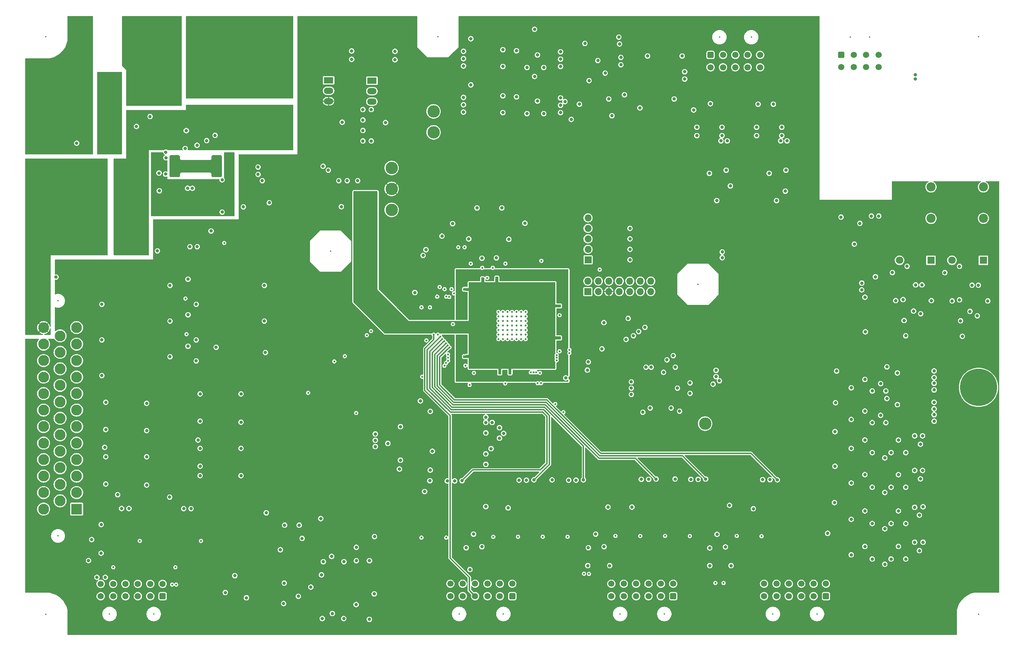
<source format=gbr>
%TF.GenerationSoftware,KiCad,Pcbnew,8.0.4*%
%TF.CreationDate,2024-11-12T22:32:28+03:00*%
%TF.ProjectId,EVD80_ControlBoard,45564438-305f-4436-9f6e-74726f6c426f,rev?*%
%TF.SameCoordinates,Original*%
%TF.FileFunction,Copper,L5,Inr*%
%TF.FilePolarity,Positive*%
%FSLAX46Y46*%
G04 Gerber Fmt 4.6, Leading zero omitted, Abs format (unit mm)*
G04 Created by KiCad (PCBNEW 8.0.4) date 2024-11-12 22:32:28*
%MOMM*%
%LPD*%
G01*
G04 APERTURE LIST*
G04 Aperture macros list*
%AMRoundRect*
0 Rectangle with rounded corners*
0 $1 Rounding radius*
0 $2 $3 $4 $5 $6 $7 $8 $9 X,Y pos of 4 corners*
0 Add a 4 corners polygon primitive as box body*
4,1,4,$2,$3,$4,$5,$6,$7,$8,$9,$2,$3,0*
0 Add four circle primitives for the rounded corners*
1,1,$1+$1,$2,$3*
1,1,$1+$1,$4,$5*
1,1,$1+$1,$6,$7*
1,1,$1+$1,$8,$9*
0 Add four rect primitives between the rounded corners*
20,1,$1+$1,$2,$3,$4,$5,0*
20,1,$1+$1,$4,$5,$6,$7,0*
20,1,$1+$1,$6,$7,$8,$9,0*
20,1,$1+$1,$8,$9,$2,$3,0*%
G04 Aperture macros list end*
%TA.AperFunction,ComponentPad*%
%ADD10C,3.000000*%
%TD*%
%TA.AperFunction,ComponentPad*%
%ADD11RoundRect,0.250001X0.499999X0.499999X-0.499999X0.499999X-0.499999X-0.499999X0.499999X-0.499999X0*%
%TD*%
%TA.AperFunction,ComponentPad*%
%ADD12C,1.500000*%
%TD*%
%TA.AperFunction,ComponentPad*%
%ADD13R,1.700000X1.700000*%
%TD*%
%TA.AperFunction,ComponentPad*%
%ADD14O,1.700000X1.700000*%
%TD*%
%TA.AperFunction,ComponentPad*%
%ADD15C,0.900000*%
%TD*%
%TA.AperFunction,ComponentPad*%
%ADD16C,9.000000*%
%TD*%
%TA.AperFunction,ComponentPad*%
%ADD17C,2.200000*%
%TD*%
%TA.AperFunction,ComponentPad*%
%ADD18R,1.800000X1.800000*%
%TD*%
%TA.AperFunction,ComponentPad*%
%ADD19C,1.800000*%
%TD*%
%TA.AperFunction,ComponentPad*%
%ADD20R,2.300000X1.500000*%
%TD*%
%TA.AperFunction,ComponentPad*%
%ADD21O,2.300000X1.500000*%
%TD*%
%TA.AperFunction,ComponentPad*%
%ADD22C,0.499999*%
%TD*%
%TA.AperFunction,ComponentPad*%
%ADD23RoundRect,0.250001X-0.499999X-0.499999X0.499999X-0.499999X0.499999X0.499999X-0.499999X0.499999X0*%
%TD*%
%TA.AperFunction,ComponentPad*%
%ADD24R,2.625000X2.625000*%
%TD*%
%TA.AperFunction,ComponentPad*%
%ADD25C,2.625000*%
%TD*%
%TA.AperFunction,ViaPad*%
%ADD26C,0.800000*%
%TD*%
%TA.AperFunction,ViaPad*%
%ADD27C,0.500000*%
%TD*%
%TA.AperFunction,Conductor*%
%ADD28C,0.300000*%
%TD*%
%ADD29C,0.350000*%
%ADD30C,0.200000*%
%ADD31C,0.203200*%
G04 APERTURE END LIST*
D10*
%TO.N,VDD_3V3*%
%TO.C,TP1*%
X188820000Y-121876000D03*
%TD*%
D11*
%TO.N,TEMP_FW_N*%
%TO.C,J9*%
X133342000Y-220623000D03*
D12*
%TO.N,+15V*%
X130342000Y-220623000D03*
%TO.N,FW_H_P*%
X127342000Y-220623000D03*
%TO.N,FAULT_FW_P*%
X124342000Y-220623000D03*
%TO.N,FW_L_P*%
X121342000Y-220623000D03*
%TO.N,RESET_FW*%
X118342000Y-220623000D03*
%TO.N,TEMP_FW_P*%
X133342000Y-217623000D03*
%TO.N,GND*%
X130342000Y-217623000D03*
%TO.N,FW_H_N*%
X127342000Y-217623000D03*
%TO.N,FAULT_FW_N*%
X124342000Y-217623000D03*
%TO.N,FW_L_N*%
X121342000Y-217623000D03*
%TO.N,FW_CUR_IN_INT*%
X118342000Y-217623000D03*
%TD*%
D13*
%TO.N,TMS*%
%TO.C,J1*%
X236375000Y-146775000D03*
D14*
%TO.N,~{TRST}*%
X236375000Y-144235000D03*
%TO.N,TDI*%
X238915000Y-146775000D03*
%TO.N,GND*%
X238915000Y-144235000D03*
%TO.N,VDD_3V3*%
X241455000Y-146775000D03*
%TO.N,unconnected-(J1-Pin_6-Pad6)*%
X241455000Y-144235000D03*
%TO.N,TDO*%
X243995000Y-146775000D03*
%TO.N,GND*%
X243995000Y-144235000D03*
%TO.N,TCK*%
X246535000Y-146775000D03*
%TO.N,GND*%
X246535000Y-144235000D03*
%TO.N,TCK*%
X249075000Y-146775000D03*
%TO.N,GND*%
X249075000Y-144235000D03*
%TO.N,Net-(J1-Pin_13)*%
X251615000Y-146775000D03*
%TO.N,Net-(J1-Pin_14)*%
X251615000Y-144235000D03*
%TD*%
D10*
%TO.N,+1V2*%
%TO.C,TP3*%
X188820000Y-126956000D03*
%TD*%
%TO.N,+15V*%
%TO.C,TP5*%
X198980000Y-103080000D03*
%TD*%
D15*
%TO.N,GND*%
%TO.C,H5*%
X327625000Y-170000000D03*
X328613515Y-167613515D03*
X328613515Y-172386485D03*
X331000000Y-166625000D03*
D16*
X331000000Y-170000000D03*
D15*
X331000000Y-173375000D03*
X333386485Y-167613515D03*
X333386485Y-172386485D03*
X334375000Y-170000000D03*
%TD*%
D17*
%TO.N,Net-(K2-Pad11)*%
%TO.C,K2*%
X319479500Y-129027500D03*
%TO.N,Net-(C194-Pad1)*%
X319479500Y-121407500D03*
D18*
%TO.N,+5V*%
X319479500Y-139187500D03*
D19*
%TO.N,Net-(D46-A)*%
X311859500Y-139187500D03*
%TD*%
D20*
%TO.N,Net-(U2-IN)*%
%TO.C,U2*%
X173542500Y-95553000D03*
D21*
%TO.N,GND*%
X173542500Y-98093000D03*
%TO.N,VDD_3V3*%
X173542500Y-100633000D03*
%TD*%
D22*
%TO.N,GND*%
%TO.C,U7*%
X214699999Y-158300001D03*
X215799999Y-158300001D03*
X216900000Y-158300001D03*
X218000000Y-158300001D03*
X219099998Y-158300001D03*
X220199998Y-158300001D03*
X221299998Y-158300001D03*
X214699999Y-157200001D03*
X215799999Y-157200001D03*
X216900000Y-157200001D03*
X218000000Y-157200001D03*
X219099998Y-157200001D03*
X220199998Y-157200001D03*
X221299998Y-157200001D03*
X214699999Y-156100000D03*
X215799999Y-156100000D03*
X216900000Y-156100000D03*
X218000000Y-156100000D03*
X219099998Y-156100000D03*
X220199998Y-156100000D03*
X221299998Y-156100000D03*
X214699999Y-155000000D03*
X215799999Y-155000000D03*
X216900000Y-155000000D03*
X218000000Y-155000000D03*
X219099998Y-155000000D03*
X220199998Y-155000000D03*
X221299998Y-155000000D03*
X214699999Y-153900002D03*
X215799999Y-153900002D03*
X216900000Y-153900002D03*
X218000000Y-153900002D03*
X219099998Y-153900002D03*
X220199998Y-153900002D03*
X221299998Y-153900002D03*
X214699999Y-152800002D03*
X215799999Y-152800002D03*
X216900000Y-152800002D03*
X218000000Y-152800002D03*
X219099998Y-152800002D03*
X220199998Y-152800002D03*
X221299998Y-152800002D03*
X214699999Y-151700002D03*
X215799999Y-151700002D03*
X216900000Y-151700002D03*
X218000000Y-151700002D03*
X219099998Y-151700002D03*
X220199998Y-151700002D03*
X221299998Y-151700002D03*
%TD*%
D17*
%TO.N,Net-(K1-Pad11)*%
%TO.C,K1*%
X332179500Y-129027500D03*
%TO.N,Net-(C190-Pad1)*%
X332179500Y-121407500D03*
D18*
%TO.N,+5V*%
X332179500Y-139187500D03*
D19*
%TO.N,Net-(D44-A)*%
X324559500Y-139187500D03*
%TD*%
D11*
%TO.N,+15V*%
%TO.C,J5*%
X257042000Y-220608000D03*
D12*
%TO.N,VL_N*%
X254042000Y-220608000D03*
%TO.N,TEMP_PW_B_P*%
X251042000Y-220608000D03*
%TO.N,RESET_PW*%
X248042000Y-220608000D03*
%TO.N,VH_N*%
X245042000Y-220608000D03*
%TO.N,FAULT_PW_B_P*%
X242042000Y-220608000D03*
%TO.N,GND*%
X257042000Y-217608000D03*
%TO.N,VL_P*%
X254042000Y-217608000D03*
%TO.N,TEMP_PW_B_N*%
X251042000Y-217608000D03*
%TO.N,V_CUR_IN*%
X248042000Y-217608000D03*
%TO.N,VH_P*%
X245042000Y-217608000D03*
%TO.N,FAULT_PW_B_N*%
X242042000Y-217608000D03*
%TD*%
D10*
%TO.N,VAA*%
%TO.C,TP4*%
X264766000Y-178772000D03*
%TD*%
D13*
%TO.N,LED1*%
%TO.C,J10*%
X236398000Y-139063000D03*
D14*
%TO.N,LED2*%
X236398000Y-136523000D03*
%TO.N,LED3*%
X236398000Y-133983000D03*
%TO.N,LED4*%
X236398000Y-131443000D03*
%TO.N,GND*%
X236398000Y-128903000D03*
%TD*%
D23*
%TO.N,VDC_N*%
%TO.C,J3*%
X297760000Y-89387000D03*
D12*
%TO.N,unconnected-(J3-Pin_2-Pad2)*%
X300760000Y-89387000D03*
%TO.N,unconnected-(J3-Pin_3-Pad3)*%
X303760000Y-89387000D03*
%TO.N,VDC_P*%
X306760000Y-89387000D03*
%TO.N,VDC_N*%
X297760000Y-92387000D03*
%TO.N,unconnected-(J3-Pin_6-Pad6)*%
X300760000Y-92387000D03*
%TO.N,unconnected-(J3-Pin_7-Pad7)*%
X303760000Y-92387000D03*
%TO.N,VDC_P*%
X306760000Y-92387000D03*
%TD*%
D11*
%TO.N,+15V*%
%TO.C,J4*%
X218042000Y-220608000D03*
D12*
%TO.N,UL_N*%
X215042000Y-220608000D03*
%TO.N,TEMP_PW_A_P*%
X212042000Y-220608000D03*
%TO.N,RESET_PW*%
X209042000Y-220608000D03*
%TO.N,UH_N*%
X206042000Y-220608000D03*
%TO.N,FAULT_PW_A_P*%
X203042000Y-220608000D03*
%TO.N,GND*%
X218042000Y-217608000D03*
%TO.N,UL_P*%
X215042000Y-217608000D03*
%TO.N,TEMP_PW_A_N*%
X212042000Y-217608000D03*
%TO.N,U_CUR_IN*%
X209042000Y-217608000D03*
%TO.N,UH_P*%
X206042000Y-217608000D03*
%TO.N,FAULT_PW_A_N*%
X203042000Y-217608000D03*
%TD*%
D10*
%TO.N,+5V*%
%TO.C,TP2*%
X188820000Y-116796000D03*
%TD*%
D11*
%TO.N,+15V*%
%TO.C,J6*%
X294042000Y-220608000D03*
D12*
%TO.N,WL_N*%
X291042000Y-220608000D03*
%TO.N,TEMP_PW_C_P*%
X288042000Y-220608000D03*
%TO.N,RESET_PW*%
X285042000Y-220608000D03*
%TO.N,WH_N*%
X282042000Y-220608000D03*
%TO.N,FAULT_PW_C_P*%
X279042000Y-220608000D03*
%TO.N,GND*%
X294042000Y-217608000D03*
%TO.N,WL_P*%
X291042000Y-217608000D03*
%TO.N,TEMP_PW_C_N*%
X288042000Y-217608000D03*
%TO.N,W_CUR_IN*%
X285042000Y-217608000D03*
%TO.N,WH_P*%
X282042000Y-217608000D03*
%TO.N,FAULT_PW_C_N*%
X279042000Y-217608000D03*
%TD*%
D23*
%TO.N,~{EXC_OUT}_IC*%
%TO.C,J11*%
X266085000Y-89411000D03*
D12*
%TO.N,~{COS_IN}_IC*%
X269085000Y-89411000D03*
%TO.N,~{SIN_IN}_IC*%
X272085000Y-89411000D03*
%TO.N,NTC_FW_2_IC*%
X275085000Y-89411000D03*
%TO.N,NTC_FW_1_IC*%
X278085000Y-89411000D03*
%TO.N,EXC_OUT_IC*%
X266085000Y-92411000D03*
%TO.N,COS_IN_IC*%
X269085000Y-92411000D03*
%TO.N,SIN_IN_IC*%
X272085000Y-92411000D03*
%TO.N,NTC_AW_2_IC*%
X275085000Y-92411000D03*
%TO.N,NTC_AW_1_IC*%
X278085000Y-92411000D03*
%TD*%
D10*
%TO.N,GND*%
%TO.C,TP6*%
X198980000Y-108160000D03*
%TD*%
D20*
%TO.N,Net-(U3-IN)*%
%TO.C,U3*%
X184042500Y-95646000D03*
D21*
%TO.N,GND*%
X184042500Y-98186000D03*
%TO.N,+5V*%
X184042500Y-100726000D03*
%TD*%
D24*
%TO.N,BRK_2_IN*%
%TO.C,J2*%
X112500000Y-199500000D03*
D25*
%TO.N,THR_2_IN*%
X112500000Y-195500000D03*
%TO.N,NTC_AW_1_MC*%
X112500000Y-191500000D03*
%TO.N,NTC_FW_1_MC*%
X112500000Y-187500000D03*
%TO.N,~{COS_IN}_MC*%
X112500000Y-183500000D03*
%TO.N,~{SIN_IN}_MC*%
X112500000Y-179500000D03*
%TO.N,RIGHT_SUPPORT_IN*%
X112500000Y-175500000D03*
%TO.N,LEFT_SUPPORT_IN*%
X112500000Y-171500000D03*
%TO.N,GEAR_DRIVE_IN*%
X112500000Y-167500000D03*
%TO.N,PWR_ST_PWM_OUT*%
X112500000Y-163500000D03*
%TO.N,PARK_BREAK_OUT*%
X112500000Y-159500000D03*
%TO.N,GND_IN*%
X112500000Y-155500000D03*
%TO.N,BRK_1_IN*%
X108500000Y-197500000D03*
%TO.N,THR_1_IN*%
X108500000Y-193500000D03*
%TO.N,NTC_AW_2_MC*%
X108500000Y-189500000D03*
%TO.N,NTC_FW_2_MC*%
X108500000Y-185500000D03*
%TO.N,COS_IN_MC*%
X108500000Y-181500000D03*
%TO.N,SIN_IN_MC*%
X108500000Y-177500000D03*
%TO.N,IGNITION_ON_IN*%
X108500000Y-173500000D03*
%TO.N,EMERG_STOP_IN*%
X108500000Y-169500000D03*
%TO.N,HV_ON_IN*%
X108500000Y-165500000D03*
%TO.N,SHUNT_CONT_OUT*%
X108500000Y-161500000D03*
%TO.N,POWER_CONT_OUT*%
X108500000Y-157500000D03*
%TO.N,+5V*%
X104500000Y-199500000D03*
%TO.N,GND*%
X104500000Y-195500000D03*
%TO.N,CAN_H*%
X104500000Y-191500000D03*
%TO.N,CAN_L*%
X104500000Y-187500000D03*
%TO.N,GND_CAN*%
X104500000Y-183500000D03*
%TO.N,EXC_OUT_MC*%
X104500000Y-179500000D03*
%TO.N,~{EXC_OUT}_MC*%
X104500000Y-175500000D03*
%TO.N,GEAR_PARKING_IN*%
X104500000Y-171500000D03*
%TO.N,GEAR_REVERSE_IN*%
X104500000Y-167500000D03*
%TO.N,PUMP_OUT*%
X104500000Y-163500000D03*
%TO.N,REV_LIGHT_OUT*%
X104500000Y-159500000D03*
%TO.N,VIN*%
X104500000Y-155500000D03*
%TD*%
D26*
%TO.N,VDD_3V3*%
X180572025Y-205678025D03*
X327406000Y-151572000D03*
X301686000Y-170864000D03*
D27*
X254650000Y-144800000D03*
D26*
X152324000Y-168278000D03*
X174842000Y-201808000D03*
X171450000Y-105185000D03*
D27*
X219904000Y-135414000D03*
D26*
X171450000Y-110265000D03*
X115394000Y-208430000D03*
X175017000Y-215443000D03*
D27*
X229642000Y-206208000D03*
D26*
X167132000Y-115214000D03*
D27*
X200242000Y-208408000D03*
D26*
X129464000Y-177930000D03*
X139446000Y-137160000D03*
X159182000Y-127384000D03*
X137160000Y-157988000D03*
X236470000Y-207348000D03*
X137160000Y-133350000D03*
D27*
X229500000Y-152500000D03*
D26*
X159442000Y-222408000D03*
D27*
X223512000Y-206146000D03*
X203962000Y-139954000D03*
D26*
X301686000Y-194208000D03*
X253222000Y-170158000D03*
X129464000Y-191138000D03*
D27*
X125439000Y-213517000D03*
D26*
X167132000Y-116484000D03*
X301686000Y-203008000D03*
X206870000Y-207348000D03*
X296098000Y-208560000D03*
X313741000Y-151501000D03*
X246126000Y-149484000D03*
X186217000Y-220043000D03*
X129464000Y-171580000D03*
D27*
X254650000Y-146200000D03*
D26*
X280016000Y-124714000D03*
D27*
X225104000Y-135314000D03*
D26*
X198976000Y-133332500D03*
X158496000Y-122428000D03*
X296225000Y-182760000D03*
D27*
X235512000Y-206146000D03*
D26*
X268680000Y-198608000D03*
X265870000Y-207410500D03*
X307274000Y-174744000D03*
D27*
X217512000Y-206146000D03*
D26*
X296606000Y-168070000D03*
X265538000Y-124714000D03*
X129464000Y-184534000D03*
X305376000Y-156524000D03*
X186217000Y-206223000D03*
D27*
X265112000Y-205954500D03*
D26*
X171450000Y-102645000D03*
X236990000Y-93804500D03*
X307274000Y-167054000D03*
D27*
X200787000Y-142113000D03*
D26*
X166017000Y-223843000D03*
X284334000Y-118872000D03*
X137160000Y-149352000D03*
X152324000Y-182756000D03*
X267716000Y-174549000D03*
X244356000Y-93550500D03*
X213174000Y-181035000D03*
X166067000Y-209973000D03*
X301686000Y-178554000D03*
X173482000Y-102645000D03*
X296225000Y-191160000D03*
X173482000Y-110265000D03*
D27*
X245922000Y-174858000D03*
D26*
X249733000Y-104651000D03*
X152400000Y-115316000D03*
X296098000Y-199960000D03*
X167132000Y-119024000D03*
X313360000Y-155451000D03*
X160020000Y-149352000D03*
D27*
X206112000Y-206346000D03*
D26*
X116421000Y-203242000D03*
X300914000Y-133226000D03*
D27*
X247042000Y-206008000D03*
D26*
X235966000Y-168148000D03*
D27*
X196056000Y-143893000D03*
D26*
X154217000Y-215643000D03*
X306375000Y-131321000D03*
X160267000Y-209373000D03*
X239330000Y-198923000D03*
X145085000Y-134115000D03*
D27*
X131874000Y-207136000D03*
X198120000Y-143893000D03*
X276442000Y-206008000D03*
D26*
X152070000Y-176660000D03*
X171450000Y-107725000D03*
D27*
X140474000Y-213536000D03*
D26*
X160020000Y-157988000D03*
X209730000Y-199054000D03*
X194442000Y-148954584D03*
D27*
X282512000Y-206008500D03*
X259042000Y-206008000D03*
D26*
X296352000Y-175760000D03*
X269856000Y-118872000D03*
X301686000Y-211608000D03*
X152324000Y-189106000D03*
X180417000Y-219443000D03*
X327076000Y-155578000D03*
D27*
X253112000Y-205946000D03*
D26*
X250806000Y-91694000D03*
D27*
X146674000Y-207136000D03*
D26*
X301686000Y-185808000D03*
X167132000Y-117754000D03*
X137160000Y-166624000D03*
X242932000Y-100076000D03*
%TO.N,+15V*%
X277222000Y-108966000D03*
X152400000Y-82230000D03*
X160274000Y-97470000D03*
X162814000Y-96200000D03*
X157480000Y-94930000D03*
X139700000Y-93660000D03*
X151130000Y-94930000D03*
X154940000Y-94930000D03*
X152400000Y-83500000D03*
X152400000Y-80960000D03*
X143510000Y-94930000D03*
X215754000Y-88138000D03*
X268840000Y-106934000D03*
X283318000Y-106934000D03*
X158750000Y-93660000D03*
X262744000Y-108966000D03*
X152400000Y-86040000D03*
X148590000Y-94930000D03*
X147752000Y-127511000D03*
X146050000Y-94930000D03*
X144780000Y-94930000D03*
X151130000Y-82230000D03*
X153670000Y-93660000D03*
X151130000Y-91120000D03*
X161544000Y-97470000D03*
X146050000Y-93660000D03*
X156210000Y-93660000D03*
X151130000Y-84770000D03*
X152400000Y-88580000D03*
X142240000Y-94930000D03*
X152400000Y-92390000D03*
X164084000Y-96200000D03*
X162814000Y-97470000D03*
X151130000Y-86040000D03*
X151130000Y-88580000D03*
X143510000Y-93660000D03*
X147320000Y-94930000D03*
X206229000Y-90297000D03*
X144780000Y-93660000D03*
X147752000Y-119692000D03*
X160274000Y-96200000D03*
X151130000Y-93660000D03*
X139700000Y-94930000D03*
X147320000Y-93660000D03*
X164084000Y-97470000D03*
X152400000Y-93660000D03*
X206229000Y-101473000D03*
X151130000Y-87310000D03*
X140970000Y-94930000D03*
X152400000Y-87310000D03*
X152400000Y-94930000D03*
X221596000Y-92456000D03*
X151130000Y-92390000D03*
X152400000Y-91120000D03*
X157480000Y-93660000D03*
X149860000Y-93660000D03*
X236652000Y-95634000D03*
X154940000Y-93660000D03*
X152400000Y-84770000D03*
X158750000Y-94930000D03*
X156210000Y-94930000D03*
X151130000Y-80960000D03*
X229724000Y-103378000D03*
X152400000Y-89850000D03*
X142240000Y-93660000D03*
X151130000Y-83500000D03*
X215754000Y-99314000D03*
X161544000Y-96200000D03*
X149860000Y-94930000D03*
X151130000Y-89850000D03*
X140970000Y-93660000D03*
X229724000Y-92202000D03*
X148590000Y-93660000D03*
X221596000Y-103632000D03*
X153670000Y-94930000D03*
%TO.N,+1V2*%
X176628000Y-126194000D03*
%TO.N,+5V*%
X181864000Y-107725000D03*
X315529000Y-190144000D03*
X315529000Y-181744000D03*
X181864000Y-105185000D03*
X309814000Y-203008000D03*
X183896000Y-102645000D03*
X309814000Y-211608000D03*
X181864000Y-102645000D03*
X181864000Y-110265000D03*
X309814000Y-194208000D03*
X183896000Y-110265000D03*
X213174000Y-178495000D03*
X308544000Y-178554000D03*
X315529000Y-199071000D03*
X309814000Y-185808000D03*
X315529000Y-207544000D03*
X308544000Y-170864000D03*
D27*
%TO.N,VDD_1V2*%
X206500000Y-156400000D03*
D26*
X181356000Y-125222000D03*
D27*
X206500000Y-162500000D03*
X229500000Y-150250000D03*
D26*
X181356000Y-126492000D03*
X183896000Y-126492000D03*
X182626000Y-125222000D03*
X182626000Y-126492000D03*
D27*
X215000000Y-166500000D03*
D26*
X183896000Y-123952000D03*
D27*
X206500000Y-146250000D03*
X229500000Y-158000000D03*
X210900000Y-143650000D03*
D26*
X183896000Y-125222000D03*
D27*
X214300000Y-143500000D03*
D26*
X182600000Y-123950000D03*
D27*
X206500000Y-154500000D03*
X217500000Y-166500000D03*
%TO.N,VDDOSC_3V3*%
X210750000Y-141000000D03*
X213299498Y-141000000D03*
%TO.N,VDDA_3V3*%
X229500000Y-161250000D03*
D26*
X231000000Y-167700000D03*
D27*
X224750000Y-166500000D03*
%TO.N,VDDIO_3V3*%
X219750000Y-166500000D03*
X206500000Y-153400000D03*
X206500000Y-151100000D03*
X204724000Y-142113000D03*
X229500000Y-151250000D03*
X215250000Y-143500000D03*
X229500000Y-144250000D03*
X206500000Y-157500000D03*
X213450000Y-143500000D03*
X206500000Y-147000000D03*
X216600000Y-143500000D03*
X220250000Y-143500000D03*
X206500000Y-161750000D03*
X216500000Y-166500000D03*
X205359000Y-142113000D03*
X208000000Y-166500000D03*
X212250000Y-166500000D03*
X223750000Y-143500000D03*
X209950000Y-143500000D03*
X229500000Y-154500000D03*
X214000000Y-166500000D03*
X229500000Y-147750000D03*
X229500000Y-157000000D03*
X227350000Y-143500000D03*
D26*
%TO.N,Net-(U11-RAMP)*%
X140538000Y-121724000D03*
X134061000Y-118295000D03*
D27*
%TO.N,VREFHIA*%
X225000000Y-169000000D03*
D26*
X251460000Y-175006000D03*
%TO.N,VREFHIB*%
X251714000Y-165100000D03*
D27*
X231900000Y-161674000D03*
%TO.N,GPIO84{slash}BOOT0*%
X203660499Y-154660501D03*
%TO.N,GPIO72{slash}BOOT1*%
X203900000Y-147200000D03*
%TO.N,~{RESET}*%
X212000000Y-143450000D03*
D26*
%TO.N,VREFHIC*%
X256540000Y-175006000D03*
D27*
X224200000Y-169000000D03*
D26*
%TO.N,VREFHID*%
X254686000Y-166358000D03*
D27*
X231900000Y-160900000D03*
D26*
%TO.N,Net-(U11-VCC)*%
X139065000Y-107757000D03*
X134151500Y-114321500D03*
D27*
%TO.N,UV_SENCE*%
X148260000Y-135004000D03*
X206680000Y-164722000D03*
D26*
%TO.N,Net-(D7-K)*%
X111760000Y-81722000D03*
X105410000Y-96708000D03*
X113030000Y-91628000D03*
X104140000Y-101788000D03*
X110490000Y-91628000D03*
X105410000Y-101788000D03*
X107950000Y-110424000D03*
X107950000Y-109154000D03*
X104140000Y-103058000D03*
X113030000Y-92898000D03*
X105410000Y-99248000D03*
X104140000Y-109154000D03*
X110490000Y-92898000D03*
X104140000Y-95438000D03*
X105410000Y-104328000D03*
X111760000Y-91628000D03*
X104140000Y-100518000D03*
X114300000Y-90358000D03*
X104140000Y-96708000D03*
X115570000Y-91628000D03*
X134112000Y-112964000D03*
X104140000Y-107884000D03*
X107950000Y-111694000D03*
X111760000Y-82992000D03*
X105410000Y-92898000D03*
X105410000Y-105598000D03*
X105410000Y-97978000D03*
X114300000Y-91628000D03*
X104140000Y-112964000D03*
X107950000Y-91628000D03*
X104140000Y-105598000D03*
X109220000Y-92898000D03*
X104140000Y-99248000D03*
X114300000Y-92898000D03*
X115570000Y-90358000D03*
X104140000Y-92898000D03*
X113030000Y-82992000D03*
X106680000Y-91628000D03*
X104140000Y-94168000D03*
X113030000Y-81722000D03*
X105410000Y-95438000D03*
X105410000Y-94168000D03*
X106680000Y-92898000D03*
X115570000Y-92898000D03*
X104140000Y-111694000D03*
X114300000Y-81722000D03*
X111760000Y-92898000D03*
X105410000Y-103058000D03*
X115570000Y-82992000D03*
X105410000Y-91628000D03*
X105410000Y-100518000D03*
X111760000Y-90358000D03*
X114300000Y-82992000D03*
X104140000Y-91628000D03*
X104140000Y-97978000D03*
X107950000Y-92898000D03*
X104140000Y-110424000D03*
X115570000Y-81722000D03*
X113030000Y-90358000D03*
X104140000Y-104328000D03*
X109220000Y-91628000D03*
X107950000Y-107884000D03*
X107950000Y-112964000D03*
%TO.N,MCU_EXC*%
X239776000Y-160658000D03*
X245618000Y-158372000D03*
%TO.N,+1V5*%
X312725000Y-148707000D03*
X306011000Y-143189000D03*
X326390000Y-148778000D03*
%TO.N,EXC_OUT*%
X223444000Y-94618000D03*
X230810000Y-100714000D03*
%TO.N,~{EXC_OUT}*%
X223444000Y-83188000D03*
X232334000Y-105032000D03*
D27*
%TO.N,HV_ON*%
X196242000Y-167408000D03*
X168580000Y-171326000D03*
D26*
%TO.N,VIN*%
X101600000Y-118298000D03*
X101600000Y-127188000D03*
X115570000Y-130998000D03*
X115570000Y-132268000D03*
X115570000Y-134808000D03*
X114300000Y-134808000D03*
X111760000Y-127188000D03*
X115570000Y-136078000D03*
X101600000Y-117028000D03*
X101600000Y-124648000D03*
X116840000Y-115758000D03*
X101600000Y-125918000D03*
X102870000Y-125918000D03*
X109220000Y-127188000D03*
X101600000Y-122108000D03*
X115570000Y-124648000D03*
X115570000Y-120838000D03*
X114300000Y-127188000D03*
X104140000Y-125918000D03*
X111760000Y-125918000D03*
X132461000Y-118044000D03*
X114300000Y-132268000D03*
X113030000Y-127188000D03*
X116840000Y-117028000D03*
X113030000Y-125918000D03*
X114300000Y-137348000D03*
X115570000Y-118298000D03*
X115570000Y-129728000D03*
X115570000Y-117028000D03*
X101600000Y-115758000D03*
X107950000Y-127188000D03*
X114300000Y-128458000D03*
X115570000Y-128458000D03*
X115570000Y-137348000D03*
X115570000Y-125918000D03*
X114300000Y-130998000D03*
X110490000Y-127188000D03*
X110490000Y-125918000D03*
X114300000Y-133538000D03*
X104140000Y-127188000D03*
X107950000Y-125918000D03*
X101600000Y-120838000D03*
X105410000Y-127188000D03*
X106680000Y-127188000D03*
X106680000Y-125918000D03*
X115570000Y-133538000D03*
X115570000Y-115758000D03*
X114300000Y-125918000D03*
X115570000Y-119568000D03*
X101600000Y-123378000D03*
X102870000Y-127188000D03*
X105410000Y-125918000D03*
X114300000Y-129728000D03*
X109220000Y-125918000D03*
X115570000Y-122108000D03*
X101600000Y-119568000D03*
X115570000Y-123378000D03*
X114300000Y-136078000D03*
X115570000Y-127188000D03*
%TO.N,SHUNT_CONT_OUT*%
X139497000Y-152403000D03*
%TO.N,PUMP_OUT*%
X139497000Y-143767000D03*
D27*
%TO.N,MCU_PWM*%
X207696000Y-169421000D03*
D26*
X244018000Y-86744000D03*
%TO.N,W_CUR_IN*%
X271042000Y-213208000D03*
%TO.N,V_CUR_IN*%
X241642000Y-213208000D03*
%TO.N,CAN_H*%
X184853000Y-184337000D03*
%TO.N,CAN_L*%
X184853000Y-182813000D03*
%TO.N,VDC_N*%
X315722000Y-95184000D03*
X315722000Y-94168000D03*
%TO.N,EMERG_STOP_IN*%
X119304000Y-184534000D03*
%TO.N,IGNITION_ON_IN*%
X142418000Y-189106000D03*
%TO.N,ISO_VPOS*%
X255524000Y-163322000D03*
X248666000Y-156464000D03*
%TO.N,LEFT_SUPPORT_IN*%
X141910000Y-182756000D03*
%TO.N,ISO_VNEG*%
X257048000Y-162306000D03*
X250190000Y-155448000D03*
%TO.N,THR_1_IN*%
X316926000Y-183776000D03*
%TO.N,THR_2_IN*%
X316926000Y-192176000D03*
%TO.N,BRK_1_IN*%
X316672000Y-200976000D03*
%TO.N,BRK_2_IN*%
X316672000Y-209576000D03*
D27*
%TO.N,PARK_BREAK*%
X201599998Y-164750000D03*
X177470000Y-162436000D03*
%TO.N,POWER_CONT*%
X201999998Y-164100000D03*
X139116000Y-157102000D03*
%TO.N,PWR_ST_PWM*%
X174930000Y-163706000D03*
X208733281Y-166488484D03*
D26*
%TO.N,Net-(D51-A)*%
X236242000Y-165808000D03*
X122442000Y-196008000D03*
%TO.N,PWR_ST_PWM_OUT*%
X139497000Y-160023000D03*
D27*
%TO.N,SHUNT_CONT*%
X182804000Y-157356000D03*
X202497886Y-163552112D03*
%TO.N,REV_LIGHT*%
X138862000Y-148466000D03*
X202511442Y-162788556D03*
%TO.N,PUMP*%
X183820000Y-156340000D03*
X202499998Y-162000000D03*
%TO.N,VH_N*%
X235442000Y-215157997D03*
%TO.N,VH_P*%
X236642000Y-215208000D03*
%TO.N,WH_N*%
X269242000Y-217408000D03*
%TO.N,WH_P*%
X267242000Y-217408000D03*
%TO.N,FW_H_N*%
X136642000Y-217808000D03*
%TO.N,FW_H_P*%
X135642000Y-217808000D03*
D26*
%TO.N,Net-(U11-CS)*%
X118872000Y-110805000D03*
X122682000Y-106995000D03*
X119634000Y-94422000D03*
X120904000Y-95946000D03*
X122174000Y-104582000D03*
X118872000Y-106995000D03*
X120142000Y-112075000D03*
X118872000Y-112075000D03*
X121412000Y-112075000D03*
X118872000Y-109535000D03*
X120142000Y-106995000D03*
X120904000Y-101026000D03*
X122174000Y-95946000D03*
X119634000Y-104582000D03*
X122174000Y-101026000D03*
X120904000Y-99248000D03*
X118872000Y-108265000D03*
X118364000Y-95946000D03*
X121412000Y-106995000D03*
X122174000Y-94422000D03*
X118364000Y-101026000D03*
X120904000Y-104582000D03*
X118364000Y-94422000D03*
X119634000Y-99248000D03*
X146050000Y-108900000D03*
X122174000Y-99248000D03*
X118364000Y-99248000D03*
X120904000Y-94422000D03*
X119634000Y-101026000D03*
X119634000Y-95946000D03*
X122682000Y-112075000D03*
X118364000Y-104582000D03*
%TO.N,Net-(Q3-D)*%
X125730000Y-90358000D03*
X127000000Y-91628000D03*
X126746000Y-99756000D03*
X125730000Y-82992000D03*
X134620000Y-85786000D03*
X135890000Y-85786000D03*
X126746000Y-93406000D03*
X137160000Y-87564000D03*
X134366000Y-93406000D03*
X127000000Y-90358000D03*
X127000000Y-81722000D03*
X135636000Y-94676000D03*
X126746000Y-95946000D03*
X130556000Y-93406000D03*
X135636000Y-101026000D03*
X127000000Y-82992000D03*
X135636000Y-98486000D03*
X134620000Y-87564000D03*
X126746000Y-94676000D03*
X133096000Y-93406000D03*
X124460000Y-81722000D03*
X124460000Y-91628000D03*
X126746000Y-101026000D03*
X126746000Y-97216000D03*
X133350000Y-87564000D03*
X137160000Y-82484000D03*
X134620000Y-82484000D03*
X137160000Y-90866000D03*
X135890000Y-87564000D03*
X125730000Y-81722000D03*
X133350000Y-90866000D03*
X135890000Y-82484000D03*
X134620000Y-90866000D03*
X135636000Y-97216000D03*
X133350000Y-82484000D03*
X135636000Y-93406000D03*
X126746000Y-98486000D03*
X128016000Y-93406000D03*
X129286000Y-93406000D03*
X124460000Y-90358000D03*
X131826000Y-93406000D03*
X124460000Y-82992000D03*
X125730000Y-91628000D03*
X137160000Y-85786000D03*
X135636000Y-95946000D03*
X135890000Y-90866000D03*
X135636000Y-99756000D03*
X133350000Y-85786000D03*
%TO.N,ISO_POS_REL*%
X330708000Y-152654000D03*
X268910000Y-138560000D03*
%TO.N,ISO_NEG_REL*%
X268910000Y-137163000D03*
X316992000Y-152146000D03*
%TO.N,UH*%
X205880000Y-192618000D03*
D27*
X200642000Y-157750002D03*
D26*
%TO.N,VH*%
X235280000Y-192418000D03*
D27*
X201554007Y-158800000D03*
D26*
%TO.N,WH*%
X264880000Y-192218000D03*
D27*
X202384665Y-159800002D03*
D26*
%TO.N,UL*%
X223280000Y-192418000D03*
D27*
X201042000Y-158300002D03*
%TO.N,VL*%
X201969337Y-159300000D03*
D26*
X252880000Y-192218000D03*
D27*
%TO.N,WL*%
X202799998Y-160300000D03*
D26*
X282280000Y-192418000D03*
D27*
%TO.N,FW_L*%
X180242000Y-176208000D03*
X216332000Y-169040000D03*
D26*
%TO.N,CAN_RX*%
X215968000Y-181162000D03*
X212920000Y-184845000D03*
%TO.N,PCB_TEMP*%
X236474000Y-163830000D03*
X247396000Y-157480000D03*
%TO.N,Net-(U11-CSG)*%
X144018000Y-110170000D03*
X127000000Y-106741000D03*
%TO.N,Net-(Q1-G)*%
X138789023Y-112096977D03*
X112522000Y-110805000D03*
%TO.N,Net-(Q3-G)*%
X141681200Y-111313000D03*
X130302000Y-104328000D03*
%TO.N,Net-(C190-Pad1)*%
X326390000Y-140650000D03*
%TO.N,Net-(C194-Pad1)*%
X313690000Y-140637000D03*
%TO.N,Net-(U11-EN)*%
X132537000Y-122359000D03*
X139395000Y-121724000D03*
%TO.N,GND_CAN*%
X190949000Y-187639000D03*
X190695000Y-189798000D03*
X190949000Y-179511000D03*
X187901000Y-183575000D03*
X198696000Y-185480000D03*
X198188000Y-175828000D03*
X184853000Y-181289000D03*
X198188000Y-190052000D03*
D27*
%TO.N,RESET_PW*%
X199042000Y-157211000D03*
X199842000Y-148008000D03*
D26*
%TO.N,GND*%
X225660000Y-92456000D03*
X322834000Y-142174000D03*
X214952000Y-182305000D03*
X333248000Y-149032000D03*
X179130500Y-90473000D03*
X219056000Y-99568000D03*
X162817000Y-217443000D03*
X177217000Y-226043000D03*
X125984000Y-129728000D03*
X208648000Y-205570000D03*
X266700000Y-169215000D03*
X277222000Y-106934000D03*
X136779000Y-117028000D03*
X125984000Y-128458000D03*
D27*
X239200000Y-141450000D03*
D26*
X127254000Y-132268000D03*
X161867000Y-209373000D03*
X157988000Y-107376000D03*
X250444000Y-165100000D03*
X211650000Y-177225000D03*
X305242000Y-194208000D03*
X136779000Y-114488000D03*
X152324000Y-178438000D03*
X305242000Y-185808000D03*
X152324000Y-184788000D03*
X119558000Y-186820000D03*
X177267000Y-212253000D03*
X145923000Y-115758000D03*
X119458000Y-216050000D03*
X155448000Y-106106000D03*
X249302000Y-192293000D03*
X246888000Y-171704000D03*
X224136000Y-89408000D03*
X224136000Y-100584000D03*
X246558000Y-139068000D03*
X246126000Y-153284000D03*
X142418000Y-178184000D03*
X311341000Y-166495000D03*
X229724000Y-88646000D03*
X303464000Y-182760000D03*
X265870000Y-208934500D03*
X270872000Y-121158000D03*
X300162000Y-210592000D03*
X152324000Y-171580000D03*
X300162000Y-177792000D03*
X162814000Y-105344000D03*
X127254000Y-122108000D03*
X125984000Y-118298000D03*
X296225000Y-180728000D03*
X128778000Y-110932000D03*
X119558000Y-173612000D03*
D27*
X222555000Y-166373000D03*
D26*
X261112000Y-168910000D03*
X317434000Y-190144000D03*
X137500000Y-126500000D03*
D27*
X225104000Y-139314000D03*
D26*
X125222000Y-115250000D03*
X270680000Y-198608000D03*
X269856000Y-117348000D03*
X202302000Y-192693000D03*
D27*
X249048000Y-206022000D03*
D26*
X180267000Y-208773000D03*
X125984000Y-125918000D03*
X180217000Y-222643000D03*
X246888000Y-168656000D03*
X240250000Y-154300000D03*
X259823000Y-93472000D03*
X294447000Y-205385000D03*
D27*
X223825000Y-166373000D03*
D26*
X310134000Y-142161000D03*
X261302000Y-192301500D03*
X176022000Y-119888000D03*
X124968000Y-112202000D03*
X302260000Y-130236000D03*
X155448000Y-107376000D03*
X135636000Y-114488000D03*
X328930000Y-151572000D03*
X123407000Y-199369000D03*
X229724000Y-99822000D03*
X180594000Y-119888000D03*
X229724000Y-101600000D03*
X242170000Y-104140000D03*
X147066000Y-118298000D03*
X268224000Y-168402000D03*
D27*
X272442000Y-206008000D03*
D26*
X313370000Y-185808000D03*
X246888000Y-170180000D03*
X215754000Y-92202000D03*
X313370000Y-194208000D03*
X166217000Y-220643000D03*
X154178000Y-106106000D03*
X127254000Y-136078000D03*
X330962000Y-145222000D03*
X308798000Y-165022000D03*
X161544000Y-104074000D03*
X278702000Y-192368500D03*
X119558000Y-180216000D03*
X125984000Y-136078000D03*
X244356000Y-89994500D03*
X240546000Y-93804500D03*
D27*
X136410000Y-213612000D03*
D26*
X129464000Y-193678000D03*
X311592000Y-182760000D03*
X125984000Y-137348000D03*
X214200000Y-138600000D03*
X303464000Y-175760000D03*
X125984000Y-127188000D03*
D27*
X223190000Y-166373000D03*
D26*
X128778000Y-107122000D03*
X246558000Y-131448000D03*
X147066000Y-114488000D03*
X209500000Y-126500000D03*
X125984000Y-123378000D03*
D27*
X208000000Y-140000000D03*
D26*
X312979000Y-153787000D03*
X128778000Y-109662000D03*
D27*
X228778000Y-162817000D03*
X121375000Y-213593000D03*
D26*
X127254000Y-134808000D03*
X211650000Y-188655000D03*
X307274000Y-176776000D03*
X238768000Y-90756500D03*
X135382000Y-106614000D03*
X184667000Y-206173000D03*
X157988000Y-106106000D03*
X308798000Y-172712000D03*
X207500000Y-134000000D03*
X204080000Y-192693000D03*
X151638000Y-107376000D03*
X164084000Y-105344000D03*
X267424000Y-165862000D03*
D27*
X206502000Y-136017000D03*
D26*
X317434000Y-181744000D03*
X151638000Y-106106000D03*
X300162000Y-184792000D03*
D27*
X228778000Y-163452000D03*
D26*
X303598000Y-156524000D03*
X135128000Y-145288000D03*
X261112000Y-171450000D03*
X234296000Y-101346000D03*
X246558000Y-133988000D03*
X194442000Y-147008000D03*
X280270000Y-118110000D03*
D27*
X278448000Y-206084500D03*
D26*
X116156000Y-206906000D03*
X127254000Y-124648000D03*
X210680000Y-208618000D03*
X303464000Y-199960000D03*
X138442000Y-199388000D03*
X136779000Y-118298000D03*
X131572000Y-106614000D03*
X125984000Y-124648000D03*
X189630500Y-88534000D03*
X141732000Y-135890000D03*
X305242000Y-203008000D03*
X123952000Y-116520000D03*
D27*
X202048000Y-206422000D03*
D26*
X206870000Y-208872000D03*
X300162000Y-193192000D03*
X156464000Y-118364000D03*
X171642000Y-201808000D03*
X267570000Y-124714000D03*
X171817000Y-215443000D03*
X311341000Y-174185000D03*
D27*
X201646409Y-146181409D03*
D26*
X157480000Y-119888000D03*
X326644000Y-153858000D03*
X162814000Y-104074000D03*
X127254000Y-127188000D03*
X156718000Y-107376000D03*
X147066000Y-115758000D03*
D27*
X228778000Y-162182000D03*
D26*
X173482000Y-117348000D03*
X172210000Y-116394000D03*
D27*
X261048000Y-206030500D03*
D26*
X283318000Y-108966000D03*
X145500000Y-126500000D03*
X127254000Y-123378000D03*
X257556000Y-165100000D03*
X319583000Y-148961000D03*
X302709000Y-144713000D03*
X296225000Y-189128000D03*
X283064000Y-110236000D03*
X308290000Y-195478000D03*
X263080000Y-192301500D03*
X150817000Y-215643000D03*
D27*
X225442000Y-206208000D03*
D26*
X308290000Y-187078000D03*
D27*
X255042000Y-206008000D03*
D26*
X132842000Y-107884000D03*
X125984000Y-130998000D03*
X305242000Y-211608000D03*
X127254000Y-128458000D03*
X178054000Y-119888000D03*
X280480000Y-192368500D03*
X132080000Y-136906000D03*
X219056000Y-88392000D03*
X127508000Y-112202000D03*
X152908000Y-106106000D03*
D27*
X231448000Y-206222000D03*
D26*
X195775000Y-173288000D03*
X215500000Y-126500000D03*
X160274000Y-105344000D03*
X296098000Y-197928000D03*
X127254000Y-125918000D03*
X140220000Y-199388000D03*
X127254000Y-119568000D03*
X156464000Y-116586000D03*
X142418000Y-171580000D03*
X125185000Y-199369000D03*
X118442000Y-210208000D03*
X161544000Y-105344000D03*
X329438000Y-145222000D03*
X215754000Y-103378000D03*
D27*
X213448000Y-206222000D03*
D26*
X135382000Y-107884000D03*
X284207000Y-122428000D03*
X211650000Y-186115000D03*
X308290000Y-212878000D03*
X132842000Y-106614000D03*
D27*
X204978000Y-136017000D03*
D26*
X134112000Y-107884000D03*
X300162000Y-170102000D03*
X196810000Y-195246000D03*
X250806000Y-89662000D03*
X157988000Y-145288000D03*
X245218000Y-99060000D03*
X128778000Y-108392000D03*
X305242000Y-178554000D03*
X236324000Y-213218000D03*
X129464000Y-180470000D03*
X167132000Y-206608000D03*
X145923000Y-114488000D03*
X259188000Y-89662000D03*
X142418000Y-184788000D03*
X240280000Y-208618000D03*
X249682000Y-176022000D03*
X141500000Y-126500000D03*
X315773000Y-145151000D03*
X164084000Y-104074000D03*
X150368000Y-106106000D03*
X303471000Y-148142000D03*
X187344500Y-105806000D03*
X296352000Y-173728000D03*
X313370000Y-211608000D03*
X308290000Y-204278000D03*
X267648000Y-205632500D03*
X251080000Y-192293000D03*
X300914000Y-135258000D03*
X206229000Y-99695000D03*
X305242000Y-170864000D03*
X297688000Y-128712000D03*
X311592000Y-191160000D03*
X300162000Y-201992000D03*
X125984000Y-133538000D03*
X244356000Y-91772500D03*
X243848000Y-85090000D03*
X307274000Y-169086000D03*
X152908000Y-126238000D03*
X127254000Y-120838000D03*
X310947000Y-148961000D03*
X306832000Y-128458000D03*
X317561000Y-207544000D03*
X262744000Y-106934000D03*
X210693000Y-138684000D03*
X327076000Y-157610000D03*
X150368000Y-107376000D03*
X211650000Y-181035000D03*
X179130500Y-88441000D03*
D27*
X203327000Y-146177000D03*
D26*
X139500000Y-126500000D03*
X115394000Y-211986000D03*
X201008000Y-133332500D03*
X246558000Y-136528000D03*
X236470000Y-208872000D03*
X127254000Y-130998000D03*
X145085000Y-132083000D03*
D27*
X216400000Y-140000000D03*
D26*
X135636000Y-117028000D03*
X135042000Y-196608000D03*
X125984000Y-120838000D03*
D27*
X198120000Y-150593000D03*
X196056000Y-150593000D03*
D26*
X241408000Y-100076000D03*
X139954000Y-135890000D03*
X152908000Y-107376000D03*
X235636000Y-86617000D03*
X136779000Y-115758000D03*
X183432000Y-212008000D03*
X258572000Y-175768000D03*
X134112000Y-106614000D03*
X317297000Y-145151000D03*
X313370000Y-203008000D03*
X225660000Y-103632000D03*
X135128000Y-162560000D03*
X269680000Y-208680500D03*
X315265000Y-151501000D03*
X265792000Y-118110000D03*
X131572000Y-107884000D03*
X147828000Y-107376000D03*
X221480000Y-192493000D03*
X129464000Y-186820000D03*
X184617000Y-220043000D03*
X221100000Y-130200000D03*
X125984000Y-122108000D03*
X142418000Y-191392000D03*
X162902000Y-203408000D03*
X302692000Y-146355500D03*
X159258000Y-106106000D03*
X317561000Y-198944000D03*
X123952000Y-115250000D03*
X172267000Y-212253000D03*
X267424000Y-167386000D03*
X259823000Y-95250000D03*
X159258000Y-107376000D03*
X127254000Y-137348000D03*
X241230000Y-199008000D03*
X214952000Y-179765000D03*
X248971000Y-102238000D03*
X125984000Y-132268000D03*
X206229000Y-88519000D03*
X284334000Y-117348000D03*
X147828000Y-106106000D03*
D27*
X142610000Y-207212000D03*
D26*
X127254000Y-129728000D03*
X211650000Y-178495000D03*
X135636000Y-118298000D03*
X158242000Y-161544000D03*
D27*
X127810000Y-207212000D03*
D26*
X258064000Y-170180000D03*
X125222000Y-116520000D03*
X118453000Y-203242000D03*
X135636000Y-115758000D03*
X154178000Y-107376000D03*
X183417000Y-226243000D03*
X128778000Y-112202000D03*
X268840000Y-108966000D03*
X135128000Y-153924000D03*
X233480000Y-192493000D03*
X305054000Y-128458000D03*
X125984000Y-134808000D03*
X117426000Y-216050000D03*
X303464000Y-168070000D03*
X157988000Y-153924000D03*
X162642000Y-222408000D03*
D27*
X219448000Y-206222000D03*
D26*
X145923000Y-118298000D03*
X217200000Y-134100000D03*
X145923000Y-117028000D03*
X152324000Y-191392000D03*
X156718000Y-106106000D03*
D27*
X243042000Y-206008000D03*
D26*
X311592000Y-199960000D03*
X127254000Y-118298000D03*
X296606000Y-166038000D03*
X176844500Y-105713000D03*
X219702000Y-192493000D03*
X126238000Y-112202000D03*
X324612000Y-149032000D03*
X303464000Y-208560000D03*
X172017000Y-226043000D03*
X127254000Y-133538000D03*
X125984000Y-119568000D03*
X303464000Y-191160000D03*
X159182000Y-125225000D03*
X160274000Y-104074000D03*
X189630500Y-90566000D03*
X149098000Y-106106000D03*
X147066000Y-117028000D03*
X313360000Y-157483000D03*
X143500000Y-126500000D03*
X211630000Y-198890000D03*
X229724000Y-90424000D03*
X282048000Y-124714000D03*
X203600000Y-130300000D03*
X265880000Y-213218000D03*
X311592000Y-208560000D03*
X149098000Y-107376000D03*
X119558000Y-193424000D03*
X268586000Y-110236000D03*
X238248000Y-205570000D03*
X231702000Y-192493000D03*
X129464000Y-173866000D03*
X207794000Y-214160000D03*
D27*
X196048000Y-206422000D03*
D26*
%TO.N,TEMP_PW_SENSE*%
X148512000Y-219738000D03*
D27*
X230442000Y-176008000D03*
D26*
%TO.N,TEMP_FW_SENSE*%
X180267000Y-212008000D03*
D27*
X228442000Y-174008000D03*
D26*
%TO.N,GND_IN*%
X141478000Y-158496000D03*
X107500000Y-143250000D03*
X118618000Y-158496000D03*
X146304000Y-160274000D03*
X141478000Y-149860000D03*
X118618000Y-167132000D03*
X118618000Y-149860000D03*
X141478000Y-163576000D03*
%TO.N,VREF_RES*%
X270110000Y-110236000D03*
X284588000Y-110236000D03*
X257283000Y-100076000D03*
%TO.N,FAULT_FW_FLT*%
X196442000Y-138008000D03*
D27*
X197242000Y-158608000D03*
D26*
%TO.N,RESET_FW*%
X197142000Y-136608000D03*
X158442000Y-200408000D03*
%TO.N,NTC_AW_1_MC*%
X320242000Y-178208000D03*
%TO.N,NTC_FW_1_MC*%
X320242000Y-170608000D03*
%TO.N,~{COS_IN}_MC*%
X261982000Y-102743000D03*
%TO.N,~{SIN_IN}_MC*%
X277603000Y-101346000D03*
%TO.N,NTC_AW_2_MC*%
X320242000Y-175208000D03*
%TO.N,NTC_FW_2_MC*%
X320242000Y-167608000D03*
%TO.N,COS_IN_MC*%
X266046000Y-101219000D03*
%TO.N,SIN_IN_MC*%
X281286000Y-101346000D03*
%TO.N,EXC_OUT_MC*%
X206229000Y-103251000D03*
%TO.N,~{EXC_OUT}_MC*%
X206229000Y-92075000D03*
%TO.N,EXC_OUT_IC*%
X208007000Y-96647000D03*
%TO.N,NTC_FW_1_IC*%
X320242000Y-169008000D03*
%TO.N,NTC_AW_1_IC*%
X320242000Y-176608000D03*
%TO.N,~{EXC_OUT}_IC*%
X208007000Y-85471000D03*
%TO.N,NTC_FW_2_IC*%
X320242000Y-166008000D03*
%TO.N,NTC_AW_2_IC*%
X320242000Y-173608000D03*
%TO.N,FAULT_PW_A_FLT*%
X198080000Y-192618000D03*
D27*
X200042000Y-157208000D03*
X200457000Y-145672000D03*
D26*
%TO.N,FAULT_PW_B_FLT*%
X227680000Y-192418000D03*
D27*
X202042000Y-148008000D03*
D26*
%TO.N,FAULT_PW_C_FLT*%
X257480000Y-192218000D03*
D27*
X202777000Y-148073000D03*
D26*
%TO.N,TEMP_PW_A_PULSE*%
X174267000Y-210973000D03*
X217042000Y-199208000D03*
%TO.N,TEMP_PW_B_PULSE*%
X247042000Y-199008000D03*
X169242000Y-218408000D03*
%TO.N,TEMP_PW_C_PULSE*%
X174442000Y-224808000D03*
X276442000Y-199408000D03*
%TO.N,TEMP_PW_A_SENSE*%
X153642000Y-221008000D03*
X166432000Y-203408000D03*
%TD*%
D28*
%TO.N,UH*%
X226442000Y-177008000D02*
X226442000Y-188408000D01*
X225442000Y-176008000D02*
X226442000Y-177008000D01*
X203042000Y-176008000D02*
X225442000Y-176008000D01*
X197442000Y-170408000D02*
X203042000Y-176008000D01*
X200642000Y-157750002D02*
X197442000Y-160950002D01*
X224842000Y-190008000D02*
X208490000Y-190008000D01*
X197442000Y-160950002D02*
X197442000Y-170408000D01*
X226442000Y-188408000D02*
X224842000Y-190008000D01*
X208490000Y-190008000D02*
X205880000Y-192618000D01*
%TO.N,VH*%
X198642000Y-161608000D02*
X198642000Y-170008000D01*
X203442000Y-174808000D02*
X225842000Y-174808000D01*
X201554007Y-158800000D02*
X201450000Y-158800000D01*
X235280000Y-184246000D02*
X235280000Y-192418000D01*
X225842000Y-174808000D02*
X235280000Y-184246000D01*
X198642000Y-170008000D02*
X203442000Y-174808000D01*
X201450000Y-158800000D02*
X198642000Y-161608000D01*
%TO.N,WH*%
X226242000Y-173608000D02*
X239242000Y-186608000D01*
X203805604Y-173608000D02*
X226242000Y-173608000D01*
X239242000Y-186608000D02*
X259270000Y-186608000D01*
X199842000Y-162342667D02*
X199842000Y-169644396D01*
X202384665Y-159800002D02*
X199842000Y-162342667D01*
X199842000Y-169644396D02*
X203805604Y-173608000D01*
X259270000Y-186608000D02*
X264880000Y-192218000D01*
%TO.N,UL*%
X198086000Y-170252000D02*
X203242000Y-175408000D01*
X201042000Y-158300002D02*
X201042000Y-158308000D01*
X225642000Y-175408000D02*
X227042000Y-176808000D01*
X198098000Y-161252000D02*
X198086000Y-161252000D01*
X227042000Y-188656000D02*
X223280000Y-192418000D01*
X203242000Y-175408000D02*
X225642000Y-175408000D01*
X201042000Y-158308000D02*
X198098000Y-161252000D01*
X227042000Y-176808000D02*
X227042000Y-188656000D01*
X198086000Y-161252000D02*
X198086000Y-170252000D01*
%TO.N,VL*%
X199242000Y-162027337D02*
X199242000Y-169808000D01*
X247870000Y-187208000D02*
X252880000Y-192218000D01*
X203642000Y-174208000D02*
X226042000Y-174208000D01*
X239042000Y-187208000D02*
X247870000Y-187208000D01*
X226042000Y-174208000D02*
X239042000Y-187208000D01*
X201969337Y-159300000D02*
X199242000Y-162027337D01*
X199242000Y-169808000D02*
X203642000Y-174208000D01*
%TO.N,WL*%
X202799998Y-160300000D02*
X200442000Y-162657998D01*
X239442000Y-186008000D02*
X275870000Y-186008000D01*
X200442000Y-162657998D02*
X200442000Y-169408000D01*
X200442000Y-169408000D02*
X204042000Y-173008000D01*
X275870000Y-186008000D02*
X282280000Y-192418000D01*
X204042000Y-173008000D02*
X226442000Y-173008000D01*
X226442000Y-173008000D02*
X239442000Y-186008000D01*
%TO.N,RESET_PW*%
X196842000Y-160608000D02*
X196842000Y-170708000D01*
X203002000Y-176868000D02*
X203002000Y-211368000D01*
X199042000Y-157211000D02*
X199042000Y-158408000D01*
X207642000Y-219208000D02*
X209042000Y-220608000D01*
X207642000Y-216008000D02*
X207642000Y-219208000D01*
X199042000Y-158408000D02*
X196842000Y-160608000D01*
X203002000Y-211368000D02*
X207642000Y-216008000D01*
X196842000Y-170708000D02*
X203002000Y-176868000D01*
%TD*%
%TA.AperFunction,Conductor*%
%TO.N,GND*%
G36*
X137304183Y-113704907D02*
G01*
X137315996Y-113714996D01*
X137512004Y-113911004D01*
X137539781Y-113965521D01*
X137541000Y-113981008D01*
X137541000Y-114575000D01*
X137795000Y-114829000D01*
X144906999Y-114829000D01*
X144907000Y-114829000D01*
X145161000Y-114575000D01*
X145161000Y-113981008D01*
X145179907Y-113922817D01*
X145189996Y-113911004D01*
X145386004Y-113714996D01*
X145440521Y-113687219D01*
X145456008Y-113686000D01*
X147405992Y-113686000D01*
X147464183Y-113704907D01*
X147475996Y-113714996D01*
X147672004Y-113911004D01*
X147699781Y-113965521D01*
X147701000Y-113981008D01*
X147701000Y-118724992D01*
X147682093Y-118783183D01*
X147672004Y-118794996D01*
X147475996Y-118991004D01*
X147421479Y-119018781D01*
X147405992Y-119020000D01*
X145456008Y-119020000D01*
X145397817Y-119001093D01*
X145386004Y-118991004D01*
X145189996Y-118794996D01*
X145162219Y-118740479D01*
X145161000Y-118724992D01*
X145161000Y-118131001D01*
X145161000Y-118131000D01*
X144907000Y-117877000D01*
X144906999Y-117877000D01*
X137795001Y-117877000D01*
X137795000Y-117877000D01*
X137541000Y-118131000D01*
X137541000Y-118131001D01*
X137541000Y-118724992D01*
X137522093Y-118783183D01*
X137512004Y-118794996D01*
X137315996Y-118991004D01*
X137261479Y-119018781D01*
X137245992Y-119020000D01*
X135296008Y-119020000D01*
X135237817Y-119001093D01*
X135226004Y-118991004D01*
X135029996Y-118794996D01*
X135002219Y-118740479D01*
X135001000Y-118724992D01*
X135001000Y-113981008D01*
X135019907Y-113922817D01*
X135029996Y-113911004D01*
X135226004Y-113714996D01*
X135280521Y-113687219D01*
X135296008Y-113686000D01*
X137245992Y-113686000D01*
X137304183Y-113704907D01*
G37*
%TD.AperFunction*%
%TD*%
%TA.AperFunction,Conductor*%
%TO.N,VIN*%
G36*
X106250000Y-138000000D02*
G01*
X106250000Y-138000001D01*
X106250000Y-155250319D01*
X106231093Y-155308510D01*
X106181593Y-155344474D01*
X106120407Y-155344474D01*
X106070907Y-155308510D01*
X106052305Y-155258087D01*
X106051998Y-155254188D01*
X105994436Y-155014426D01*
X105900079Y-154786627D01*
X105900073Y-154786615D01*
X105771249Y-154576394D01*
X105771244Y-154576388D01*
X105693841Y-154485762D01*
X105202778Y-154976824D01*
X105179657Y-154942220D01*
X105057780Y-154820343D01*
X105023172Y-154797219D01*
X105514236Y-154306156D01*
X105423611Y-154228755D01*
X105423605Y-154228750D01*
X105213384Y-154099926D01*
X105213372Y-154099920D01*
X104985573Y-154005563D01*
X104985574Y-154005563D01*
X104745810Y-153948001D01*
X104500000Y-153928656D01*
X104254189Y-153948001D01*
X104014426Y-154005563D01*
X103786627Y-154099920D01*
X103786615Y-154099926D01*
X103576394Y-154228750D01*
X103576381Y-154228760D01*
X103485762Y-154306156D01*
X103976826Y-154797220D01*
X103942220Y-154820343D01*
X103820343Y-154942220D01*
X103797220Y-154976826D01*
X103306156Y-154485762D01*
X103228760Y-154576381D01*
X103228750Y-154576394D01*
X103099926Y-154786615D01*
X103099920Y-154786627D01*
X103005563Y-155014426D01*
X102948001Y-155254189D01*
X102928656Y-155500000D01*
X102948001Y-155745810D01*
X103005563Y-155985573D01*
X103099920Y-156213372D01*
X103099926Y-156213384D01*
X103228750Y-156423605D01*
X103228755Y-156423611D01*
X103306156Y-156514236D01*
X103797219Y-156023172D01*
X103820343Y-156057780D01*
X103942220Y-156179657D01*
X103976824Y-156202778D01*
X103485762Y-156693841D01*
X103576388Y-156771244D01*
X103576394Y-156771249D01*
X103786615Y-156900073D01*
X103786627Y-156900079D01*
X104014426Y-156994436D01*
X104014425Y-156994436D01*
X104254188Y-157051998D01*
X104258087Y-157052305D01*
X104314615Y-157075720D01*
X104346584Y-157127889D01*
X104341783Y-157188886D01*
X104302046Y-157235411D01*
X104250319Y-157250000D01*
X100099000Y-157250000D01*
X100040809Y-157231093D01*
X100004845Y-157181593D01*
X100000000Y-157151000D01*
X100000000Y-137750000D01*
X106250000Y-137750000D01*
X106250000Y-138000000D01*
G37*
%TD.AperFunction*%
%TA.AperFunction,Conductor*%
G36*
X106188885Y-155658216D02*
G01*
X106235411Y-155697952D01*
X106250000Y-155749680D01*
X106250000Y-157151000D01*
X106231093Y-157209191D01*
X106181593Y-157245155D01*
X106151000Y-157250000D01*
X104749681Y-157250000D01*
X104691490Y-157231093D01*
X104655526Y-157181593D01*
X104655526Y-157120407D01*
X104691490Y-157070907D01*
X104741913Y-157052305D01*
X104745811Y-157051998D01*
X104985573Y-156994436D01*
X105213372Y-156900079D01*
X105213384Y-156900073D01*
X105423605Y-156771249D01*
X105423611Y-156771244D01*
X105514236Y-156693841D01*
X105023174Y-156202779D01*
X105057780Y-156179657D01*
X105179657Y-156057780D01*
X105202779Y-156023174D01*
X105693841Y-156514236D01*
X105771244Y-156423611D01*
X105771249Y-156423605D01*
X105900073Y-156213384D01*
X105900079Y-156213372D01*
X105994436Y-155985573D01*
X106051998Y-155745811D01*
X106052305Y-155741913D01*
X106075719Y-155685385D01*
X106127888Y-155653416D01*
X106188885Y-155658216D01*
G37*
%TD.AperFunction*%
%TD*%
%TA.AperFunction,Conductor*%
%TO.N,VIN*%
G36*
X119959191Y-114518907D02*
G01*
X119995155Y-114568407D01*
X120000000Y-114599000D01*
X120000000Y-137901000D01*
X119981093Y-137959191D01*
X119931593Y-137995155D01*
X119901000Y-138000000D01*
X110000000Y-138000000D01*
X106250000Y-138000000D01*
X106250000Y-137750000D01*
X100000000Y-137750000D01*
X100000000Y-114599000D01*
X100018907Y-114540809D01*
X100068407Y-114504845D01*
X100099000Y-114500000D01*
X119901000Y-114500000D01*
X119959191Y-114518907D01*
G37*
%TD.AperFunction*%
%TD*%
%TA.AperFunction,Conductor*%
%TO.N,+15V*%
G36*
X164959191Y-80018907D02*
G01*
X164995155Y-80068407D01*
X165000000Y-80099000D01*
X165000000Y-99901000D01*
X164981093Y-99959191D01*
X164931593Y-99995155D01*
X164901000Y-100000000D01*
X139099000Y-100000000D01*
X139040809Y-99981093D01*
X139004845Y-99931593D01*
X139000000Y-99901000D01*
X139000000Y-80099000D01*
X139018907Y-80040809D01*
X139068407Y-80004845D01*
X139099000Y-80000000D01*
X164901000Y-80000000D01*
X164959191Y-80018907D01*
G37*
%TD.AperFunction*%
%TD*%
%TA.AperFunction,Conductor*%
%TO.N,Net-(Q3-D)*%
G36*
X137959191Y-80018907D02*
G01*
X137995155Y-80068407D01*
X138000000Y-80099000D01*
X138000000Y-101651000D01*
X137981093Y-101709191D01*
X137931593Y-101745155D01*
X137901000Y-101750000D01*
X124599000Y-101750000D01*
X124540809Y-101731093D01*
X124504845Y-101681593D01*
X124500000Y-101651000D01*
X124500000Y-93000000D01*
X123528996Y-92028996D01*
X123501219Y-91974479D01*
X123500000Y-91958992D01*
X123500000Y-80099000D01*
X123518907Y-80040809D01*
X123568407Y-80004845D01*
X123599000Y-80000000D01*
X137901000Y-80000000D01*
X137959191Y-80018907D01*
G37*
%TD.AperFunction*%
%TD*%
%TA.AperFunction,Conductor*%
%TO.N,Net-(D7-K)*%
G36*
X116459191Y-80018907D02*
G01*
X116495155Y-80068407D01*
X116500000Y-80099000D01*
X116500000Y-113401000D01*
X116481093Y-113459191D01*
X116431593Y-113495155D01*
X116401000Y-113500000D01*
X100099000Y-113500000D01*
X100040809Y-113481093D01*
X100004845Y-113431593D01*
X100000000Y-113401000D01*
X100000000Y-110804998D01*
X111862693Y-110804998D01*
X111862693Y-110805001D01*
X111881850Y-110962780D01*
X111881853Y-110962789D01*
X111938210Y-111111390D01*
X111938212Y-111111393D01*
X112028502Y-111242201D01*
X112028502Y-111242202D01*
X112147464Y-111347593D01*
X112147471Y-111347599D01*
X112288207Y-111421463D01*
X112442529Y-111459500D01*
X112442532Y-111459500D01*
X112601468Y-111459500D01*
X112601471Y-111459500D01*
X112755793Y-111421463D01*
X112896529Y-111347599D01*
X113015498Y-111242201D01*
X113105787Y-111111395D01*
X113162149Y-110962782D01*
X113181307Y-110805000D01*
X113162149Y-110647218D01*
X113105787Y-110498605D01*
X113015498Y-110367799D01*
X113015497Y-110367798D01*
X113015497Y-110367797D01*
X112896535Y-110262406D01*
X112896533Y-110262404D01*
X112896529Y-110262401D01*
X112896525Y-110262399D01*
X112896524Y-110262398D01*
X112755791Y-110188536D01*
X112601473Y-110150500D01*
X112601471Y-110150500D01*
X112442529Y-110150500D01*
X112442526Y-110150500D01*
X112288208Y-110188536D01*
X112147475Y-110262398D01*
X112147464Y-110262406D01*
X112028502Y-110367797D01*
X112028502Y-110367798D01*
X111938212Y-110498606D01*
X111938210Y-110498609D01*
X111881853Y-110647210D01*
X111881850Y-110647219D01*
X111862693Y-110804998D01*
X100000000Y-110804998D01*
X100000000Y-90349000D01*
X100018907Y-90290809D01*
X100068407Y-90254845D01*
X100099000Y-90250000D01*
X105999995Y-90250000D01*
X106000000Y-90250000D01*
X107000000Y-90000000D01*
X108250000Y-89250000D01*
X109000000Y-88500000D01*
X109750000Y-87500000D01*
X110250000Y-86000000D01*
X110250000Y-80099000D01*
X110268907Y-80040809D01*
X110318407Y-80004845D01*
X110349000Y-80000000D01*
X116401000Y-80000000D01*
X116459191Y-80018907D01*
G37*
%TD.AperFunction*%
%TD*%
%TA.AperFunction,Conductor*%
%TO.N,GND*%
G36*
X164959191Y-101518907D02*
G01*
X164995155Y-101568407D01*
X165000000Y-101599000D01*
X165000000Y-112401000D01*
X164981093Y-112459191D01*
X164931593Y-112495155D01*
X164901000Y-112500000D01*
X139479590Y-112500000D01*
X139421399Y-112481093D01*
X139385435Y-112431593D01*
X139385435Y-112370407D01*
X139387024Y-112365894D01*
X139429169Y-112254766D01*
X139429172Y-112254759D01*
X139448330Y-112096977D01*
X139429172Y-111939195D01*
X139372810Y-111790582D01*
X139282521Y-111659776D01*
X139282520Y-111659775D01*
X139282520Y-111659774D01*
X139163558Y-111554383D01*
X139163556Y-111554381D01*
X139163552Y-111554378D01*
X139163548Y-111554376D01*
X139163547Y-111554375D01*
X139022814Y-111480513D01*
X138868496Y-111442477D01*
X138868494Y-111442477D01*
X138709552Y-111442477D01*
X138709549Y-111442477D01*
X138555231Y-111480513D01*
X138414498Y-111554375D01*
X138414487Y-111554383D01*
X138295525Y-111659774D01*
X138295525Y-111659775D01*
X138205235Y-111790583D01*
X138205233Y-111790586D01*
X138148876Y-111939187D01*
X138148873Y-111939196D01*
X138129716Y-112096975D01*
X138129716Y-112096978D01*
X138148873Y-112254757D01*
X138148876Y-112254766D01*
X138191022Y-112365894D01*
X138193979Y-112427008D01*
X138160449Y-112478187D01*
X138103239Y-112499884D01*
X138098456Y-112500000D01*
X134612794Y-112500000D01*
X134554603Y-112481093D01*
X134547145Y-112475102D01*
X134486535Y-112421406D01*
X134486533Y-112421404D01*
X134486529Y-112421401D01*
X134486525Y-112421399D01*
X134486524Y-112421398D01*
X134345791Y-112347536D01*
X134191473Y-112309500D01*
X134191471Y-112309500D01*
X134032529Y-112309500D01*
X134032526Y-112309500D01*
X133878208Y-112347536D01*
X133737475Y-112421398D01*
X133737464Y-112421406D01*
X133676855Y-112475102D01*
X133620761Y-112499538D01*
X133611206Y-112500000D01*
X130000000Y-112500000D01*
X130000000Y-112500001D01*
X130000000Y-137901000D01*
X129981093Y-137959191D01*
X129931593Y-137995155D01*
X129901000Y-138000000D01*
X121599000Y-138000000D01*
X121540809Y-137981093D01*
X121504845Y-137931593D01*
X121500000Y-137901000D01*
X121500000Y-114599000D01*
X121518907Y-114540809D01*
X121568407Y-114504845D01*
X121599000Y-114500000D01*
X124499999Y-114500000D01*
X124500000Y-114500000D01*
X124500000Y-111312998D01*
X141021893Y-111312998D01*
X141021893Y-111313001D01*
X141041050Y-111470780D01*
X141041053Y-111470789D01*
X141097410Y-111619390D01*
X141097412Y-111619393D01*
X141097413Y-111619395D01*
X141125286Y-111659776D01*
X141187702Y-111750201D01*
X141187702Y-111750202D01*
X141306664Y-111855593D01*
X141306671Y-111855599D01*
X141447407Y-111929463D01*
X141601729Y-111967500D01*
X141601732Y-111967500D01*
X141760668Y-111967500D01*
X141760671Y-111967500D01*
X141914993Y-111929463D01*
X142055729Y-111855599D01*
X142174698Y-111750201D01*
X142264987Y-111619395D01*
X142321349Y-111470782D01*
X142340507Y-111313000D01*
X142321349Y-111155218D01*
X142264987Y-111006605D01*
X142174698Y-110875799D01*
X142174697Y-110875798D01*
X142174697Y-110875797D01*
X142055735Y-110770406D01*
X142055733Y-110770404D01*
X142055729Y-110770401D01*
X142055725Y-110770399D01*
X142055724Y-110770398D01*
X141914991Y-110696536D01*
X141760673Y-110658500D01*
X141760671Y-110658500D01*
X141601729Y-110658500D01*
X141601726Y-110658500D01*
X141447408Y-110696536D01*
X141306675Y-110770398D01*
X141306664Y-110770406D01*
X141187702Y-110875797D01*
X141187702Y-110875798D01*
X141097412Y-111006606D01*
X141097410Y-111006609D01*
X141041053Y-111155210D01*
X141041050Y-111155219D01*
X141021893Y-111312998D01*
X124500000Y-111312998D01*
X124500000Y-110169998D01*
X143358693Y-110169998D01*
X143358693Y-110170001D01*
X143377850Y-110327780D01*
X143377853Y-110327789D01*
X143434210Y-110476390D01*
X143434212Y-110476393D01*
X143524502Y-110607201D01*
X143524502Y-110607202D01*
X143643464Y-110712593D01*
X143643471Y-110712599D01*
X143784207Y-110786463D01*
X143938529Y-110824500D01*
X143938532Y-110824500D01*
X144097468Y-110824500D01*
X144097471Y-110824500D01*
X144251793Y-110786463D01*
X144392529Y-110712599D01*
X144511498Y-110607201D01*
X144601787Y-110476395D01*
X144658149Y-110327782D01*
X144677307Y-110170000D01*
X144658149Y-110012218D01*
X144601787Y-109863605D01*
X144511498Y-109732799D01*
X144511497Y-109732798D01*
X144511497Y-109732797D01*
X144392535Y-109627406D01*
X144392533Y-109627404D01*
X144392529Y-109627401D01*
X144392525Y-109627399D01*
X144392524Y-109627398D01*
X144251791Y-109553536D01*
X144097473Y-109515500D01*
X144097471Y-109515500D01*
X143938529Y-109515500D01*
X143938526Y-109515500D01*
X143784208Y-109553536D01*
X143643475Y-109627398D01*
X143643464Y-109627406D01*
X143524502Y-109732797D01*
X143524502Y-109732798D01*
X143434212Y-109863606D01*
X143434210Y-109863609D01*
X143377853Y-110012210D01*
X143377850Y-110012219D01*
X143358693Y-110169998D01*
X124500000Y-110169998D01*
X124500000Y-108899998D01*
X145390693Y-108899998D01*
X145390693Y-108900001D01*
X145409850Y-109057780D01*
X145409853Y-109057789D01*
X145466210Y-109206390D01*
X145466212Y-109206393D01*
X145556502Y-109337201D01*
X145556502Y-109337202D01*
X145675464Y-109442593D01*
X145675471Y-109442599D01*
X145816207Y-109516463D01*
X145970529Y-109554500D01*
X145970532Y-109554500D01*
X146129468Y-109554500D01*
X146129471Y-109554500D01*
X146283793Y-109516463D01*
X146424529Y-109442599D01*
X146543498Y-109337201D01*
X146633787Y-109206395D01*
X146690149Y-109057782D01*
X146709307Y-108900000D01*
X146690149Y-108742218D01*
X146633787Y-108593605D01*
X146543498Y-108462799D01*
X146543497Y-108462798D01*
X146543497Y-108462797D01*
X146424535Y-108357406D01*
X146424533Y-108357404D01*
X146424529Y-108357401D01*
X146424525Y-108357399D01*
X146424524Y-108357398D01*
X146283791Y-108283536D01*
X146129473Y-108245500D01*
X146129471Y-108245500D01*
X145970529Y-108245500D01*
X145970526Y-108245500D01*
X145816208Y-108283536D01*
X145675475Y-108357398D01*
X145675464Y-108357406D01*
X145556502Y-108462797D01*
X145556502Y-108462798D01*
X145466212Y-108593606D01*
X145466210Y-108593609D01*
X145409853Y-108742210D01*
X145409850Y-108742219D01*
X145390693Y-108899998D01*
X124500000Y-108899998D01*
X124500000Y-107756998D01*
X138405693Y-107756998D01*
X138405693Y-107757001D01*
X138424850Y-107914780D01*
X138424853Y-107914789D01*
X138481210Y-108063390D01*
X138481212Y-108063393D01*
X138571502Y-108194201D01*
X138571502Y-108194202D01*
X138690464Y-108299593D01*
X138690471Y-108299599D01*
X138831207Y-108373463D01*
X138985529Y-108411500D01*
X138985532Y-108411500D01*
X139144468Y-108411500D01*
X139144471Y-108411500D01*
X139298793Y-108373463D01*
X139439529Y-108299599D01*
X139558498Y-108194201D01*
X139648787Y-108063395D01*
X139705149Y-107914782D01*
X139724307Y-107757000D01*
X139705149Y-107599218D01*
X139648787Y-107450605D01*
X139558498Y-107319799D01*
X139558497Y-107319798D01*
X139558497Y-107319797D01*
X139439535Y-107214406D01*
X139439533Y-107214404D01*
X139439529Y-107214401D01*
X139439525Y-107214399D01*
X139439524Y-107214398D01*
X139298791Y-107140536D01*
X139144473Y-107102500D01*
X139144471Y-107102500D01*
X138985529Y-107102500D01*
X138985526Y-107102500D01*
X138831208Y-107140536D01*
X138690475Y-107214398D01*
X138690464Y-107214406D01*
X138571502Y-107319797D01*
X138571502Y-107319798D01*
X138481212Y-107450606D01*
X138481210Y-107450609D01*
X138424853Y-107599210D01*
X138424850Y-107599219D01*
X138405693Y-107756998D01*
X124500000Y-107756998D01*
X124500000Y-106740998D01*
X126340693Y-106740998D01*
X126340693Y-106741001D01*
X126359850Y-106898780D01*
X126359853Y-106898789D01*
X126416210Y-107047390D01*
X126416212Y-107047393D01*
X126416213Y-107047395D01*
X126480504Y-107140536D01*
X126506502Y-107178201D01*
X126506502Y-107178202D01*
X126625464Y-107283593D01*
X126625471Y-107283599D01*
X126766207Y-107357463D01*
X126920529Y-107395500D01*
X126920532Y-107395500D01*
X127079468Y-107395500D01*
X127079471Y-107395500D01*
X127233793Y-107357463D01*
X127374529Y-107283599D01*
X127493498Y-107178201D01*
X127583787Y-107047395D01*
X127640149Y-106898782D01*
X127659307Y-106741000D01*
X127640149Y-106583218D01*
X127583787Y-106434605D01*
X127493498Y-106303799D01*
X127493497Y-106303798D01*
X127493497Y-106303797D01*
X127374535Y-106198406D01*
X127374533Y-106198404D01*
X127374529Y-106198401D01*
X127374525Y-106198399D01*
X127374524Y-106198398D01*
X127233791Y-106124536D01*
X127079473Y-106086500D01*
X127079471Y-106086500D01*
X126920529Y-106086500D01*
X126920526Y-106086500D01*
X126766208Y-106124536D01*
X126625475Y-106198398D01*
X126625464Y-106198406D01*
X126506502Y-106303797D01*
X126506502Y-106303798D01*
X126416212Y-106434606D01*
X126416210Y-106434609D01*
X126359853Y-106583210D01*
X126359850Y-106583219D01*
X126340693Y-106740998D01*
X124500000Y-106740998D01*
X124500000Y-104327998D01*
X129642693Y-104327998D01*
X129642693Y-104328001D01*
X129661850Y-104485780D01*
X129661853Y-104485789D01*
X129718210Y-104634390D01*
X129718212Y-104634393D01*
X129808502Y-104765201D01*
X129808502Y-104765202D01*
X129927464Y-104870593D01*
X129927471Y-104870599D01*
X130068207Y-104944463D01*
X130222529Y-104982500D01*
X130222532Y-104982500D01*
X130381468Y-104982500D01*
X130381471Y-104982500D01*
X130535793Y-104944463D01*
X130676529Y-104870599D01*
X130795498Y-104765201D01*
X130885787Y-104634395D01*
X130942149Y-104485782D01*
X130961307Y-104328000D01*
X130942149Y-104170218D01*
X130885787Y-104021605D01*
X130795498Y-103890799D01*
X130795497Y-103890798D01*
X130795497Y-103890797D01*
X130676535Y-103785406D01*
X130676533Y-103785404D01*
X130676529Y-103785401D01*
X130676525Y-103785399D01*
X130676524Y-103785398D01*
X130535791Y-103711536D01*
X130381473Y-103673500D01*
X130381471Y-103673500D01*
X130222529Y-103673500D01*
X130222526Y-103673500D01*
X130068208Y-103711536D01*
X129927475Y-103785398D01*
X129927464Y-103785406D01*
X129808502Y-103890797D01*
X129808502Y-103890798D01*
X129718212Y-104021606D01*
X129718210Y-104021609D01*
X129661853Y-104170210D01*
X129661850Y-104170219D01*
X129642693Y-104327998D01*
X124500000Y-104327998D01*
X124500000Y-102849000D01*
X124518907Y-102790809D01*
X124568407Y-102754845D01*
X124599000Y-102750000D01*
X138999999Y-102750000D01*
X139000000Y-102750000D01*
X139000000Y-101599000D01*
X139018907Y-101540809D01*
X139068407Y-101504845D01*
X139099000Y-101500000D01*
X164901000Y-101500000D01*
X164959191Y-101518907D01*
G37*
%TD.AperFunction*%
%TD*%
%TA.AperFunction,Conductor*%
%TO.N,Net-(U11-CS)*%
G36*
X123459191Y-93518907D02*
G01*
X123495155Y-93568407D01*
X123500000Y-93599000D01*
X123500000Y-113401000D01*
X123481093Y-113459191D01*
X123431593Y-113495155D01*
X123401000Y-113500000D01*
X117599000Y-113500000D01*
X117540809Y-113481093D01*
X117504845Y-113431593D01*
X117500000Y-113401000D01*
X117500000Y-93599000D01*
X117518907Y-93540809D01*
X117568407Y-93504845D01*
X117599000Y-93500000D01*
X123401000Y-93500000D01*
X123459191Y-93518907D01*
G37*
%TD.AperFunction*%
%TD*%
%TA.AperFunction,Conductor*%
%TO.N,GND*%
G36*
X133427549Y-113018907D02*
G01*
X133463513Y-113068407D01*
X133467636Y-113087067D01*
X133471850Y-113121780D01*
X133471853Y-113121789D01*
X133528210Y-113270390D01*
X133528212Y-113270393D01*
X133618502Y-113401201D01*
X133618502Y-113401202D01*
X133737464Y-113506593D01*
X133737471Y-113506599D01*
X133737476Y-113506601D01*
X133737478Y-113506603D01*
X133849612Y-113565455D01*
X133892351Y-113609239D01*
X133901192Y-113669782D01*
X133872758Y-113723959D01*
X133849613Y-113740775D01*
X133776975Y-113778898D01*
X133776964Y-113778906D01*
X133658002Y-113884297D01*
X133658002Y-113884298D01*
X133567712Y-114015106D01*
X133567710Y-114015109D01*
X133511353Y-114163710D01*
X133511350Y-114163719D01*
X133492193Y-114321498D01*
X133492193Y-114321501D01*
X133511350Y-114479280D01*
X133511353Y-114479289D01*
X133567710Y-114627890D01*
X133567712Y-114627893D01*
X133658002Y-114758701D01*
X133658002Y-114758702D01*
X133776964Y-114864093D01*
X133776971Y-114864099D01*
X133917707Y-114937963D01*
X134072029Y-114976000D01*
X134072032Y-114976000D01*
X134230968Y-114976000D01*
X134230971Y-114976000D01*
X134377308Y-114939931D01*
X134438332Y-114944363D01*
X134485097Y-114983818D01*
X134500000Y-115036054D01*
X134500000Y-117622472D01*
X134481093Y-117680663D01*
X134431593Y-117716627D01*
X134370407Y-117716627D01*
X134354993Y-117710132D01*
X134294794Y-117678537D01*
X134294791Y-117678536D01*
X134140473Y-117640500D01*
X134140471Y-117640500D01*
X133981529Y-117640500D01*
X133981526Y-117640500D01*
X133827208Y-117678536D01*
X133686475Y-117752398D01*
X133686464Y-117752406D01*
X133567502Y-117857797D01*
X133567502Y-117857798D01*
X133477212Y-117988606D01*
X133477210Y-117988609D01*
X133420853Y-118137210D01*
X133420850Y-118137219D01*
X133401693Y-118294998D01*
X133401693Y-118295001D01*
X133420850Y-118452780D01*
X133420853Y-118452789D01*
X133477210Y-118601390D01*
X133477212Y-118601393D01*
X133477213Y-118601395D01*
X133495478Y-118627856D01*
X133567502Y-118732201D01*
X133567502Y-118732202D01*
X133686464Y-118837593D01*
X133686471Y-118837599D01*
X133827207Y-118911463D01*
X133981529Y-118949500D01*
X133981532Y-118949500D01*
X134140468Y-118949500D01*
X134140471Y-118949500D01*
X134294793Y-118911463D01*
X134354995Y-118879866D01*
X134415303Y-118869566D01*
X134470152Y-118896682D01*
X134498587Y-118950859D01*
X134500000Y-118967527D01*
X134500000Y-119500000D01*
X134500001Y-119500000D01*
X147004258Y-119500000D01*
X147062449Y-119518907D01*
X147098413Y-119568407D01*
X147102536Y-119610933D01*
X147092693Y-119691998D01*
X147092693Y-119692001D01*
X147111850Y-119849780D01*
X147111853Y-119849789D01*
X147168210Y-119998390D01*
X147168212Y-119998393D01*
X147168213Y-119998395D01*
X147237656Y-120099000D01*
X147258502Y-120129201D01*
X147258502Y-120129202D01*
X147355873Y-120215465D01*
X147377471Y-120234599D01*
X147518207Y-120308463D01*
X147672529Y-120346500D01*
X147672532Y-120346500D01*
X147831468Y-120346500D01*
X147831471Y-120346500D01*
X147985793Y-120308463D01*
X148126529Y-120234599D01*
X148245498Y-120129201D01*
X148335787Y-119998395D01*
X148392149Y-119849782D01*
X148411307Y-119692000D01*
X148392149Y-119534218D01*
X148335787Y-119385605D01*
X148267525Y-119286710D01*
X148250000Y-119230472D01*
X148250000Y-113099000D01*
X148268907Y-113040809D01*
X148318407Y-113004845D01*
X148349000Y-113000000D01*
X150651000Y-113000000D01*
X150709191Y-113018907D01*
X150745155Y-113068407D01*
X150750000Y-113099000D01*
X150750000Y-128401000D01*
X150731093Y-128459191D01*
X150681593Y-128495155D01*
X150651000Y-128500000D01*
X130599000Y-128500000D01*
X130540809Y-128481093D01*
X130504845Y-128431593D01*
X130500000Y-128401000D01*
X130500000Y-127510998D01*
X147092693Y-127510998D01*
X147092693Y-127511001D01*
X147111850Y-127668780D01*
X147111853Y-127668789D01*
X147168210Y-127817390D01*
X147168212Y-127817393D01*
X147168213Y-127817395D01*
X147247664Y-127932500D01*
X147258502Y-127948201D01*
X147258502Y-127948202D01*
X147341003Y-128021291D01*
X147377471Y-128053599D01*
X147518207Y-128127463D01*
X147672529Y-128165500D01*
X147672532Y-128165500D01*
X147831468Y-128165500D01*
X147831471Y-128165500D01*
X147985793Y-128127463D01*
X148126529Y-128053599D01*
X148245498Y-127948201D01*
X148335787Y-127817395D01*
X148392149Y-127668782D01*
X148411307Y-127511000D01*
X148392149Y-127353218D01*
X148335787Y-127204605D01*
X148245498Y-127073799D01*
X148245497Y-127073798D01*
X148245497Y-127073797D01*
X148126535Y-126968406D01*
X148126533Y-126968404D01*
X148126529Y-126968401D01*
X148126525Y-126968399D01*
X148126524Y-126968398D01*
X147985791Y-126894536D01*
X147831473Y-126856500D01*
X147831471Y-126856500D01*
X147672529Y-126856500D01*
X147672526Y-126856500D01*
X147518208Y-126894536D01*
X147377475Y-126968398D01*
X147377464Y-126968406D01*
X147258502Y-127073797D01*
X147258502Y-127073798D01*
X147168212Y-127204606D01*
X147168210Y-127204609D01*
X147111853Y-127353210D01*
X147111850Y-127353219D01*
X147092693Y-127510998D01*
X130500000Y-127510998D01*
X130500000Y-122358998D01*
X131877693Y-122358998D01*
X131877693Y-122359001D01*
X131896850Y-122516780D01*
X131896853Y-122516789D01*
X131953210Y-122665390D01*
X131953212Y-122665393D01*
X131953213Y-122665395D01*
X131971478Y-122691856D01*
X132043502Y-122796201D01*
X132043502Y-122796202D01*
X132106929Y-122852393D01*
X132162471Y-122901599D01*
X132303207Y-122975463D01*
X132457529Y-123013500D01*
X132457532Y-123013500D01*
X132616468Y-123013500D01*
X132616471Y-123013500D01*
X132770793Y-122975463D01*
X132911529Y-122901599D01*
X133030498Y-122796201D01*
X133120787Y-122665395D01*
X133177149Y-122516782D01*
X133196307Y-122359000D01*
X133194976Y-122348042D01*
X133177149Y-122201219D01*
X133177146Y-122201210D01*
X133120789Y-122052609D01*
X133120787Y-122052606D01*
X133120787Y-122052605D01*
X133030498Y-121921799D01*
X133030497Y-121921798D01*
X133030497Y-121921797D01*
X132911535Y-121816406D01*
X132911533Y-121816404D01*
X132911529Y-121816401D01*
X132911525Y-121816399D01*
X132911524Y-121816398D01*
X132770791Y-121742536D01*
X132695579Y-121723998D01*
X138735693Y-121723998D01*
X138735693Y-121724001D01*
X138754850Y-121881780D01*
X138754853Y-121881789D01*
X138811210Y-122030390D01*
X138811212Y-122030393D01*
X138811213Y-122030395D01*
X138847088Y-122082369D01*
X138901502Y-122161201D01*
X138901502Y-122161202D01*
X139001221Y-122249545D01*
X139020471Y-122266599D01*
X139161207Y-122340463D01*
X139315529Y-122378500D01*
X139315532Y-122378500D01*
X139474468Y-122378500D01*
X139474471Y-122378500D01*
X139628793Y-122340463D01*
X139769529Y-122266599D01*
X139858755Y-122187550D01*
X139888496Y-122161203D01*
X139892399Y-122156798D01*
X139945139Y-122125781D01*
X140006039Y-122131687D01*
X140040601Y-122156798D01*
X140044503Y-122161203D01*
X140144221Y-122249545D01*
X140163471Y-122266599D01*
X140304207Y-122340463D01*
X140458529Y-122378500D01*
X140458532Y-122378500D01*
X140617468Y-122378500D01*
X140617471Y-122378500D01*
X140771793Y-122340463D01*
X140912529Y-122266599D01*
X141014502Y-122176257D01*
X141031497Y-122161202D01*
X141031497Y-122161201D01*
X141031498Y-122161201D01*
X141121787Y-122030395D01*
X141178149Y-121881782D01*
X141197307Y-121724000D01*
X141178149Y-121566218D01*
X141144873Y-121478477D01*
X141121789Y-121417609D01*
X141121787Y-121417606D01*
X141121787Y-121417605D01*
X141031498Y-121286799D01*
X141031497Y-121286798D01*
X141031497Y-121286797D01*
X140912535Y-121181406D01*
X140912533Y-121181404D01*
X140912529Y-121181401D01*
X140912525Y-121181399D01*
X140912524Y-121181398D01*
X140771791Y-121107536D01*
X140617473Y-121069500D01*
X140617471Y-121069500D01*
X140458529Y-121069500D01*
X140458526Y-121069500D01*
X140304208Y-121107536D01*
X140163475Y-121181398D01*
X140163464Y-121181406D01*
X140044499Y-121286800D01*
X140040597Y-121291205D01*
X139987855Y-121322219D01*
X139926956Y-121316309D01*
X139892403Y-121291205D01*
X139888500Y-121286800D01*
X139769535Y-121181406D01*
X139769533Y-121181404D01*
X139769529Y-121181401D01*
X139769525Y-121181399D01*
X139769524Y-121181398D01*
X139628791Y-121107536D01*
X139474473Y-121069500D01*
X139474471Y-121069500D01*
X139315529Y-121069500D01*
X139315526Y-121069500D01*
X139161208Y-121107536D01*
X139020475Y-121181398D01*
X139020464Y-121181406D01*
X138901502Y-121286797D01*
X138901502Y-121286798D01*
X138811212Y-121417606D01*
X138811210Y-121417609D01*
X138754853Y-121566210D01*
X138754850Y-121566219D01*
X138735693Y-121723998D01*
X132695579Y-121723998D01*
X132616473Y-121704500D01*
X132616471Y-121704500D01*
X132457529Y-121704500D01*
X132457526Y-121704500D01*
X132303208Y-121742536D01*
X132162475Y-121816398D01*
X132162464Y-121816406D01*
X132043502Y-121921797D01*
X132043502Y-121921798D01*
X131953212Y-122052606D01*
X131953210Y-122052609D01*
X131896853Y-122201210D01*
X131896850Y-122201219D01*
X131877693Y-122358998D01*
X130500000Y-122358998D01*
X130500000Y-118043998D01*
X131801693Y-118043998D01*
X131801693Y-118044001D01*
X131820850Y-118201780D01*
X131820853Y-118201789D01*
X131877210Y-118350390D01*
X131877212Y-118350393D01*
X131877213Y-118350395D01*
X131937313Y-118437465D01*
X131967502Y-118481201D01*
X131967502Y-118481202D01*
X132043930Y-118548911D01*
X132086471Y-118586599D01*
X132227207Y-118660463D01*
X132381529Y-118698500D01*
X132381532Y-118698500D01*
X132540468Y-118698500D01*
X132540471Y-118698500D01*
X132694793Y-118660463D01*
X132835529Y-118586599D01*
X132954498Y-118481201D01*
X133044787Y-118350395D01*
X133101149Y-118201782D01*
X133120307Y-118044000D01*
X133116758Y-118014775D01*
X133101149Y-117886219D01*
X133101146Y-117886210D01*
X133044789Y-117737609D01*
X133044787Y-117737606D01*
X133044787Y-117737605D01*
X132954498Y-117606799D01*
X132954497Y-117606798D01*
X132954497Y-117606797D01*
X132835535Y-117501406D01*
X132835533Y-117501404D01*
X132835529Y-117501401D01*
X132835525Y-117501399D01*
X132835524Y-117501398D01*
X132694791Y-117427536D01*
X132540473Y-117389500D01*
X132540471Y-117389500D01*
X132381529Y-117389500D01*
X132381526Y-117389500D01*
X132227208Y-117427536D01*
X132086475Y-117501398D01*
X132086464Y-117501406D01*
X131967502Y-117606797D01*
X131967502Y-117606798D01*
X131877212Y-117737606D01*
X131877210Y-117737609D01*
X131820853Y-117886210D01*
X131820850Y-117886219D01*
X131801693Y-118043998D01*
X130500000Y-118043998D01*
X130500000Y-113099000D01*
X130518907Y-113040809D01*
X130568407Y-113004845D01*
X130599000Y-113000000D01*
X133369358Y-113000000D01*
X133427549Y-113018907D01*
G37*
%TD.AperFunction*%
%TD*%
%TA.AperFunction,Conductor*%
%TO.N,VDDIO_3V3*%
G36*
X210399574Y-141369907D02*
G01*
X210416196Y-141385162D01*
X210416225Y-141385196D01*
X210538268Y-141463629D01*
X210645576Y-141495137D01*
X210677460Y-141504499D01*
X210677461Y-141504499D01*
X210677464Y-141504500D01*
X210677466Y-141504500D01*
X210822534Y-141504500D01*
X210822536Y-141504500D01*
X210961732Y-141463629D01*
X211083775Y-141385196D01*
X211083800Y-141385167D01*
X211083824Y-141385152D01*
X211089123Y-141380561D01*
X211089917Y-141381478D01*
X211136193Y-141353573D01*
X211158617Y-141351000D01*
X212890881Y-141351000D01*
X212949072Y-141369907D01*
X212965694Y-141385162D01*
X212965723Y-141385196D01*
X213087766Y-141463629D01*
X213195074Y-141495137D01*
X213226958Y-141504499D01*
X213226959Y-141504499D01*
X213226962Y-141504500D01*
X213226964Y-141504500D01*
X213372032Y-141504500D01*
X213372034Y-141504500D01*
X213511230Y-141463629D01*
X213633273Y-141385196D01*
X213633298Y-141385167D01*
X213633322Y-141385152D01*
X213638621Y-141380561D01*
X213639415Y-141381478D01*
X213685691Y-141353573D01*
X213708115Y-141351000D01*
X231549000Y-141351000D01*
X231607191Y-141369907D01*
X231643155Y-141419407D01*
X231648000Y-141450000D01*
X231648000Y-160408192D01*
X231629093Y-160466383D01*
X231602524Y-160491475D01*
X231566225Y-160514802D01*
X231566223Y-160514805D01*
X231471224Y-160624439D01*
X231410957Y-160756406D01*
X231410956Y-160756409D01*
X231390312Y-160899997D01*
X231390312Y-160900002D01*
X231410956Y-161043590D01*
X231410957Y-161043593D01*
X231410957Y-161043594D01*
X231410958Y-161043596D01*
X231439644Y-161106409D01*
X231471224Y-161175560D01*
X231511611Y-161222169D01*
X231535429Y-161278528D01*
X231521570Y-161338124D01*
X231511611Y-161351831D01*
X231471224Y-161398439D01*
X231410957Y-161530406D01*
X231410956Y-161530409D01*
X231390312Y-161673997D01*
X231390312Y-161674002D01*
X231410956Y-161817590D01*
X231410957Y-161817593D01*
X231410957Y-161817594D01*
X231410958Y-161817596D01*
X231471223Y-161949558D01*
X231566225Y-162059196D01*
X231602525Y-162082525D01*
X231641254Y-162129888D01*
X231648000Y-162165807D01*
X231648000Y-167179706D01*
X231629093Y-167237897D01*
X231579593Y-167273861D01*
X231518407Y-167273861D01*
X231483351Y-167253809D01*
X231450304Y-167224532D01*
X231374529Y-167157401D01*
X231374525Y-167157399D01*
X231374524Y-167157398D01*
X231233791Y-167083536D01*
X231079473Y-167045500D01*
X231079471Y-167045500D01*
X230920529Y-167045500D01*
X230920526Y-167045500D01*
X230766208Y-167083536D01*
X230625475Y-167157398D01*
X230625464Y-167157406D01*
X230506502Y-167262797D01*
X230506502Y-167262798D01*
X230416212Y-167393606D01*
X230416210Y-167393609D01*
X230359853Y-167542210D01*
X230359850Y-167542219D01*
X230340693Y-167699998D01*
X230340693Y-167700001D01*
X230359850Y-167857780D01*
X230359853Y-167857789D01*
X230416210Y-168006390D01*
X230416212Y-168006393D01*
X230506502Y-168137201D01*
X230506502Y-168137202D01*
X230625464Y-168242593D01*
X230625471Y-168242599D01*
X230766207Y-168316463D01*
X230920529Y-168354500D01*
X230920532Y-168354500D01*
X231079468Y-168354500D01*
X231079471Y-168354500D01*
X231233793Y-168316463D01*
X231374529Y-168242599D01*
X231444335Y-168180756D01*
X231483351Y-168146191D01*
X231539445Y-168121755D01*
X231599189Y-168134958D01*
X231639762Y-168180756D01*
X231648000Y-168220293D01*
X231648000Y-168557000D01*
X231629093Y-168615191D01*
X231579593Y-168651155D01*
X231549000Y-168656000D01*
X225414684Y-168656000D01*
X225356493Y-168637093D01*
X225339866Y-168621833D01*
X225333775Y-168614804D01*
X225211732Y-168536371D01*
X225211729Y-168536370D01*
X225072539Y-168495500D01*
X225072536Y-168495500D01*
X224927464Y-168495500D01*
X224927460Y-168495500D01*
X224788270Y-168536370D01*
X224788267Y-168536371D01*
X224666222Y-168614806D01*
X224664828Y-168616014D01*
X224663410Y-168616612D01*
X224660269Y-168618632D01*
X224659919Y-168618088D01*
X224608467Y-168639829D01*
X224548873Y-168625968D01*
X224535172Y-168616014D01*
X224533777Y-168614806D01*
X224533776Y-168614805D01*
X224533775Y-168614804D01*
X224411732Y-168536371D01*
X224408766Y-168535500D01*
X224272539Y-168495500D01*
X224272536Y-168495500D01*
X224127464Y-168495500D01*
X224127460Y-168495500D01*
X223988270Y-168536370D01*
X223988267Y-168536371D01*
X223866224Y-168614804D01*
X223860134Y-168621833D01*
X223807737Y-168653428D01*
X223785316Y-168656000D01*
X216696706Y-168656000D01*
X216643183Y-168640284D01*
X216543736Y-168576373D01*
X216543733Y-168576371D01*
X216543732Y-168576371D01*
X216543729Y-168576370D01*
X216404539Y-168535500D01*
X216404536Y-168535500D01*
X216259464Y-168535500D01*
X216259460Y-168535500D01*
X216120270Y-168576370D01*
X216120263Y-168576373D01*
X216020817Y-168640284D01*
X215967294Y-168656000D01*
X204442000Y-168656000D01*
X204383809Y-168637093D01*
X204347845Y-168587593D01*
X204343000Y-168557000D01*
X204343000Y-166488481D01*
X208223593Y-166488481D01*
X208223593Y-166488486D01*
X208244237Y-166632074D01*
X208244238Y-166632077D01*
X208244238Y-166632078D01*
X208244239Y-166632080D01*
X208304504Y-166764042D01*
X208399506Y-166873680D01*
X208521549Y-166952113D01*
X208608767Y-166977722D01*
X208660741Y-166992983D01*
X208660742Y-166992983D01*
X208660745Y-166992984D01*
X208660747Y-166992984D01*
X208805815Y-166992984D01*
X208805817Y-166992984D01*
X208945013Y-166952113D01*
X209067056Y-166873680D01*
X209162058Y-166764042D01*
X209222323Y-166632080D01*
X209241313Y-166500002D01*
X209242969Y-166488486D01*
X209242969Y-166488481D01*
X209222324Y-166344893D01*
X209222323Y-166344890D01*
X209222323Y-166344888D01*
X209162058Y-166212926D01*
X209067056Y-166103288D01*
X208945013Y-166024855D01*
X208945010Y-166024854D01*
X208805820Y-165983984D01*
X208805817Y-165983984D01*
X208660745Y-165983984D01*
X208660741Y-165983984D01*
X208521551Y-166024854D01*
X208521548Y-166024855D01*
X208399507Y-166103287D01*
X208399505Y-166103289D01*
X208304505Y-166212924D01*
X208304504Y-166212925D01*
X208304504Y-166212926D01*
X208293241Y-166237589D01*
X208244238Y-166344890D01*
X208244237Y-166344893D01*
X208223593Y-166488481D01*
X204343000Y-166488481D01*
X204343000Y-157330500D01*
X204361907Y-157272309D01*
X204411407Y-157236345D01*
X204442000Y-157231500D01*
X207141500Y-157231500D01*
X207199691Y-157250407D01*
X207235655Y-157299907D01*
X207240500Y-157330500D01*
X207240500Y-161791500D01*
X207221593Y-161849691D01*
X207172093Y-161885655D01*
X207141500Y-161890500D01*
X206839804Y-161890500D01*
X206766703Y-161901009D01*
X206713186Y-161916722D01*
X206713169Y-161916728D01*
X206645994Y-161947406D01*
X206645979Y-161947415D01*
X206614796Y-161967455D01*
X206589168Y-161979159D01*
X206548883Y-161990989D01*
X206520989Y-161995000D01*
X206479009Y-161995000D01*
X206451118Y-161990990D01*
X206338755Y-161957997D01*
X206328562Y-161959911D01*
X206322985Y-161959027D01*
X206279594Y-161950876D01*
X206279593Y-161950876D01*
X206218407Y-161950876D01*
X206218404Y-161950876D01*
X206157825Y-161958046D01*
X206157824Y-161958046D01*
X206065880Y-162000433D01*
X206065875Y-162000436D01*
X206016379Y-162036396D01*
X206016376Y-162036399D01*
X205971582Y-162077808D01*
X205971580Y-162077809D01*
X205922107Y-162166151D01*
X205903199Y-162224344D01*
X205890500Y-162304527D01*
X205890500Y-162304531D01*
X205890500Y-162751000D01*
X205893694Y-162791591D01*
X205898539Y-162822184D01*
X205898542Y-162822201D01*
X205902513Y-162842166D01*
X205902516Y-162842175D01*
X205944902Y-162934119D01*
X205944905Y-162934124D01*
X205980865Y-162983620D01*
X205980868Y-162983623D01*
X205980869Y-162983624D01*
X206022278Y-163028419D01*
X206110621Y-163077893D01*
X206168812Y-163096800D01*
X206168811Y-163096800D01*
X206248997Y-163109500D01*
X206249000Y-163109500D01*
X207141500Y-163109500D01*
X207199691Y-163128407D01*
X207235655Y-163177907D01*
X207240500Y-163208500D01*
X207240500Y-164333029D01*
X207221593Y-164391220D01*
X207172093Y-164427184D01*
X207110907Y-164427184D01*
X207066681Y-164397861D01*
X207013775Y-164336804D01*
X206891732Y-164258371D01*
X206891729Y-164258370D01*
X206752539Y-164217500D01*
X206752536Y-164217500D01*
X206607464Y-164217500D01*
X206607460Y-164217500D01*
X206468270Y-164258370D01*
X206468267Y-164258371D01*
X206346226Y-164336803D01*
X206346224Y-164336805D01*
X206251224Y-164446440D01*
X206190957Y-164578406D01*
X206190956Y-164578409D01*
X206170312Y-164721997D01*
X206170312Y-164722002D01*
X206190956Y-164865590D01*
X206190957Y-164865593D01*
X206190957Y-164865594D01*
X206190958Y-164865596D01*
X206251223Y-164997558D01*
X206346225Y-165107196D01*
X206468268Y-165185629D01*
X206575576Y-165217137D01*
X206607460Y-165226499D01*
X206607461Y-165226499D01*
X206607464Y-165226500D01*
X206607466Y-165226500D01*
X206752534Y-165226500D01*
X206752536Y-165226500D01*
X206891732Y-165185629D01*
X207013775Y-165107196D01*
X207066681Y-165046138D01*
X207119077Y-165014543D01*
X207180038Y-165019779D01*
X207226279Y-165059847D01*
X207240500Y-165110970D01*
X207240500Y-165401000D01*
X207243694Y-165441591D01*
X207248539Y-165472184D01*
X207248542Y-165472201D01*
X207252513Y-165492166D01*
X207252516Y-165492175D01*
X207294902Y-165584119D01*
X207294905Y-165584124D01*
X207330865Y-165633620D01*
X207330868Y-165633623D01*
X207330869Y-165633624D01*
X207372278Y-165678419D01*
X207460621Y-165727893D01*
X207518812Y-165746800D01*
X207518811Y-165746800D01*
X207598997Y-165759500D01*
X207599000Y-165759500D01*
X214291500Y-165759500D01*
X214349691Y-165778407D01*
X214385655Y-165827907D01*
X214390500Y-165858500D01*
X214390500Y-166751000D01*
X214393694Y-166791591D01*
X214398539Y-166822184D01*
X214398542Y-166822201D01*
X214402513Y-166842166D01*
X214402516Y-166842175D01*
X214444902Y-166934119D01*
X214444905Y-166934124D01*
X214480865Y-166983620D01*
X214480868Y-166983623D01*
X214480869Y-166983624D01*
X214522278Y-167028419D01*
X214610621Y-167077893D01*
X214668812Y-167096800D01*
X214668811Y-167096800D01*
X214748997Y-167109500D01*
X214749000Y-167109500D01*
X215250994Y-167109500D01*
X215251000Y-167109500D01*
X215291591Y-167106306D01*
X215322184Y-167101461D01*
X215342173Y-167097485D01*
X215434124Y-167055095D01*
X215483624Y-167019131D01*
X215528419Y-166977722D01*
X215577893Y-166889379D01*
X215596800Y-166831188D01*
X215603720Y-166787498D01*
X215609500Y-166751003D01*
X215609500Y-165858500D01*
X215628407Y-165800309D01*
X215677907Y-165764345D01*
X215708500Y-165759500D01*
X216791500Y-165759500D01*
X216849691Y-165778407D01*
X216885655Y-165827907D01*
X216890500Y-165858500D01*
X216890500Y-166751000D01*
X216893694Y-166791591D01*
X216898539Y-166822184D01*
X216898542Y-166822201D01*
X216902513Y-166842166D01*
X216902516Y-166842175D01*
X216944902Y-166934119D01*
X216944905Y-166934124D01*
X216980865Y-166983620D01*
X216980868Y-166983623D01*
X216980869Y-166983624D01*
X217022278Y-167028419D01*
X217110621Y-167077893D01*
X217168812Y-167096800D01*
X217168811Y-167096800D01*
X217248997Y-167109500D01*
X217249000Y-167109500D01*
X217750994Y-167109500D01*
X217751000Y-167109500D01*
X217791591Y-167106306D01*
X217822184Y-167101461D01*
X217842173Y-167097485D01*
X217934124Y-167055095D01*
X217983624Y-167019131D01*
X218028419Y-166977722D01*
X218077893Y-166889379D01*
X218096800Y-166831188D01*
X218103720Y-166787498D01*
X218109500Y-166751003D01*
X218109500Y-165858500D01*
X218128407Y-165800309D01*
X218177907Y-165764345D01*
X218208500Y-165759500D01*
X222239309Y-165759500D01*
X222297500Y-165778407D01*
X222333464Y-165827907D01*
X222333464Y-165889093D01*
X222297500Y-165938593D01*
X222292833Y-165941784D01*
X222221226Y-165987803D01*
X222221224Y-165987805D01*
X222126224Y-166097440D01*
X222065957Y-166229406D01*
X222065956Y-166229409D01*
X222045312Y-166372997D01*
X222045312Y-166373002D01*
X222065956Y-166516590D01*
X222065957Y-166516593D01*
X222065957Y-166516594D01*
X222065958Y-166516596D01*
X222126223Y-166648558D01*
X222221225Y-166758196D01*
X222343268Y-166836629D01*
X222450576Y-166868137D01*
X222482460Y-166877499D01*
X222482461Y-166877499D01*
X222482464Y-166877500D01*
X222482466Y-166877500D01*
X222627534Y-166877500D01*
X222627536Y-166877500D01*
X222766732Y-166836629D01*
X222818976Y-166803052D01*
X222878151Y-166787498D01*
X222926023Y-166803052D01*
X222978268Y-166836629D01*
X223085576Y-166868137D01*
X223117460Y-166877499D01*
X223117461Y-166877499D01*
X223117464Y-166877500D01*
X223117466Y-166877500D01*
X223262534Y-166877500D01*
X223262536Y-166877500D01*
X223401732Y-166836629D01*
X223453976Y-166803052D01*
X223513151Y-166787498D01*
X223561023Y-166803052D01*
X223613268Y-166836629D01*
X223720576Y-166868137D01*
X223752460Y-166877499D01*
X223752461Y-166877499D01*
X223752464Y-166877500D01*
X223752466Y-166877500D01*
X223897534Y-166877500D01*
X223897536Y-166877500D01*
X224036732Y-166836629D01*
X224158775Y-166758196D01*
X224159082Y-166757841D01*
X224159415Y-166757640D01*
X224164123Y-166753561D01*
X224164828Y-166754375D01*
X224211471Y-166726244D01*
X224272433Y-166731474D01*
X224316848Y-166769953D01*
X224317395Y-166769602D01*
X224318591Y-166771464D01*
X224318677Y-166771538D01*
X224318850Y-166771866D01*
X224321222Y-166775557D01*
X224321223Y-166775558D01*
X224416225Y-166885196D01*
X224538268Y-166963629D01*
X224645576Y-166995137D01*
X224677460Y-167004499D01*
X224677461Y-167004499D01*
X224677464Y-167004500D01*
X224677466Y-167004500D01*
X224822534Y-167004500D01*
X224822536Y-167004500D01*
X224961732Y-166963629D01*
X225083775Y-166885196D01*
X225178777Y-166775558D01*
X225239042Y-166643596D01*
X225257302Y-166516596D01*
X225259688Y-166500002D01*
X225259688Y-166499997D01*
X225239043Y-166356409D01*
X225239042Y-166356406D01*
X225239042Y-166356404D01*
X225178777Y-166224442D01*
X225083775Y-166114804D01*
X224961732Y-166036371D01*
X224961729Y-166036370D01*
X224822539Y-165995500D01*
X224822536Y-165995500D01*
X224677464Y-165995500D01*
X224677460Y-165995500D01*
X224538270Y-166036370D01*
X224538267Y-166036371D01*
X224416226Y-166114803D01*
X224416224Y-166114805D01*
X224415909Y-166115169D01*
X224415565Y-166115376D01*
X224410877Y-166119439D01*
X224410173Y-166118626D01*
X224363510Y-166146759D01*
X224302549Y-166141517D01*
X224258156Y-166103043D01*
X224257605Y-166103398D01*
X224256397Y-166101519D01*
X224256312Y-166101445D01*
X224256140Y-166101118D01*
X224253777Y-166097442D01*
X224253775Y-166097440D01*
X224158775Y-165987804D01*
X224087166Y-165941783D01*
X224048436Y-165894417D01*
X224044944Y-165833332D01*
X224078023Y-165781860D01*
X224135040Y-165759661D01*
X224140691Y-165759500D01*
X228400994Y-165759500D01*
X228401000Y-165759500D01*
X228441591Y-165756306D01*
X228472184Y-165751461D01*
X228492173Y-165747485D01*
X228584124Y-165705095D01*
X228633624Y-165669131D01*
X228678419Y-165627722D01*
X228727893Y-165539379D01*
X228746800Y-165481188D01*
X228759500Y-165401000D01*
X228759500Y-164055373D01*
X228778407Y-163997182D01*
X228827907Y-163961218D01*
X228844413Y-163957380D01*
X228850531Y-163956500D01*
X228850536Y-163956500D01*
X228989732Y-163915629D01*
X229111775Y-163837196D01*
X229206777Y-163727558D01*
X229267042Y-163595596D01*
X229287688Y-163452000D01*
X229267042Y-163308404D01*
X229206777Y-163176442D01*
X229206775Y-163176440D01*
X229206404Y-163175627D01*
X229199429Y-163114840D01*
X229206404Y-163093373D01*
X229206775Y-163092559D01*
X229206777Y-163092558D01*
X229267042Y-162960596D01*
X229270849Y-162934119D01*
X229287688Y-162817002D01*
X229287688Y-162816997D01*
X229267043Y-162673409D01*
X229267042Y-162673407D01*
X229267042Y-162673404D01*
X229206777Y-162541442D01*
X229206775Y-162541440D01*
X229206404Y-162540627D01*
X229199429Y-162479840D01*
X229206404Y-162458373D01*
X229206775Y-162457559D01*
X229206777Y-162457558D01*
X229267042Y-162325596D01*
X229287688Y-162182000D01*
X229285409Y-162166152D01*
X229267043Y-162038409D01*
X229267042Y-162038406D01*
X229267042Y-162038404D01*
X229206777Y-161906442D01*
X229174951Y-161869713D01*
X229151134Y-161813355D01*
X229164992Y-161753760D01*
X229211233Y-161713692D01*
X229272194Y-161708456D01*
X229281807Y-161711731D01*
X229288265Y-161713627D01*
X229288268Y-161713629D01*
X229403995Y-161747609D01*
X229427460Y-161754499D01*
X229427461Y-161754499D01*
X229427464Y-161754500D01*
X229427466Y-161754500D01*
X229572534Y-161754500D01*
X229572536Y-161754500D01*
X229711732Y-161713629D01*
X229833775Y-161635196D01*
X229928777Y-161525558D01*
X229989042Y-161393596D01*
X230004628Y-161285196D01*
X230009688Y-161250002D01*
X230009688Y-161249997D01*
X229989043Y-161106409D01*
X229989042Y-161106406D01*
X229989042Y-161106404D01*
X229928777Y-160974442D01*
X229833775Y-160864804D01*
X229711732Y-160786371D01*
X229711729Y-160786370D01*
X229572539Y-160745500D01*
X229572536Y-160745500D01*
X229427464Y-160745500D01*
X229427460Y-160745500D01*
X229288270Y-160786370D01*
X229288267Y-160786371D01*
X229166226Y-160864803D01*
X229166224Y-160864805D01*
X229071224Y-160974440D01*
X229010957Y-161106406D01*
X229010956Y-161106409D01*
X228990312Y-161249997D01*
X228990312Y-161250002D01*
X229010956Y-161393590D01*
X229010957Y-161393593D01*
X229010957Y-161393594D01*
X229010958Y-161393596D01*
X229071223Y-161525558D01*
X229085178Y-161541663D01*
X229103047Y-161562285D01*
X229126865Y-161618644D01*
X229113007Y-161678239D01*
X229066766Y-161718307D01*
X229005805Y-161723543D01*
X228996200Y-161720270D01*
X228850535Y-161677499D01*
X228844405Y-161676618D01*
X228789499Y-161649618D01*
X228760949Y-161595502D01*
X228759500Y-161578626D01*
X228759500Y-158708500D01*
X228778407Y-158650309D01*
X228827907Y-158614345D01*
X228858500Y-158609500D01*
X229750994Y-158609500D01*
X229751000Y-158609500D01*
X229791591Y-158606306D01*
X229822184Y-158601461D01*
X229842173Y-158597485D01*
X229934124Y-158555095D01*
X229983624Y-158519131D01*
X230028419Y-158477722D01*
X230077893Y-158389379D01*
X230096800Y-158331188D01*
X230109500Y-158251000D01*
X230109500Y-157749000D01*
X230106306Y-157708409D01*
X230101461Y-157677816D01*
X230097485Y-157657827D01*
X230055095Y-157565876D01*
X230046104Y-157553501D01*
X230019134Y-157516379D01*
X230019131Y-157516376D01*
X229977722Y-157471581D01*
X229977721Y-157471580D01*
X229889379Y-157422107D01*
X229831185Y-157403199D01*
X229831188Y-157403199D01*
X229751003Y-157390500D01*
X229751000Y-157390500D01*
X228858500Y-157390500D01*
X228800309Y-157371593D01*
X228764345Y-157322093D01*
X228759500Y-157291500D01*
X228759500Y-152499997D01*
X228990312Y-152499997D01*
X228990312Y-152500002D01*
X229010956Y-152643590D01*
X229010957Y-152643593D01*
X229010957Y-152643594D01*
X229010958Y-152643596D01*
X229071223Y-152775558D01*
X229166225Y-152885196D01*
X229288268Y-152963629D01*
X229395576Y-152995137D01*
X229427460Y-153004499D01*
X229427461Y-153004499D01*
X229427464Y-153004500D01*
X229427466Y-153004500D01*
X229572534Y-153004500D01*
X229572536Y-153004500D01*
X229711732Y-152963629D01*
X229833775Y-152885196D01*
X229928777Y-152775558D01*
X229989042Y-152643596D01*
X230009688Y-152500000D01*
X229989042Y-152356404D01*
X229928777Y-152224442D01*
X229833775Y-152114804D01*
X229711732Y-152036371D01*
X229711729Y-152036370D01*
X229572539Y-151995500D01*
X229572536Y-151995500D01*
X229427464Y-151995500D01*
X229427460Y-151995500D01*
X229288270Y-152036370D01*
X229288267Y-152036371D01*
X229166226Y-152114803D01*
X229166224Y-152114805D01*
X229071224Y-152224440D01*
X229010957Y-152356406D01*
X229010956Y-152356409D01*
X228990312Y-152499997D01*
X228759500Y-152499997D01*
X228759500Y-150958500D01*
X228778407Y-150900309D01*
X228827907Y-150864345D01*
X228858500Y-150859500D01*
X229750994Y-150859500D01*
X229751000Y-150859500D01*
X229791591Y-150856306D01*
X229822184Y-150851461D01*
X229842173Y-150847485D01*
X229934124Y-150805095D01*
X229983624Y-150769131D01*
X230028419Y-150727722D01*
X230077893Y-150639379D01*
X230096800Y-150581188D01*
X230109500Y-150501000D01*
X230109500Y-149999000D01*
X230106306Y-149958409D01*
X230101461Y-149927816D01*
X230097485Y-149907827D01*
X230055095Y-149815876D01*
X230046104Y-149803501D01*
X230019134Y-149766379D01*
X230019131Y-149766376D01*
X229977722Y-149721581D01*
X229977721Y-149721580D01*
X229889379Y-149672107D01*
X229831185Y-149653199D01*
X229831188Y-149653199D01*
X229751003Y-149640500D01*
X229751000Y-149640500D01*
X228858500Y-149640500D01*
X228800309Y-149621593D01*
X228764345Y-149572093D01*
X228759500Y-149541500D01*
X228759500Y-144599006D01*
X228759500Y-144599000D01*
X228756306Y-144558409D01*
X228751461Y-144527816D01*
X228747485Y-144507827D01*
X228705095Y-144415876D01*
X228696104Y-144403501D01*
X228669134Y-144366379D01*
X228669131Y-144366376D01*
X228627722Y-144321581D01*
X228627721Y-144321580D01*
X228539379Y-144272107D01*
X228481185Y-144253199D01*
X228481188Y-144253199D01*
X228401003Y-144240500D01*
X228401000Y-144240500D01*
X215008500Y-144240500D01*
X214950309Y-144221593D01*
X214914345Y-144172093D01*
X214909500Y-144141500D01*
X214909500Y-143249006D01*
X214909500Y-143249000D01*
X214906306Y-143208409D01*
X214901461Y-143177816D01*
X214897485Y-143157827D01*
X214855095Y-143065876D01*
X214846104Y-143053501D01*
X214819134Y-143016379D01*
X214819131Y-143016376D01*
X214777722Y-142971581D01*
X214777721Y-142971580D01*
X214689379Y-142922107D01*
X214631185Y-142903199D01*
X214631188Y-142903199D01*
X214551003Y-142890500D01*
X214551000Y-142890500D01*
X214049000Y-142890500D01*
X214028205Y-142892136D01*
X214008416Y-142893693D01*
X214008415Y-142893693D01*
X214008409Y-142893694D01*
X213977816Y-142898539D01*
X213977812Y-142898539D01*
X213977798Y-142898542D01*
X213957833Y-142902513D01*
X213957824Y-142902516D01*
X213865880Y-142944902D01*
X213865875Y-142944905D01*
X213816379Y-142980865D01*
X213816376Y-142980868D01*
X213771582Y-143022277D01*
X213771580Y-143022278D01*
X213722107Y-143110620D01*
X213703199Y-143168813D01*
X213690500Y-143248996D01*
X213690500Y-143425536D01*
X213691161Y-143444050D01*
X213692170Y-143458152D01*
X213694149Y-143476562D01*
X213695494Y-143485916D01*
X213695494Y-143514086D01*
X213694147Y-143523453D01*
X213692171Y-143541830D01*
X213691161Y-143555944D01*
X213690500Y-143574463D01*
X213690500Y-144141500D01*
X213671593Y-144199691D01*
X213622093Y-144235655D01*
X213591500Y-144240500D01*
X211608500Y-144240500D01*
X211550309Y-144221593D01*
X211514345Y-144172093D01*
X211509500Y-144141500D01*
X211509500Y-143915779D01*
X211528407Y-143857588D01*
X211577907Y-143821624D01*
X211639093Y-143821624D01*
X211662024Y-143832495D01*
X211666222Y-143835193D01*
X211666225Y-143835196D01*
X211788268Y-143913629D01*
X211895576Y-143945137D01*
X211927460Y-143954499D01*
X211927461Y-143954499D01*
X211927464Y-143954500D01*
X211927466Y-143954500D01*
X212072534Y-143954500D01*
X212072536Y-143954500D01*
X212211732Y-143913629D01*
X212333775Y-143835196D01*
X212428777Y-143725558D01*
X212489042Y-143593596D01*
X212491793Y-143574463D01*
X212509688Y-143450002D01*
X212509688Y-143449997D01*
X212489043Y-143306409D01*
X212489042Y-143306406D01*
X212489042Y-143306404D01*
X212428777Y-143174442D01*
X212333775Y-143064804D01*
X212211732Y-142986371D01*
X212192994Y-142980869D01*
X212072539Y-142945500D01*
X212072536Y-142945500D01*
X211927464Y-142945500D01*
X211927460Y-142945500D01*
X211788270Y-142986370D01*
X211788267Y-142986371D01*
X211666226Y-143064803D01*
X211666224Y-143064805D01*
X211571222Y-143174442D01*
X211569896Y-143177346D01*
X211568096Y-143179306D01*
X211567395Y-143180398D01*
X211567205Y-143180276D01*
X211528520Y-143222420D01*
X211468553Y-143234566D01*
X211412899Y-143209144D01*
X211407157Y-143203423D01*
X211377722Y-143171581D01*
X211289379Y-143122107D01*
X211231188Y-143103200D01*
X211231185Y-143103199D01*
X211231188Y-143103199D01*
X211151003Y-143090500D01*
X211151000Y-143090500D01*
X210599000Y-143090500D01*
X210578205Y-143092136D01*
X210558416Y-143093693D01*
X210558415Y-143093693D01*
X210558409Y-143093694D01*
X210527816Y-143098539D01*
X210527812Y-143098539D01*
X210527798Y-143098542D01*
X210507833Y-143102513D01*
X210507824Y-143102516D01*
X210415880Y-143144902D01*
X210415875Y-143144905D01*
X210366379Y-143180865D01*
X210366376Y-143180868D01*
X210321582Y-143222277D01*
X210321580Y-143222278D01*
X210272107Y-143310620D01*
X210253199Y-143368813D01*
X210240500Y-143448996D01*
X210240500Y-144141500D01*
X210221593Y-144199691D01*
X210172093Y-144235655D01*
X210141500Y-144240500D01*
X207599000Y-144240500D01*
X207578205Y-144242136D01*
X207558416Y-144243693D01*
X207558415Y-144243693D01*
X207558409Y-144243694D01*
X207527816Y-144248539D01*
X207527812Y-144248539D01*
X207527798Y-144248542D01*
X207507833Y-144252513D01*
X207507824Y-144252516D01*
X207415880Y-144294902D01*
X207415875Y-144294905D01*
X207366379Y-144330865D01*
X207366376Y-144330868D01*
X207321582Y-144372277D01*
X207321580Y-144372278D01*
X207272107Y-144460620D01*
X207253199Y-144518813D01*
X207240500Y-144598996D01*
X207240500Y-145541500D01*
X207221593Y-145599691D01*
X207172093Y-145635655D01*
X207141500Y-145640500D01*
X206249000Y-145640500D01*
X206228205Y-145642136D01*
X206208416Y-145643693D01*
X206208415Y-145643693D01*
X206208409Y-145643694D01*
X206177816Y-145648539D01*
X206177812Y-145648539D01*
X206177798Y-145648542D01*
X206157833Y-145652513D01*
X206157824Y-145652516D01*
X206065880Y-145694902D01*
X206065875Y-145694905D01*
X206016379Y-145730865D01*
X206016376Y-145730868D01*
X205971582Y-145772277D01*
X205971580Y-145772278D01*
X205922107Y-145860620D01*
X205903199Y-145918813D01*
X205890500Y-145998996D01*
X205890500Y-146445466D01*
X205890920Y-146460252D01*
X205891563Y-146471517D01*
X205891565Y-146471528D01*
X205914575Y-146564494D01*
X205914575Y-146564495D01*
X205939980Y-146620149D01*
X205939985Y-146620159D01*
X205971660Y-146672286D01*
X206048398Y-146738326D01*
X206048404Y-146738331D01*
X206075038Y-146753378D01*
X206101674Y-146768427D01*
X206157951Y-146791985D01*
X206258860Y-146800306D01*
X206310487Y-146794391D01*
X206310486Y-146794389D01*
X206336307Y-146791431D01*
X206337694Y-146790512D01*
X206349767Y-146788310D01*
X206349760Y-146788269D01*
X206351191Y-146787997D01*
X206351446Y-146788004D01*
X206353872Y-146787562D01*
X206354575Y-146787355D01*
X206354581Y-146787355D01*
X206360211Y-146785701D01*
X206361407Y-146785351D01*
X206362298Y-146785088D01*
X206369380Y-146783008D01*
X206369383Y-146783007D01*
X206369384Y-146783008D01*
X206435670Y-146763544D01*
X206451115Y-146759010D01*
X206479005Y-146755000D01*
X206520996Y-146755000D01*
X206548886Y-146759010D01*
X206589162Y-146770835D01*
X206614795Y-146782541D01*
X206619167Y-146785351D01*
X206645980Y-146802584D01*
X206645983Y-146802585D01*
X206645987Y-146802588D01*
X206713176Y-146833273D01*
X206766700Y-146848989D01*
X206779339Y-146850806D01*
X206839804Y-146859500D01*
X206839809Y-146859500D01*
X207141500Y-146859500D01*
X207199691Y-146878407D01*
X207235655Y-146927907D01*
X207240500Y-146958500D01*
X207240500Y-153565500D01*
X207221593Y-153623691D01*
X207172093Y-153659655D01*
X207141500Y-153664500D01*
X204442000Y-153664500D01*
X204383809Y-153645593D01*
X204347845Y-153596093D01*
X204343000Y-153565500D01*
X204343000Y-147465948D01*
X204351946Y-147424824D01*
X204389042Y-147343596D01*
X204409688Y-147200000D01*
X204389042Y-147056404D01*
X204351946Y-146975175D01*
X204343000Y-146934049D01*
X204343000Y-141450000D01*
X204361907Y-141391809D01*
X204411407Y-141355845D01*
X204442000Y-141351000D01*
X210341383Y-141351000D01*
X210399574Y-141369907D01*
G37*
%TD.AperFunction*%
%TD*%
%TA.AperFunction,Conductor*%
%TO.N,VDD_1V2*%
G36*
X214609191Y-143168907D02*
G01*
X214645155Y-143218407D01*
X214650000Y-143249000D01*
X214650000Y-144500000D01*
X228401000Y-144500000D01*
X228459191Y-144518907D01*
X228495155Y-144568407D01*
X228500000Y-144599000D01*
X228500000Y-149900000D01*
X229751000Y-149900000D01*
X229809191Y-149918907D01*
X229845155Y-149968407D01*
X229850000Y-149999000D01*
X229850000Y-150501000D01*
X229831093Y-150559191D01*
X229781593Y-150595155D01*
X229751000Y-150600000D01*
X228500000Y-150600000D01*
X228500000Y-157650000D01*
X229751000Y-157650000D01*
X229809191Y-157668907D01*
X229845155Y-157718407D01*
X229850000Y-157749000D01*
X229850000Y-158251000D01*
X229831093Y-158309191D01*
X229781593Y-158345155D01*
X229751000Y-158350000D01*
X228500000Y-158350000D01*
X228500000Y-158350001D01*
X228500000Y-161706901D01*
X228481093Y-161765092D01*
X228454525Y-161790184D01*
X228444228Y-161796801D01*
X228444224Y-161796805D01*
X228349224Y-161906440D01*
X228288957Y-162038406D01*
X228288956Y-162038409D01*
X228268312Y-162181997D01*
X228268312Y-162182002D01*
X228288956Y-162325590D01*
X228288957Y-162325593D01*
X228349596Y-162458374D01*
X228356570Y-162519161D01*
X228349596Y-162540626D01*
X228288957Y-162673406D01*
X228288956Y-162673409D01*
X228268312Y-162816997D01*
X228268312Y-162817002D01*
X228288956Y-162960590D01*
X228288957Y-162960593D01*
X228349596Y-163093374D01*
X228356570Y-163154161D01*
X228349596Y-163175626D01*
X228288957Y-163308406D01*
X228288956Y-163308409D01*
X228268312Y-163451997D01*
X228268312Y-163452002D01*
X228288956Y-163595590D01*
X228288957Y-163595593D01*
X228349224Y-163727560D01*
X228444223Y-163837194D01*
X228444225Y-163837196D01*
X228454522Y-163843814D01*
X228493254Y-163891178D01*
X228500000Y-163927098D01*
X228500000Y-165401000D01*
X228481093Y-165459191D01*
X228431593Y-165495155D01*
X228401000Y-165500000D01*
X217850000Y-165500000D01*
X217850000Y-165500001D01*
X217850000Y-166751000D01*
X217831093Y-166809191D01*
X217781593Y-166845155D01*
X217751000Y-166850000D01*
X217249000Y-166850000D01*
X217190809Y-166831093D01*
X217154845Y-166781593D01*
X217150000Y-166751000D01*
X217150000Y-165500001D01*
X217150000Y-165500000D01*
X217149999Y-165500000D01*
X215350001Y-165500000D01*
X215350000Y-165500000D01*
X215350000Y-165500001D01*
X215350000Y-166751000D01*
X215331093Y-166809191D01*
X215281593Y-166845155D01*
X215251000Y-166850000D01*
X214749000Y-166850000D01*
X214690809Y-166831093D01*
X214654845Y-166781593D01*
X214650000Y-166751000D01*
X214650000Y-165500001D01*
X214650000Y-165500000D01*
X214649999Y-165500000D01*
X207599000Y-165500000D01*
X207540809Y-165481093D01*
X207504845Y-165431593D01*
X207500000Y-165401000D01*
X207500000Y-162850001D01*
X207500000Y-162850000D01*
X207499999Y-162850000D01*
X206249000Y-162850000D01*
X206190809Y-162831093D01*
X206154845Y-162781593D01*
X206150000Y-162751000D01*
X206150000Y-162304531D01*
X206168907Y-162246340D01*
X206218407Y-162210376D01*
X206279593Y-162210376D01*
X206286957Y-162213244D01*
X206427460Y-162254499D01*
X206427461Y-162254499D01*
X206427464Y-162254500D01*
X206427466Y-162254500D01*
X206572534Y-162254500D01*
X206572536Y-162254500D01*
X206711732Y-162213629D01*
X206786285Y-162165715D01*
X206839809Y-162150000D01*
X207499999Y-162150000D01*
X207500000Y-162150000D01*
X207500000Y-156972000D01*
X207500000Y-156750000D01*
X206150000Y-156750000D01*
X206150000Y-156050000D01*
X207500000Y-156050000D01*
X207500000Y-154850000D01*
X206200000Y-154850000D01*
X206200000Y-154150000D01*
X207500000Y-154150000D01*
X207500000Y-151699999D01*
X214190312Y-151699999D01*
X214190312Y-151700004D01*
X214210956Y-151843591D01*
X214210957Y-151843594D01*
X214210957Y-151843595D01*
X214210958Y-151843597D01*
X214271223Y-151975560D01*
X214366225Y-152085198D01*
X214412293Y-152114804D01*
X214493072Y-152166718D01*
X214531803Y-152214084D01*
X214535295Y-152275170D01*
X214502216Y-152326642D01*
X214493072Y-152333286D01*
X214366226Y-152414805D01*
X214366224Y-152414807D01*
X214271224Y-152524442D01*
X214210957Y-152656409D01*
X214210956Y-152656412D01*
X214190312Y-152799999D01*
X214190312Y-152800004D01*
X214210956Y-152943591D01*
X214210957Y-152943594D01*
X214210957Y-152943595D01*
X214210958Y-152943597D01*
X214271223Y-153075560D01*
X214366225Y-153185198D01*
X214477023Y-153256404D01*
X214493072Y-153266718D01*
X214531803Y-153314084D01*
X214535295Y-153375170D01*
X214502216Y-153426642D01*
X214493072Y-153433286D01*
X214366226Y-153514805D01*
X214366224Y-153514807D01*
X214271224Y-153624442D01*
X214210957Y-153756409D01*
X214210956Y-153756412D01*
X214190312Y-153899999D01*
X214190312Y-153900004D01*
X214210956Y-154043591D01*
X214210957Y-154043594D01*
X214210957Y-154043595D01*
X214210958Y-154043597D01*
X214271223Y-154175560D01*
X214366225Y-154285198D01*
X214454119Y-154341684D01*
X214493070Y-154366717D01*
X214531801Y-154414084D01*
X214535293Y-154475169D01*
X214502214Y-154526641D01*
X214493070Y-154533285D01*
X214366226Y-154614803D01*
X214366224Y-154614805D01*
X214271224Y-154724440D01*
X214210957Y-154856407D01*
X214210956Y-154856410D01*
X214190312Y-154999997D01*
X214190312Y-155000002D01*
X214210956Y-155143589D01*
X214210957Y-155143592D01*
X214210957Y-155143593D01*
X214210958Y-155143595D01*
X214271223Y-155275558D01*
X214366225Y-155385196D01*
X214488267Y-155463628D01*
X214493072Y-155466716D01*
X214531803Y-155514082D01*
X214535295Y-155575168D01*
X214502216Y-155626640D01*
X214493072Y-155633284D01*
X214366226Y-155714803D01*
X214366224Y-155714805D01*
X214271224Y-155824440D01*
X214210957Y-155956407D01*
X214210956Y-155956410D01*
X214190312Y-156099997D01*
X214190312Y-156100002D01*
X214210956Y-156243589D01*
X214210957Y-156243592D01*
X214210957Y-156243593D01*
X214210958Y-156243595D01*
X214271223Y-156375558D01*
X214366225Y-156485196D01*
X214366227Y-156485197D01*
X214366229Y-156485199D01*
X214493072Y-156566716D01*
X214531804Y-156614082D01*
X214535297Y-156675168D01*
X214502217Y-156726640D01*
X214493073Y-156733284D01*
X214366226Y-156814804D01*
X214366224Y-156814806D01*
X214271224Y-156924441D01*
X214210957Y-157056408D01*
X214210956Y-157056411D01*
X214190312Y-157199998D01*
X214190312Y-157200003D01*
X214210956Y-157343590D01*
X214210957Y-157343593D01*
X214210957Y-157343594D01*
X214210958Y-157343596D01*
X214271223Y-157475559D01*
X214366225Y-157585197D01*
X214457095Y-157643596D01*
X214493072Y-157666717D01*
X214531803Y-157714083D01*
X214535295Y-157775169D01*
X214502216Y-157826641D01*
X214493072Y-157833285D01*
X214366226Y-157914804D01*
X214366224Y-157914806D01*
X214271224Y-158024441D01*
X214210957Y-158156408D01*
X214210956Y-158156411D01*
X214190312Y-158299998D01*
X214190312Y-158300003D01*
X214210956Y-158443590D01*
X214210957Y-158443593D01*
X214210957Y-158443594D01*
X214210958Y-158443596D01*
X214271223Y-158575559D01*
X214366225Y-158685197D01*
X214488267Y-158763629D01*
X214595575Y-158795137D01*
X214627459Y-158804499D01*
X214627460Y-158804499D01*
X214627463Y-158804500D01*
X214627465Y-158804500D01*
X214772533Y-158804500D01*
X214772535Y-158804500D01*
X214911731Y-158763629D01*
X215033773Y-158685197D01*
X215128775Y-158575559D01*
X215159946Y-158507302D01*
X215201317Y-158462226D01*
X215261284Y-158450075D01*
X215316940Y-158475492D01*
X215340050Y-158507301D01*
X215340054Y-158507307D01*
X215371224Y-158575561D01*
X215418724Y-158630378D01*
X215466225Y-158685197D01*
X215588267Y-158763629D01*
X215695575Y-158795137D01*
X215727459Y-158804499D01*
X215727460Y-158804499D01*
X215727463Y-158804500D01*
X215727465Y-158804500D01*
X215872533Y-158804500D01*
X215872535Y-158804500D01*
X216011731Y-158763629D01*
X216133773Y-158685197D01*
X216228775Y-158575559D01*
X216259946Y-158507302D01*
X216301317Y-158462226D01*
X216361283Y-158450074D01*
X216416940Y-158475491D01*
X216440052Y-158507302D01*
X216471224Y-158575559D01*
X216566226Y-158685197D01*
X216688268Y-158763629D01*
X216795576Y-158795137D01*
X216827460Y-158804499D01*
X216827461Y-158804499D01*
X216827464Y-158804500D01*
X216827466Y-158804500D01*
X216972534Y-158804500D01*
X216972536Y-158804500D01*
X217111732Y-158763629D01*
X217233774Y-158685197D01*
X217328776Y-158575559D01*
X217359947Y-158507302D01*
X217401318Y-158462226D01*
X217461285Y-158450075D01*
X217516941Y-158475492D01*
X217540051Y-158507301D01*
X217540055Y-158507307D01*
X217571225Y-158575561D01*
X217618725Y-158630378D01*
X217666226Y-158685197D01*
X217788268Y-158763629D01*
X217895576Y-158795137D01*
X217927460Y-158804499D01*
X217927461Y-158804499D01*
X217927464Y-158804500D01*
X217927466Y-158804500D01*
X218072534Y-158804500D01*
X218072536Y-158804500D01*
X218211732Y-158763629D01*
X218333774Y-158685197D01*
X218428776Y-158575559D01*
X218459945Y-158507306D01*
X218501317Y-158462228D01*
X218561283Y-158450077D01*
X218616940Y-158475494D01*
X218640051Y-158507304D01*
X218671222Y-158575559D01*
X218766224Y-158685197D01*
X218888266Y-158763629D01*
X218995574Y-158795137D01*
X219027458Y-158804499D01*
X219027459Y-158804499D01*
X219027462Y-158804500D01*
X219027464Y-158804500D01*
X219172532Y-158804500D01*
X219172534Y-158804500D01*
X219311730Y-158763629D01*
X219433772Y-158685197D01*
X219528774Y-158575559D01*
X219559945Y-158507302D01*
X219601316Y-158462226D01*
X219661283Y-158450075D01*
X219716939Y-158475492D01*
X219740049Y-158507301D01*
X219740053Y-158507307D01*
X219771223Y-158575561D01*
X219818723Y-158630378D01*
X219866224Y-158685197D01*
X219988266Y-158763629D01*
X220095574Y-158795137D01*
X220127458Y-158804499D01*
X220127459Y-158804499D01*
X220127462Y-158804500D01*
X220127464Y-158804500D01*
X220272532Y-158804500D01*
X220272534Y-158804500D01*
X220411730Y-158763629D01*
X220533772Y-158685197D01*
X220628774Y-158575559D01*
X220659945Y-158507302D01*
X220701316Y-158462226D01*
X220761283Y-158450075D01*
X220816939Y-158475492D01*
X220840049Y-158507301D01*
X220840053Y-158507307D01*
X220871223Y-158575561D01*
X220918723Y-158630378D01*
X220966224Y-158685197D01*
X221088266Y-158763629D01*
X221195574Y-158795137D01*
X221227458Y-158804499D01*
X221227459Y-158804499D01*
X221227462Y-158804500D01*
X221227464Y-158804500D01*
X221372532Y-158804500D01*
X221372534Y-158804500D01*
X221511730Y-158763629D01*
X221633772Y-158685197D01*
X221728774Y-158575559D01*
X221789039Y-158443596D01*
X221809685Y-158300001D01*
X221789039Y-158156406D01*
X221728774Y-158024443D01*
X221633772Y-157914805D01*
X221633769Y-157914803D01*
X221633767Y-157914801D01*
X221506925Y-157833285D01*
X221468193Y-157785919D01*
X221464700Y-157724833D01*
X221497780Y-157673361D01*
X221506925Y-157666717D01*
X221633767Y-157585200D01*
X221633766Y-157585200D01*
X221633772Y-157585197D01*
X221728774Y-157475559D01*
X221789039Y-157343596D01*
X221789040Y-157343590D01*
X221809685Y-157200003D01*
X221809685Y-157199998D01*
X221789040Y-157056411D01*
X221789039Y-157056408D01*
X221789039Y-157056406D01*
X221728774Y-156924443D01*
X221633772Y-156814805D01*
X221511730Y-156736373D01*
X221511729Y-156736372D01*
X221506923Y-156733284D01*
X221468192Y-156685918D01*
X221464700Y-156624832D01*
X221497779Y-156573360D01*
X221506924Y-156566716D01*
X221511728Y-156563628D01*
X221511730Y-156563628D01*
X221633772Y-156485196D01*
X221728774Y-156375558D01*
X221789039Y-156243595D01*
X221809685Y-156100000D01*
X221789039Y-155956405D01*
X221728774Y-155824442D01*
X221633772Y-155714804D01*
X221633769Y-155714802D01*
X221633767Y-155714800D01*
X221506925Y-155633284D01*
X221468193Y-155585918D01*
X221464700Y-155524832D01*
X221497780Y-155473360D01*
X221506925Y-155466716D01*
X221633767Y-155385199D01*
X221633766Y-155385199D01*
X221633772Y-155385196D01*
X221728774Y-155275558D01*
X221789039Y-155143595D01*
X221809685Y-155000000D01*
X221789039Y-154856405D01*
X221728774Y-154724442D01*
X221633772Y-154614804D01*
X221511730Y-154536372D01*
X221511728Y-154536371D01*
X221506926Y-154533285D01*
X221468195Y-154485919D01*
X221464703Y-154424833D01*
X221497782Y-154373361D01*
X221506926Y-154366717D01*
X221511728Y-154363630D01*
X221511730Y-154363630D01*
X221633772Y-154285198D01*
X221728774Y-154175560D01*
X221789039Y-154043597D01*
X221790078Y-154036371D01*
X221809685Y-153900004D01*
X221809685Y-153899999D01*
X221789040Y-153756412D01*
X221789039Y-153756409D01*
X221789039Y-153756407D01*
X221728774Y-153624444D01*
X221633772Y-153514806D01*
X221633769Y-153514804D01*
X221633767Y-153514802D01*
X221506925Y-153433286D01*
X221468193Y-153385920D01*
X221464700Y-153324834D01*
X221497780Y-153273362D01*
X221506925Y-153266718D01*
X221633767Y-153185201D01*
X221633766Y-153185201D01*
X221633772Y-153185198D01*
X221728774Y-153075560D01*
X221789039Y-152943597D01*
X221790078Y-152936371D01*
X221809685Y-152800004D01*
X221809685Y-152799999D01*
X221789040Y-152656412D01*
X221789039Y-152656409D01*
X221789039Y-152656407D01*
X221728774Y-152524444D01*
X221633772Y-152414806D01*
X221633769Y-152414804D01*
X221633767Y-152414802D01*
X221506925Y-152333286D01*
X221468193Y-152285920D01*
X221464700Y-152224834D01*
X221497780Y-152173362D01*
X221506925Y-152166718D01*
X221633767Y-152085201D01*
X221633766Y-152085201D01*
X221633772Y-152085198D01*
X221728774Y-151975560D01*
X221789039Y-151843597D01*
X221789040Y-151843591D01*
X221809685Y-151700004D01*
X221809685Y-151699999D01*
X221789040Y-151556412D01*
X221789039Y-151556409D01*
X221789039Y-151556407D01*
X221728774Y-151424444D01*
X221633772Y-151314806D01*
X221511730Y-151236374D01*
X221511727Y-151236373D01*
X221372537Y-151195503D01*
X221372534Y-151195503D01*
X221227462Y-151195503D01*
X221227458Y-151195503D01*
X221088268Y-151236373D01*
X221088265Y-151236374D01*
X220966225Y-151314805D01*
X220966223Y-151314807D01*
X220871223Y-151424442D01*
X220840052Y-151492698D01*
X220798680Y-151537776D01*
X220738713Y-151549927D01*
X220683057Y-151524509D01*
X220659944Y-151492698D01*
X220656518Y-151485196D01*
X220628774Y-151424444D01*
X220533772Y-151314806D01*
X220411730Y-151236374D01*
X220411727Y-151236373D01*
X220272537Y-151195503D01*
X220272534Y-151195503D01*
X220127462Y-151195503D01*
X220127458Y-151195503D01*
X219988268Y-151236373D01*
X219988265Y-151236374D01*
X219866225Y-151314805D01*
X219866223Y-151314807D01*
X219771223Y-151424442D01*
X219740052Y-151492698D01*
X219698680Y-151537776D01*
X219638713Y-151549927D01*
X219583057Y-151524509D01*
X219559944Y-151492698D01*
X219556518Y-151485196D01*
X219528774Y-151424444D01*
X219433772Y-151314806D01*
X219311730Y-151236374D01*
X219311727Y-151236373D01*
X219172537Y-151195503D01*
X219172534Y-151195503D01*
X219027462Y-151195503D01*
X219027458Y-151195503D01*
X218888268Y-151236373D01*
X218888265Y-151236374D01*
X218766225Y-151314805D01*
X218766223Y-151314807D01*
X218671223Y-151424442D01*
X218640053Y-151492696D01*
X218598681Y-151537774D01*
X218538714Y-151549925D01*
X218483058Y-151524507D01*
X218459945Y-151492696D01*
X218456520Y-151485196D01*
X218428776Y-151424444D01*
X218333774Y-151314806D01*
X218211732Y-151236374D01*
X218211729Y-151236373D01*
X218072539Y-151195503D01*
X218072536Y-151195503D01*
X217927464Y-151195503D01*
X217927460Y-151195503D01*
X217788270Y-151236373D01*
X217788267Y-151236374D01*
X217666227Y-151314805D01*
X217666225Y-151314807D01*
X217571225Y-151424442D01*
X217540054Y-151492698D01*
X217498682Y-151537776D01*
X217438715Y-151549927D01*
X217383059Y-151524509D01*
X217359946Y-151492698D01*
X217356520Y-151485196D01*
X217328776Y-151424444D01*
X217233774Y-151314806D01*
X217111732Y-151236374D01*
X217111729Y-151236373D01*
X216972539Y-151195503D01*
X216972536Y-151195503D01*
X216827464Y-151195503D01*
X216827460Y-151195503D01*
X216688270Y-151236373D01*
X216688267Y-151236374D01*
X216566227Y-151314805D01*
X216566225Y-151314807D01*
X216471224Y-151424443D01*
X216440052Y-151492700D01*
X216398680Y-151537777D01*
X216338713Y-151549928D01*
X216283057Y-151524510D01*
X216259946Y-151492700D01*
X216228775Y-151424444D01*
X216228773Y-151424442D01*
X216228773Y-151424441D01*
X216186415Y-151375558D01*
X216133773Y-151314806D01*
X216011731Y-151236374D01*
X216011728Y-151236373D01*
X215872538Y-151195503D01*
X215872535Y-151195503D01*
X215727463Y-151195503D01*
X215727459Y-151195503D01*
X215588269Y-151236373D01*
X215588266Y-151236374D01*
X215466226Y-151314805D01*
X215466224Y-151314807D01*
X215371224Y-151424442D01*
X215340053Y-151492698D01*
X215298681Y-151537776D01*
X215238714Y-151549927D01*
X215183058Y-151524509D01*
X215159945Y-151492698D01*
X215156519Y-151485196D01*
X215128775Y-151424444D01*
X215033773Y-151314806D01*
X214911731Y-151236374D01*
X214911728Y-151236373D01*
X214772538Y-151195503D01*
X214772535Y-151195503D01*
X214627463Y-151195503D01*
X214627459Y-151195503D01*
X214488269Y-151236373D01*
X214488266Y-151236374D01*
X214366226Y-151314805D01*
X214366224Y-151314807D01*
X214271224Y-151424442D01*
X214210957Y-151556409D01*
X214210956Y-151556412D01*
X214190312Y-151699999D01*
X207500000Y-151699999D01*
X207500000Y-146600000D01*
X207499999Y-146600000D01*
X206839809Y-146600000D01*
X206786285Y-146584284D01*
X206711732Y-146536371D01*
X206711729Y-146536370D01*
X206572539Y-146495500D01*
X206572536Y-146495500D01*
X206427464Y-146495500D01*
X206427460Y-146495500D01*
X206296275Y-146534019D01*
X206288272Y-146536370D01*
X206281474Y-146538366D01*
X206280949Y-146536578D01*
X206229322Y-146542493D01*
X206176051Y-146512396D01*
X206150643Y-146456736D01*
X206150000Y-146445468D01*
X206150000Y-145999000D01*
X206168907Y-145940809D01*
X206218407Y-145904845D01*
X206249000Y-145900000D01*
X207499999Y-145900000D01*
X207500000Y-145900000D01*
X207500000Y-144599000D01*
X207518907Y-144540809D01*
X207568407Y-144504845D01*
X207599000Y-144500000D01*
X210499999Y-144500000D01*
X210500000Y-144500000D01*
X210500000Y-143449000D01*
X210518907Y-143390809D01*
X210568407Y-143354845D01*
X210599000Y-143350000D01*
X211151000Y-143350000D01*
X211209191Y-143368907D01*
X211245155Y-143418407D01*
X211250000Y-143449000D01*
X211250000Y-144500000D01*
X213949999Y-144500000D01*
X213950000Y-144500000D01*
X213950000Y-143574459D01*
X213951008Y-143560369D01*
X213959688Y-143500001D01*
X213959688Y-143499997D01*
X213951008Y-143439628D01*
X213950000Y-143425539D01*
X213950000Y-143249000D01*
X213968907Y-143190809D01*
X214018407Y-143154845D01*
X214049000Y-143150000D01*
X214551000Y-143150000D01*
X214609191Y-143168907D01*
G37*
%TD.AperFunction*%
%TD*%
%TA.AperFunction,Conductor*%
%TO.N,VDD_1V2*%
G36*
X185379191Y-122446907D02*
G01*
X185415155Y-122496407D01*
X185420000Y-122527000D01*
X185420000Y-146304000D01*
X193040000Y-153924000D01*
X196469000Y-153924000D01*
X207518000Y-153924000D01*
X207518000Y-156972000D01*
X200550257Y-156972000D01*
X200492066Y-156953093D01*
X200476692Y-156936685D01*
X200475414Y-156937793D01*
X200400640Y-156851500D01*
X200375775Y-156822804D01*
X200253732Y-156744371D01*
X200253729Y-156744370D01*
X200114539Y-156703500D01*
X200114536Y-156703500D01*
X199969464Y-156703500D01*
X199969460Y-156703500D01*
X199830270Y-156744370D01*
X199830267Y-156744371D01*
X199708226Y-156822803D01*
X199708225Y-156822803D01*
X199708225Y-156822804D01*
X199705625Y-156825805D01*
X199615519Y-156929792D01*
X199563122Y-156961387D01*
X199502162Y-156956151D01*
X199465881Y-156929792D01*
X199375775Y-156825804D01*
X199371105Y-156822803D01*
X199253732Y-156747371D01*
X199253729Y-156747370D01*
X199114539Y-156706500D01*
X199114536Y-156706500D01*
X198969464Y-156706500D01*
X198969460Y-156706500D01*
X198830270Y-156747370D01*
X198830267Y-156747371D01*
X198708226Y-156825803D01*
X198708224Y-156825805D01*
X198611153Y-156937831D01*
X198558757Y-156969427D01*
X198536334Y-156972000D01*
X187239008Y-156972000D01*
X187180817Y-156953093D01*
X187169004Y-156943004D01*
X184886498Y-154660498D01*
X203150811Y-154660498D01*
X203150811Y-154660503D01*
X203171455Y-154804091D01*
X203171456Y-154804094D01*
X203171456Y-154804095D01*
X203171457Y-154804097D01*
X203231722Y-154936059D01*
X203326724Y-155045697D01*
X203448767Y-155124130D01*
X203556075Y-155155638D01*
X203587959Y-155165000D01*
X203587960Y-155165000D01*
X203587963Y-155165001D01*
X203587965Y-155165001D01*
X203733033Y-155165001D01*
X203733035Y-155165001D01*
X203872231Y-155124130D01*
X203994274Y-155045697D01*
X204089276Y-154936059D01*
X204149541Y-154804097D01*
X204170187Y-154660501D01*
X204149541Y-154516905D01*
X204089276Y-154384943D01*
X203994274Y-154275305D01*
X203872231Y-154196872D01*
X203872228Y-154196871D01*
X203733038Y-154156001D01*
X203733035Y-154156001D01*
X203587963Y-154156001D01*
X203587959Y-154156001D01*
X203448769Y-154196871D01*
X203448766Y-154196872D01*
X203326725Y-154275304D01*
X203326723Y-154275306D01*
X203231723Y-154384941D01*
X203171456Y-154516907D01*
X203171455Y-154516910D01*
X203150811Y-154660498D01*
X184886498Y-154660498D01*
X179606996Y-149380996D01*
X179579219Y-149326479D01*
X179578000Y-149310992D01*
X179578000Y-122527000D01*
X179596907Y-122468809D01*
X179646407Y-122432845D01*
X179677000Y-122428000D01*
X185321000Y-122428000D01*
X185379191Y-122446907D01*
G37*
%TD.AperFunction*%
%TD*%
%TA.AperFunction,Conductor*%
%TO.N,VDD_3V3*%
G36*
X229548885Y-152259010D02*
G01*
X229575991Y-152266968D01*
X229589161Y-152270835D01*
X229614795Y-152282542D01*
X229650117Y-152305243D01*
X229671411Y-152323694D01*
X229698903Y-152355421D01*
X229714137Y-152379126D01*
X229731579Y-152417318D01*
X229739517Y-152444352D01*
X229745493Y-152485909D01*
X229745493Y-152514087D01*
X229739518Y-152555643D01*
X229731579Y-152582680D01*
X229714137Y-152620872D01*
X229698903Y-152644577D01*
X229671411Y-152676304D01*
X229650117Y-152694755D01*
X229614798Y-152717454D01*
X229589166Y-152729160D01*
X229548883Y-152740989D01*
X229520990Y-152745000D01*
X229479010Y-152745000D01*
X229451118Y-152740990D01*
X229410833Y-152729161D01*
X229385200Y-152717454D01*
X229349881Y-152694755D01*
X229328587Y-152676304D01*
X229301095Y-152644577D01*
X229285860Y-152620871D01*
X229268418Y-152582678D01*
X229260480Y-152555641D01*
X229254505Y-152514082D01*
X229254505Y-152485911D01*
X229260479Y-152444351D01*
X229268415Y-152417323D01*
X229285862Y-152379121D01*
X229301094Y-152355422D01*
X229328589Y-152323692D01*
X229349879Y-152305243D01*
X229385204Y-152282540D01*
X229410829Y-152270837D01*
X229451118Y-152259008D01*
X229479002Y-152255000D01*
X229520995Y-152255000D01*
X229548885Y-152259010D01*
G37*
%TD.AperFunction*%
%TA.AperFunction,Conductor*%
G36*
X194959191Y-80018907D02*
G01*
X194995155Y-80068407D01*
X195000000Y-80099000D01*
X195000000Y-87500000D01*
X197500000Y-90000000D01*
X197500001Y-90000000D01*
X202499999Y-90000000D01*
X202500000Y-90000000D01*
X203092002Y-89407998D01*
X223476693Y-89407998D01*
X223476693Y-89408001D01*
X223495850Y-89565780D01*
X223495853Y-89565789D01*
X223552210Y-89714390D01*
X223552212Y-89714393D01*
X223552213Y-89714395D01*
X223609414Y-89797265D01*
X223642502Y-89845201D01*
X223642502Y-89845202D01*
X223738669Y-89930398D01*
X223761471Y-89950599D01*
X223902207Y-90024463D01*
X224056529Y-90062500D01*
X224056532Y-90062500D01*
X224215468Y-90062500D01*
X224215471Y-90062500D01*
X224369793Y-90024463D01*
X224510529Y-89950599D01*
X224613020Y-89859799D01*
X224629497Y-89845202D01*
X224629497Y-89845201D01*
X224629498Y-89845201D01*
X224719787Y-89714395D01*
X224776149Y-89565782D01*
X224795307Y-89408000D01*
X224776149Y-89250218D01*
X224752742Y-89188499D01*
X224719789Y-89101609D01*
X224719787Y-89101606D01*
X224719787Y-89101605D01*
X224629498Y-88970799D01*
X224629497Y-88970798D01*
X224629497Y-88970797D01*
X224510535Y-88865406D01*
X224510533Y-88865404D01*
X224510529Y-88865401D01*
X224510525Y-88865399D01*
X224510524Y-88865398D01*
X224369791Y-88791536D01*
X224215473Y-88753500D01*
X224215471Y-88753500D01*
X224056529Y-88753500D01*
X224056526Y-88753500D01*
X223902208Y-88791536D01*
X223761475Y-88865398D01*
X223761464Y-88865406D01*
X223642502Y-88970797D01*
X223642502Y-88970798D01*
X223552212Y-89101606D01*
X223552210Y-89101609D01*
X223495853Y-89250210D01*
X223495850Y-89250219D01*
X223476693Y-89407998D01*
X203092002Y-89407998D01*
X203981002Y-88518998D01*
X205569693Y-88518998D01*
X205569693Y-88519001D01*
X205588850Y-88676780D01*
X205588853Y-88676789D01*
X205645210Y-88825390D01*
X205645212Y-88825393D01*
X205645213Y-88825395D01*
X205681663Y-88878202D01*
X205735502Y-88956201D01*
X205735502Y-88956202D01*
X205837428Y-89046500D01*
X205854471Y-89061599D01*
X205995207Y-89135463D01*
X206149529Y-89173500D01*
X206149532Y-89173500D01*
X206308468Y-89173500D01*
X206308471Y-89173500D01*
X206462793Y-89135463D01*
X206603529Y-89061599D01*
X206706020Y-88970799D01*
X206722497Y-88956202D01*
X206722497Y-88956201D01*
X206722498Y-88956201D01*
X206812787Y-88825395D01*
X206869149Y-88676782D01*
X206888307Y-88519000D01*
X206884569Y-88488218D01*
X206869149Y-88361219D01*
X206869146Y-88361210D01*
X206812789Y-88212609D01*
X206812787Y-88212606D01*
X206812787Y-88212605D01*
X206761289Y-88137998D01*
X215094693Y-88137998D01*
X215094693Y-88138001D01*
X215113850Y-88295780D01*
X215113853Y-88295789D01*
X215170210Y-88444390D01*
X215170212Y-88444393D01*
X215170213Y-88444395D01*
X215200462Y-88488218D01*
X215260502Y-88575201D01*
X215260502Y-88575202D01*
X215375170Y-88676789D01*
X215379471Y-88680599D01*
X215520207Y-88754463D01*
X215674529Y-88792500D01*
X215674532Y-88792500D01*
X215833468Y-88792500D01*
X215833471Y-88792500D01*
X215987793Y-88754463D01*
X216128529Y-88680599D01*
X216247498Y-88575201D01*
X216337787Y-88444395D01*
X216357659Y-88391998D01*
X218396693Y-88391998D01*
X218396693Y-88392001D01*
X218415850Y-88549780D01*
X218415853Y-88549789D01*
X218472210Y-88698390D01*
X218472212Y-88698393D01*
X218472213Y-88698395D01*
X218537169Y-88792500D01*
X218562502Y-88829201D01*
X218562502Y-88829202D01*
X218617811Y-88878201D01*
X218681471Y-88934599D01*
X218822207Y-89008463D01*
X218976529Y-89046500D01*
X218976532Y-89046500D01*
X219135468Y-89046500D01*
X219135471Y-89046500D01*
X219289793Y-89008463D01*
X219430529Y-88934599D01*
X219549498Y-88829201D01*
X219639787Y-88698395D01*
X219646539Y-88680593D01*
X219659659Y-88645998D01*
X229064693Y-88645998D01*
X229064693Y-88646001D01*
X229083850Y-88803780D01*
X229083853Y-88803789D01*
X229140210Y-88952390D01*
X229140212Y-88952393D01*
X229140213Y-88952395D01*
X229205169Y-89046500D01*
X229230502Y-89083201D01*
X229230502Y-89083202D01*
X229332428Y-89173500D01*
X229349471Y-89188599D01*
X229490207Y-89262463D01*
X229644529Y-89300500D01*
X229644532Y-89300500D01*
X229803468Y-89300500D01*
X229803471Y-89300500D01*
X229957793Y-89262463D01*
X230098529Y-89188599D01*
X230217498Y-89083201D01*
X230307787Y-88952395D01*
X230314539Y-88934593D01*
X230340781Y-88865398D01*
X230364149Y-88803782D01*
X230383307Y-88646000D01*
X230364149Y-88488218D01*
X230346242Y-88441001D01*
X230307789Y-88339609D01*
X230307787Y-88339606D01*
X230307787Y-88339605D01*
X230217498Y-88208799D01*
X230217497Y-88208798D01*
X230217497Y-88208797D01*
X230098535Y-88103406D01*
X230098533Y-88103404D01*
X230098529Y-88103401D01*
X230098525Y-88103399D01*
X230098524Y-88103398D01*
X229957791Y-88029536D01*
X229803473Y-87991500D01*
X229803471Y-87991500D01*
X229644529Y-87991500D01*
X229644526Y-87991500D01*
X229490208Y-88029536D01*
X229349475Y-88103398D01*
X229349464Y-88103406D01*
X229230502Y-88208797D01*
X229230502Y-88208798D01*
X229140212Y-88339606D01*
X229140210Y-88339609D01*
X229083853Y-88488210D01*
X229083850Y-88488219D01*
X229064693Y-88645998D01*
X219659659Y-88645998D01*
X219677563Y-88598789D01*
X219696149Y-88549782D01*
X219715307Y-88392000D01*
X219711569Y-88361218D01*
X219696149Y-88234219D01*
X219696146Y-88234210D01*
X219639789Y-88085609D01*
X219639787Y-88085606D01*
X219639787Y-88085605D01*
X219549498Y-87954799D01*
X219549497Y-87954798D01*
X219549497Y-87954797D01*
X219430535Y-87849406D01*
X219430533Y-87849404D01*
X219430529Y-87849401D01*
X219430525Y-87849399D01*
X219430524Y-87849398D01*
X219289791Y-87775536D01*
X219135473Y-87737500D01*
X219135471Y-87737500D01*
X218976529Y-87737500D01*
X218976526Y-87737500D01*
X218822208Y-87775536D01*
X218681475Y-87849398D01*
X218681464Y-87849406D01*
X218562502Y-87954797D01*
X218562502Y-87954798D01*
X218472212Y-88085606D01*
X218472210Y-88085609D01*
X218415853Y-88234210D01*
X218415850Y-88234219D01*
X218396693Y-88391998D01*
X216357659Y-88391998D01*
X216394149Y-88295782D01*
X216413307Y-88138000D01*
X216394149Y-87980218D01*
X216363120Y-87898401D01*
X216337789Y-87831609D01*
X216337787Y-87831606D01*
X216337787Y-87831605D01*
X216247498Y-87700799D01*
X216247497Y-87700798D01*
X216247497Y-87700797D01*
X216128535Y-87595406D01*
X216128533Y-87595404D01*
X216128529Y-87595401D01*
X216128525Y-87595399D01*
X216128524Y-87595398D01*
X215987791Y-87521536D01*
X215833473Y-87483500D01*
X215833471Y-87483500D01*
X215674529Y-87483500D01*
X215674526Y-87483500D01*
X215520208Y-87521536D01*
X215379475Y-87595398D01*
X215379464Y-87595406D01*
X215260502Y-87700797D01*
X215260502Y-87700798D01*
X215170212Y-87831606D01*
X215170210Y-87831609D01*
X215113853Y-87980210D01*
X215113850Y-87980219D01*
X215094693Y-88137998D01*
X206761289Y-88137998D01*
X206722498Y-88081799D01*
X206722497Y-88081798D01*
X206722497Y-88081797D01*
X206603535Y-87976406D01*
X206603533Y-87976404D01*
X206603529Y-87976401D01*
X206603525Y-87976399D01*
X206603524Y-87976398D01*
X206462791Y-87902536D01*
X206308473Y-87864500D01*
X206308471Y-87864500D01*
X206149529Y-87864500D01*
X206149526Y-87864500D01*
X205995208Y-87902536D01*
X205854475Y-87976398D01*
X205854464Y-87976406D01*
X205735502Y-88081797D01*
X205735502Y-88081798D01*
X205645212Y-88212606D01*
X205645210Y-88212609D01*
X205588853Y-88361210D01*
X205588850Y-88361219D01*
X205569693Y-88518998D01*
X203981002Y-88518998D01*
X205000000Y-87500000D01*
X205000000Y-86616998D01*
X234976693Y-86616998D01*
X234976693Y-86617001D01*
X234995850Y-86774780D01*
X234995853Y-86774789D01*
X235052210Y-86923390D01*
X235052212Y-86923393D01*
X235142502Y-87054201D01*
X235142502Y-87054202D01*
X235261464Y-87159593D01*
X235261471Y-87159599D01*
X235402207Y-87233463D01*
X235556529Y-87271500D01*
X235556532Y-87271500D01*
X235715468Y-87271500D01*
X235715471Y-87271500D01*
X235869793Y-87233463D01*
X236010529Y-87159599D01*
X236129498Y-87054201D01*
X236219787Y-86923395D01*
X236276149Y-86774782D01*
X236279887Y-86743998D01*
X243358693Y-86743998D01*
X243358693Y-86744001D01*
X243377850Y-86901780D01*
X243377853Y-86901789D01*
X243434210Y-87050390D01*
X243434212Y-87050393D01*
X243524502Y-87181201D01*
X243524502Y-87181202D01*
X243626428Y-87271500D01*
X243643471Y-87286599D01*
X243784207Y-87360463D01*
X243938529Y-87398500D01*
X243938532Y-87398500D01*
X244097468Y-87398500D01*
X244097471Y-87398500D01*
X244251793Y-87360463D01*
X244392529Y-87286599D01*
X244511498Y-87181201D01*
X244601787Y-87050395D01*
X244658149Y-86901782D01*
X244673570Y-86774780D01*
X244677307Y-86744001D01*
X244677307Y-86743998D01*
X244658149Y-86586219D01*
X244658146Y-86586210D01*
X244601789Y-86437609D01*
X244601787Y-86437606D01*
X244601787Y-86437605D01*
X244511498Y-86306799D01*
X244511497Y-86306798D01*
X244511497Y-86306797D01*
X244392535Y-86201406D01*
X244392533Y-86201404D01*
X244392529Y-86201401D01*
X244392525Y-86201399D01*
X244392524Y-86201398D01*
X244251791Y-86127536D01*
X244097473Y-86089500D01*
X244097471Y-86089500D01*
X243938529Y-86089500D01*
X243938526Y-86089500D01*
X243784208Y-86127536D01*
X243643475Y-86201398D01*
X243643464Y-86201406D01*
X243524502Y-86306797D01*
X243524502Y-86306798D01*
X243434212Y-86437606D01*
X243434210Y-86437609D01*
X243377853Y-86586210D01*
X243377850Y-86586219D01*
X243358693Y-86743998D01*
X236279887Y-86743998D01*
X236295307Y-86617000D01*
X236291569Y-86586218D01*
X236276149Y-86459219D01*
X236276146Y-86459210D01*
X236219789Y-86310609D01*
X236219787Y-86310606D01*
X236219787Y-86310605D01*
X236129498Y-86179799D01*
X236129497Y-86179798D01*
X236129497Y-86179797D01*
X236010535Y-86074406D01*
X236010533Y-86074404D01*
X236010529Y-86074401D01*
X236010525Y-86074399D01*
X236010524Y-86074398D01*
X235869791Y-86000536D01*
X235715473Y-85962500D01*
X235715471Y-85962500D01*
X235556529Y-85962500D01*
X235556526Y-85962500D01*
X235402208Y-86000536D01*
X235261475Y-86074398D01*
X235261464Y-86074406D01*
X235142502Y-86179797D01*
X235142502Y-86179798D01*
X235052212Y-86310606D01*
X235052210Y-86310609D01*
X234995853Y-86459210D01*
X234995850Y-86459219D01*
X234976693Y-86616998D01*
X205000000Y-86616998D01*
X205000000Y-85470998D01*
X207347693Y-85470998D01*
X207347693Y-85471001D01*
X207366850Y-85628780D01*
X207366853Y-85628789D01*
X207423210Y-85777390D01*
X207423212Y-85777393D01*
X207513502Y-85908201D01*
X207513502Y-85908202D01*
X207617726Y-86000536D01*
X207632471Y-86013599D01*
X207773207Y-86087463D01*
X207927529Y-86125500D01*
X207927532Y-86125500D01*
X208086468Y-86125500D01*
X208086471Y-86125500D01*
X208240793Y-86087463D01*
X208381529Y-86013599D01*
X208500498Y-85908201D01*
X208590787Y-85777395D01*
X208647149Y-85628782D01*
X208666307Y-85471000D01*
X208647149Y-85313218D01*
X208622332Y-85247782D01*
X208590789Y-85164609D01*
X208590787Y-85164606D01*
X208590787Y-85164605D01*
X208539289Y-85089998D01*
X243188693Y-85089998D01*
X243188693Y-85090001D01*
X243207850Y-85247780D01*
X243207853Y-85247789D01*
X243264210Y-85396390D01*
X243264212Y-85396393D01*
X243354502Y-85527201D01*
X243354502Y-85527202D01*
X243469170Y-85628789D01*
X243473471Y-85632599D01*
X243614207Y-85706463D01*
X243768529Y-85744500D01*
X243768532Y-85744500D01*
X243927468Y-85744500D01*
X243927471Y-85744500D01*
X244081793Y-85706463D01*
X244222529Y-85632599D01*
X244341498Y-85527201D01*
X244431787Y-85396395D01*
X244488149Y-85247782D01*
X244507307Y-85090000D01*
X244493497Y-84976265D01*
X266494500Y-84976265D01*
X266494500Y-85205734D01*
X266524452Y-85433238D01*
X266583841Y-85654885D01*
X266671653Y-85866883D01*
X266756360Y-86013601D01*
X266786389Y-86065612D01*
X266926081Y-86247661D01*
X267088339Y-86409919D01*
X267270388Y-86549611D01*
X267469112Y-86664344D01*
X267469113Y-86664344D01*
X267469116Y-86664346D01*
X267565167Y-86704131D01*
X267681113Y-86752158D01*
X267902762Y-86811548D01*
X268130266Y-86841500D01*
X268130267Y-86841500D01*
X268359733Y-86841500D01*
X268359734Y-86841500D01*
X268587238Y-86811548D01*
X268808887Y-86752158D01*
X269020888Y-86664344D01*
X269219612Y-86549611D01*
X269401661Y-86409919D01*
X269563919Y-86247661D01*
X269703611Y-86065612D01*
X269818344Y-85866888D01*
X269906158Y-85654887D01*
X269965548Y-85433238D01*
X269995500Y-85205734D01*
X269995500Y-84976266D01*
X269995500Y-84976265D01*
X274194500Y-84976265D01*
X274194500Y-85205734D01*
X274224452Y-85433238D01*
X274283841Y-85654885D01*
X274371653Y-85866883D01*
X274456360Y-86013601D01*
X274486389Y-86065612D01*
X274626081Y-86247661D01*
X274788339Y-86409919D01*
X274970388Y-86549611D01*
X275169112Y-86664344D01*
X275169113Y-86664344D01*
X275169116Y-86664346D01*
X275265167Y-86704131D01*
X275381113Y-86752158D01*
X275602762Y-86811548D01*
X275830266Y-86841500D01*
X275830267Y-86841500D01*
X276059733Y-86841500D01*
X276059734Y-86841500D01*
X276287238Y-86811548D01*
X276508887Y-86752158D01*
X276720888Y-86664344D01*
X276919612Y-86549611D01*
X277101661Y-86409919D01*
X277263919Y-86247661D01*
X277403611Y-86065612D01*
X277518344Y-85866888D01*
X277606158Y-85654887D01*
X277665548Y-85433238D01*
X277695500Y-85205734D01*
X277695500Y-84976266D01*
X277665548Y-84748762D01*
X277606158Y-84527113D01*
X277518344Y-84315112D01*
X277403611Y-84116388D01*
X277263919Y-83934339D01*
X277101661Y-83772081D01*
X276919612Y-83632389D01*
X276919613Y-83632389D01*
X276919611Y-83632388D01*
X276720883Y-83517653D01*
X276508885Y-83429841D01*
X276287238Y-83370452D01*
X276059734Y-83340500D01*
X275830266Y-83340500D01*
X275830265Y-83340500D01*
X275602761Y-83370452D01*
X275381114Y-83429841D01*
X275169116Y-83517653D01*
X274970388Y-83632388D01*
X274788342Y-83772078D01*
X274626078Y-83934342D01*
X274486388Y-84116388D01*
X274371653Y-84315116D01*
X274283841Y-84527114D01*
X274224452Y-84748761D01*
X274194500Y-84976265D01*
X269995500Y-84976265D01*
X269965548Y-84748762D01*
X269906158Y-84527113D01*
X269818344Y-84315112D01*
X269703611Y-84116388D01*
X269563919Y-83934339D01*
X269401661Y-83772081D01*
X269219612Y-83632389D01*
X269219613Y-83632389D01*
X269219611Y-83632388D01*
X269020883Y-83517653D01*
X268808885Y-83429841D01*
X268587238Y-83370452D01*
X268359734Y-83340500D01*
X268130266Y-83340500D01*
X268130265Y-83340500D01*
X267902761Y-83370452D01*
X267681114Y-83429841D01*
X267469116Y-83517653D01*
X267270388Y-83632388D01*
X267088342Y-83772078D01*
X266926078Y-83934342D01*
X266786388Y-84116388D01*
X266671653Y-84315116D01*
X266583841Y-84527114D01*
X266524452Y-84748761D01*
X266494500Y-84976265D01*
X244493497Y-84976265D01*
X244488149Y-84932218D01*
X244431787Y-84783605D01*
X244341498Y-84652799D01*
X244341497Y-84652798D01*
X244341497Y-84652797D01*
X244222535Y-84547406D01*
X244222533Y-84547404D01*
X244222529Y-84547401D01*
X244222525Y-84547399D01*
X244222524Y-84547398D01*
X244081791Y-84473536D01*
X243927473Y-84435500D01*
X243927471Y-84435500D01*
X243768529Y-84435500D01*
X243768526Y-84435500D01*
X243614208Y-84473536D01*
X243473475Y-84547398D01*
X243473464Y-84547406D01*
X243354502Y-84652797D01*
X243354502Y-84652798D01*
X243264212Y-84783606D01*
X243264210Y-84783609D01*
X243207853Y-84932210D01*
X243207850Y-84932219D01*
X243188693Y-85089998D01*
X208539289Y-85089998D01*
X208500498Y-85033799D01*
X208500497Y-85033798D01*
X208500497Y-85033797D01*
X208381535Y-84928406D01*
X208381533Y-84928404D01*
X208381529Y-84928401D01*
X208381525Y-84928399D01*
X208381524Y-84928398D01*
X208240791Y-84854536D01*
X208086473Y-84816500D01*
X208086471Y-84816500D01*
X207927529Y-84816500D01*
X207927526Y-84816500D01*
X207773208Y-84854536D01*
X207632475Y-84928398D01*
X207632464Y-84928406D01*
X207513502Y-85033797D01*
X207513502Y-85033798D01*
X207423212Y-85164606D01*
X207423210Y-85164609D01*
X207366853Y-85313210D01*
X207366850Y-85313219D01*
X207347693Y-85470998D01*
X205000000Y-85470998D01*
X205000000Y-83187998D01*
X222784693Y-83187998D01*
X222784693Y-83188001D01*
X222803850Y-83345780D01*
X222803853Y-83345789D01*
X222860210Y-83494390D01*
X222860212Y-83494393D01*
X222950502Y-83625201D01*
X222950502Y-83625202D01*
X222974543Y-83646500D01*
X223069471Y-83730599D01*
X223210207Y-83804463D01*
X223364529Y-83842500D01*
X223364532Y-83842500D01*
X223523468Y-83842500D01*
X223523471Y-83842500D01*
X223677793Y-83804463D01*
X223818529Y-83730599D01*
X223920502Y-83640257D01*
X223937497Y-83625202D01*
X223937497Y-83625201D01*
X223937498Y-83625201D01*
X224027787Y-83494395D01*
X224084149Y-83345782D01*
X224103307Y-83188000D01*
X224084149Y-83030218D01*
X224084146Y-83030210D01*
X224027789Y-82881609D01*
X224027787Y-82881606D01*
X224027787Y-82881605D01*
X223937498Y-82750799D01*
X223937497Y-82750798D01*
X223937497Y-82750797D01*
X223818535Y-82645406D01*
X223818533Y-82645404D01*
X223818529Y-82645401D01*
X223818525Y-82645399D01*
X223818524Y-82645398D01*
X223677791Y-82571536D01*
X223523473Y-82533500D01*
X223523471Y-82533500D01*
X223364529Y-82533500D01*
X223364526Y-82533500D01*
X223210208Y-82571536D01*
X223069475Y-82645398D01*
X223069464Y-82645406D01*
X222950502Y-82750797D01*
X222950502Y-82750798D01*
X222860212Y-82881606D01*
X222860210Y-82881609D01*
X222803853Y-83030210D01*
X222803850Y-83030219D01*
X222784693Y-83187998D01*
X205000000Y-83187998D01*
X205000000Y-80099000D01*
X205018907Y-80040809D01*
X205068407Y-80004845D01*
X205099000Y-80000000D01*
X292401000Y-80000000D01*
X292459191Y-80018907D01*
X292495155Y-80068407D01*
X292500000Y-80099000D01*
X292500000Y-124500000D01*
X292500001Y-124500000D01*
X309999999Y-124500000D01*
X310000000Y-124500000D01*
X310000000Y-120099000D01*
X310018907Y-120040809D01*
X310068407Y-120004845D01*
X310099000Y-120000000D01*
X318843487Y-120000000D01*
X318901678Y-120018907D01*
X318937642Y-120068407D01*
X318937642Y-120129593D01*
X318901678Y-120179093D01*
X318890606Y-120186068D01*
X318736119Y-120269672D01*
X318736116Y-120269674D01*
X318558981Y-120407544D01*
X318406942Y-120572702D01*
X318284172Y-120760615D01*
X318284169Y-120760620D01*
X318194000Y-120966186D01*
X318138894Y-121183794D01*
X318120358Y-121407500D01*
X318138894Y-121631205D01*
X318194000Y-121848813D01*
X318284169Y-122054379D01*
X318284172Y-122054384D01*
X318406942Y-122242297D01*
X318406944Y-122242299D01*
X318406946Y-122242302D01*
X318558978Y-122407453D01*
X318736120Y-122545328D01*
X318933539Y-122652166D01*
X319145850Y-122725053D01*
X319367263Y-122762000D01*
X319591737Y-122762000D01*
X319813150Y-122725053D01*
X320025461Y-122652166D01*
X320222880Y-122545328D01*
X320400022Y-122407453D01*
X320552054Y-122242302D01*
X320674830Y-122054380D01*
X320765000Y-121848813D01*
X320820105Y-121631207D01*
X320838642Y-121407500D01*
X320820105Y-121183793D01*
X320765000Y-120966187D01*
X320674830Y-120760620D01*
X320648813Y-120720798D01*
X320552057Y-120572702D01*
X320552055Y-120572700D01*
X320552054Y-120572698D01*
X320400022Y-120407547D01*
X320329593Y-120352730D01*
X320222883Y-120269674D01*
X320222880Y-120269672D01*
X320068394Y-120186068D01*
X320026216Y-120141743D01*
X320018146Y-120081093D01*
X320047267Y-120027282D01*
X320102456Y-120000865D01*
X320115513Y-120000000D01*
X331543487Y-120000000D01*
X331601678Y-120018907D01*
X331637642Y-120068407D01*
X331637642Y-120129593D01*
X331601678Y-120179093D01*
X331590606Y-120186068D01*
X331436119Y-120269672D01*
X331436116Y-120269674D01*
X331258981Y-120407544D01*
X331106942Y-120572702D01*
X330984172Y-120760615D01*
X330984169Y-120760620D01*
X330894000Y-120966186D01*
X330838894Y-121183794D01*
X330820358Y-121407500D01*
X330838894Y-121631205D01*
X330894000Y-121848813D01*
X330984169Y-122054379D01*
X330984172Y-122054384D01*
X331106942Y-122242297D01*
X331106944Y-122242299D01*
X331106946Y-122242302D01*
X331258978Y-122407453D01*
X331436120Y-122545328D01*
X331633539Y-122652166D01*
X331845850Y-122725053D01*
X332067263Y-122762000D01*
X332291737Y-122762000D01*
X332513150Y-122725053D01*
X332725461Y-122652166D01*
X332922880Y-122545328D01*
X333100022Y-122407453D01*
X333252054Y-122242302D01*
X333374830Y-122054380D01*
X333465000Y-121848813D01*
X333520105Y-121631207D01*
X333538642Y-121407500D01*
X333520105Y-121183793D01*
X333465000Y-120966187D01*
X333374830Y-120760620D01*
X333348813Y-120720798D01*
X333252057Y-120572702D01*
X333252055Y-120572700D01*
X333252054Y-120572698D01*
X333100022Y-120407547D01*
X333029593Y-120352730D01*
X332922883Y-120269674D01*
X332922880Y-120269672D01*
X332768394Y-120186068D01*
X332726216Y-120141743D01*
X332718146Y-120081093D01*
X332747267Y-120027282D01*
X332802456Y-120000865D01*
X332815513Y-120000000D01*
X335901000Y-120000000D01*
X335959191Y-120018907D01*
X335995155Y-120068407D01*
X336000000Y-120099000D01*
X336000000Y-219651000D01*
X335981093Y-219709191D01*
X335931593Y-219745155D01*
X335901000Y-219750000D01*
X329999999Y-219750000D01*
X328999998Y-220000000D01*
X327750001Y-220749999D01*
X326999996Y-221500004D01*
X326250000Y-222499999D01*
X326100203Y-222949390D01*
X325750001Y-223999999D01*
X325750000Y-224000001D01*
X325750000Y-229901000D01*
X325731093Y-229959191D01*
X325681593Y-229995155D01*
X325651000Y-230000000D01*
X110349000Y-230000000D01*
X110290809Y-229981093D01*
X110254845Y-229931593D01*
X110250000Y-229901000D01*
X110250000Y-224828265D01*
X118731500Y-224828265D01*
X118731500Y-225057734D01*
X118761452Y-225285238D01*
X118820841Y-225506885D01*
X118908653Y-225718883D01*
X119014728Y-225902612D01*
X119023389Y-225917612D01*
X119163081Y-226099661D01*
X119325339Y-226261919D01*
X119507388Y-226401611D01*
X119706112Y-226516344D01*
X119706113Y-226516344D01*
X119706116Y-226516346D01*
X119785892Y-226549390D01*
X119918113Y-226604158D01*
X120139762Y-226663548D01*
X120367266Y-226693500D01*
X120367267Y-226693500D01*
X120596733Y-226693500D01*
X120596734Y-226693500D01*
X120824238Y-226663548D01*
X121045887Y-226604158D01*
X121257888Y-226516344D01*
X121456612Y-226401611D01*
X121638661Y-226261919D01*
X121800919Y-226099661D01*
X121940611Y-225917612D01*
X122055344Y-225718888D01*
X122143158Y-225506887D01*
X122202548Y-225285238D01*
X122232500Y-225057734D01*
X122232500Y-224828266D01*
X122232500Y-224828265D01*
X129431500Y-224828265D01*
X129431500Y-225057734D01*
X129461452Y-225285238D01*
X129520841Y-225506885D01*
X129608653Y-225718883D01*
X129714728Y-225902612D01*
X129723389Y-225917612D01*
X129863081Y-226099661D01*
X130025339Y-226261919D01*
X130207388Y-226401611D01*
X130406112Y-226516344D01*
X130406113Y-226516344D01*
X130406116Y-226516346D01*
X130485892Y-226549390D01*
X130618113Y-226604158D01*
X130839762Y-226663548D01*
X131067266Y-226693500D01*
X131067267Y-226693500D01*
X131296733Y-226693500D01*
X131296734Y-226693500D01*
X131524238Y-226663548D01*
X131745887Y-226604158D01*
X131957888Y-226516344D01*
X132156612Y-226401611D01*
X132338661Y-226261919D01*
X132500919Y-226099661D01*
X132544398Y-226042998D01*
X171357693Y-226042998D01*
X171357693Y-226043001D01*
X171376850Y-226200780D01*
X171376853Y-226200789D01*
X171433210Y-226349390D01*
X171433212Y-226349393D01*
X171433213Y-226349395D01*
X171468682Y-226400780D01*
X171523502Y-226480201D01*
X171523502Y-226480202D01*
X171601603Y-226549393D01*
X171642471Y-226585599D01*
X171783207Y-226659463D01*
X171937529Y-226697500D01*
X171937532Y-226697500D01*
X172096468Y-226697500D01*
X172096471Y-226697500D01*
X172250793Y-226659463D01*
X172391529Y-226585599D01*
X172510498Y-226480201D01*
X172600787Y-226349395D01*
X172657149Y-226200782D01*
X172671182Y-226085210D01*
X172676307Y-226043001D01*
X172676307Y-226042998D01*
X176557693Y-226042998D01*
X176557693Y-226043001D01*
X176576850Y-226200780D01*
X176576853Y-226200789D01*
X176633210Y-226349390D01*
X176633212Y-226349393D01*
X176633213Y-226349395D01*
X176668682Y-226400780D01*
X176723502Y-226480201D01*
X176723502Y-226480202D01*
X176801603Y-226549393D01*
X176842471Y-226585599D01*
X176983207Y-226659463D01*
X177137529Y-226697500D01*
X177137532Y-226697500D01*
X177296468Y-226697500D01*
X177296471Y-226697500D01*
X177450793Y-226659463D01*
X177591529Y-226585599D01*
X177710498Y-226480201D01*
X177800787Y-226349395D01*
X177841138Y-226242998D01*
X182757693Y-226242998D01*
X182757693Y-226243001D01*
X182776850Y-226400780D01*
X182776853Y-226400789D01*
X182833210Y-226549390D01*
X182833212Y-226549393D01*
X182833213Y-226549395D01*
X182909188Y-226659463D01*
X182923502Y-226680201D01*
X182923502Y-226680202D01*
X183042464Y-226785593D01*
X183042471Y-226785599D01*
X183183207Y-226859463D01*
X183337529Y-226897500D01*
X183337532Y-226897500D01*
X183496468Y-226897500D01*
X183496471Y-226897500D01*
X183650793Y-226859463D01*
X183791529Y-226785599D01*
X183910498Y-226680201D01*
X184000787Y-226549395D01*
X184057149Y-226400782D01*
X184076307Y-226243000D01*
X184057149Y-226085218D01*
X184000787Y-225936605D01*
X183910498Y-225805799D01*
X183910497Y-225805798D01*
X183910497Y-225805797D01*
X183791535Y-225700406D01*
X183791533Y-225700404D01*
X183791529Y-225700401D01*
X183791525Y-225700399D01*
X183791524Y-225700398D01*
X183650791Y-225626536D01*
X183496473Y-225588500D01*
X183496471Y-225588500D01*
X183337529Y-225588500D01*
X183337526Y-225588500D01*
X183183208Y-225626536D01*
X183042475Y-225700398D01*
X183042464Y-225700406D01*
X182923502Y-225805797D01*
X182923502Y-225805798D01*
X182833212Y-225936606D01*
X182833210Y-225936609D01*
X182776853Y-226085210D01*
X182776850Y-226085219D01*
X182757693Y-226242998D01*
X177841138Y-226242998D01*
X177857149Y-226200782D01*
X177871182Y-226085210D01*
X177876307Y-226043001D01*
X177876307Y-226042998D01*
X177857149Y-225885219D01*
X177857146Y-225885210D01*
X177800789Y-225736609D01*
X177800787Y-225736606D01*
X177800787Y-225736605D01*
X177710498Y-225605799D01*
X177710497Y-225605798D01*
X177710497Y-225605797D01*
X177591535Y-225500406D01*
X177591533Y-225500404D01*
X177591529Y-225500401D01*
X177591525Y-225500399D01*
X177591524Y-225500398D01*
X177450791Y-225426536D01*
X177296473Y-225388500D01*
X177296471Y-225388500D01*
X177137529Y-225388500D01*
X177137526Y-225388500D01*
X176983208Y-225426536D01*
X176842475Y-225500398D01*
X176842464Y-225500406D01*
X176723502Y-225605797D01*
X176723502Y-225605798D01*
X176633212Y-225736606D01*
X176633210Y-225736609D01*
X176576853Y-225885210D01*
X176576850Y-225885219D01*
X176557693Y-226042998D01*
X172676307Y-226042998D01*
X172657149Y-225885219D01*
X172657146Y-225885210D01*
X172600789Y-225736609D01*
X172600787Y-225736606D01*
X172600787Y-225736605D01*
X172510498Y-225605799D01*
X172510497Y-225605798D01*
X172510497Y-225605797D01*
X172391535Y-225500406D01*
X172391533Y-225500404D01*
X172391529Y-225500401D01*
X172391525Y-225500399D01*
X172391524Y-225500398D01*
X172250791Y-225426536D01*
X172096473Y-225388500D01*
X172096471Y-225388500D01*
X171937529Y-225388500D01*
X171937526Y-225388500D01*
X171783208Y-225426536D01*
X171642475Y-225500398D01*
X171642464Y-225500406D01*
X171523502Y-225605797D01*
X171523502Y-225605798D01*
X171433212Y-225736606D01*
X171433210Y-225736609D01*
X171376853Y-225885210D01*
X171376850Y-225885219D01*
X171357693Y-226042998D01*
X132544398Y-226042998D01*
X132640611Y-225917612D01*
X132755344Y-225718888D01*
X132843158Y-225506887D01*
X132902548Y-225285238D01*
X132932500Y-225057734D01*
X132932500Y-224828266D01*
X132929832Y-224807998D01*
X173782693Y-224807998D01*
X173782693Y-224808001D01*
X173801850Y-224965780D01*
X173801853Y-224965789D01*
X173858210Y-225114390D01*
X173858212Y-225114393D01*
X173948502Y-225245201D01*
X173948502Y-225245202D01*
X174067464Y-225350593D01*
X174067471Y-225350599D01*
X174208207Y-225424463D01*
X174362529Y-225462500D01*
X174362532Y-225462500D01*
X174521468Y-225462500D01*
X174521471Y-225462500D01*
X174675793Y-225424463D01*
X174816529Y-225350599D01*
X174935498Y-225245201D01*
X175025787Y-225114395D01*
X175082149Y-224965782D01*
X175098846Y-224828265D01*
X175100668Y-224813265D01*
X203431500Y-224813265D01*
X203431500Y-225042734D01*
X203461452Y-225270238D01*
X203520841Y-225491885D01*
X203608653Y-225703883D01*
X203713346Y-225885218D01*
X203723389Y-225902612D01*
X203863081Y-226084661D01*
X204025339Y-226246919D01*
X204207388Y-226386611D01*
X204406112Y-226501344D01*
X204406113Y-226501344D01*
X204406116Y-226501346D01*
X204502167Y-226541131D01*
X204618113Y-226589158D01*
X204839762Y-226648548D01*
X205067266Y-226678500D01*
X205067267Y-226678500D01*
X205296733Y-226678500D01*
X205296734Y-226678500D01*
X205524238Y-226648548D01*
X205745887Y-226589158D01*
X205957888Y-226501344D01*
X206156612Y-226386611D01*
X206338661Y-226246919D01*
X206500919Y-226084661D01*
X206640611Y-225902612D01*
X206755344Y-225703888D01*
X206843158Y-225491887D01*
X206902548Y-225270238D01*
X206932500Y-225042734D01*
X206932500Y-224813266D01*
X206932500Y-224813265D01*
X214131500Y-224813265D01*
X214131500Y-225042734D01*
X214161452Y-225270238D01*
X214220841Y-225491885D01*
X214308653Y-225703883D01*
X214413346Y-225885218D01*
X214423389Y-225902612D01*
X214563081Y-226084661D01*
X214725339Y-226246919D01*
X214907388Y-226386611D01*
X215106112Y-226501344D01*
X215106113Y-226501344D01*
X215106116Y-226501346D01*
X215202167Y-226541131D01*
X215318113Y-226589158D01*
X215539762Y-226648548D01*
X215767266Y-226678500D01*
X215767267Y-226678500D01*
X215996733Y-226678500D01*
X215996734Y-226678500D01*
X216224238Y-226648548D01*
X216445887Y-226589158D01*
X216657888Y-226501344D01*
X216856612Y-226386611D01*
X217038661Y-226246919D01*
X217200919Y-226084661D01*
X217340611Y-225902612D01*
X217455344Y-225703888D01*
X217543158Y-225491887D01*
X217602548Y-225270238D01*
X217632500Y-225042734D01*
X217632500Y-224813266D01*
X217632500Y-224813265D01*
X242431500Y-224813265D01*
X242431500Y-225042734D01*
X242461452Y-225270238D01*
X242520841Y-225491885D01*
X242608653Y-225703883D01*
X242713346Y-225885218D01*
X242723389Y-225902612D01*
X242863081Y-226084661D01*
X243025339Y-226246919D01*
X243207388Y-226386611D01*
X243406112Y-226501344D01*
X243406113Y-226501344D01*
X243406116Y-226501346D01*
X243502167Y-226541131D01*
X243618113Y-226589158D01*
X243839762Y-226648548D01*
X244067266Y-226678500D01*
X244067267Y-226678500D01*
X244296733Y-226678500D01*
X244296734Y-226678500D01*
X244524238Y-226648548D01*
X244745887Y-226589158D01*
X244957888Y-226501344D01*
X245156612Y-226386611D01*
X245338661Y-226246919D01*
X245500919Y-226084661D01*
X245640611Y-225902612D01*
X245755344Y-225703888D01*
X245843158Y-225491887D01*
X245902548Y-225270238D01*
X245932500Y-225042734D01*
X245932500Y-224813266D01*
X245932500Y-224813265D01*
X253131500Y-224813265D01*
X253131500Y-225042734D01*
X253161452Y-225270238D01*
X253220841Y-225491885D01*
X253308653Y-225703883D01*
X253413346Y-225885218D01*
X253423389Y-225902612D01*
X253563081Y-226084661D01*
X253725339Y-226246919D01*
X253907388Y-226386611D01*
X254106112Y-226501344D01*
X254106113Y-226501344D01*
X254106116Y-226501346D01*
X254202167Y-226541131D01*
X254318113Y-226589158D01*
X254539762Y-226648548D01*
X254767266Y-226678500D01*
X254767267Y-226678500D01*
X254996733Y-226678500D01*
X254996734Y-226678500D01*
X255224238Y-226648548D01*
X255445887Y-226589158D01*
X255657888Y-226501344D01*
X255856612Y-226386611D01*
X256038661Y-226246919D01*
X256200919Y-226084661D01*
X256340611Y-225902612D01*
X256455344Y-225703888D01*
X256543158Y-225491887D01*
X256602548Y-225270238D01*
X256632500Y-225042734D01*
X256632500Y-224813266D01*
X256632500Y-224813265D01*
X279431500Y-224813265D01*
X279431500Y-225042734D01*
X279461452Y-225270238D01*
X279520841Y-225491885D01*
X279608653Y-225703883D01*
X279713346Y-225885218D01*
X279723389Y-225902612D01*
X279863081Y-226084661D01*
X280025339Y-226246919D01*
X280207388Y-226386611D01*
X280406112Y-226501344D01*
X280406113Y-226501344D01*
X280406116Y-226501346D01*
X280502167Y-226541131D01*
X280618113Y-226589158D01*
X280839762Y-226648548D01*
X281067266Y-226678500D01*
X281067267Y-226678500D01*
X281296733Y-226678500D01*
X281296734Y-226678500D01*
X281524238Y-226648548D01*
X281745887Y-226589158D01*
X281957888Y-226501344D01*
X282156612Y-226386611D01*
X282338661Y-226246919D01*
X282500919Y-226084661D01*
X282640611Y-225902612D01*
X282755344Y-225703888D01*
X282843158Y-225491887D01*
X282902548Y-225270238D01*
X282932500Y-225042734D01*
X282932500Y-224813266D01*
X282932500Y-224813265D01*
X290131500Y-224813265D01*
X290131500Y-225042734D01*
X290161452Y-225270238D01*
X290220841Y-225491885D01*
X290308653Y-225703883D01*
X290413346Y-225885218D01*
X290423389Y-225902612D01*
X290563081Y-226084661D01*
X290725339Y-226246919D01*
X290907388Y-226386611D01*
X291106112Y-226501344D01*
X291106113Y-226501344D01*
X291106116Y-226501346D01*
X291202167Y-226541131D01*
X291318113Y-226589158D01*
X291539762Y-226648548D01*
X291767266Y-226678500D01*
X291767267Y-226678500D01*
X291996733Y-226678500D01*
X291996734Y-226678500D01*
X292224238Y-226648548D01*
X292445887Y-226589158D01*
X292657888Y-226501344D01*
X292856612Y-226386611D01*
X293038661Y-226246919D01*
X293200919Y-226084661D01*
X293340611Y-225902612D01*
X293455344Y-225703888D01*
X293543158Y-225491887D01*
X293602548Y-225270238D01*
X293632500Y-225042734D01*
X293632500Y-224813266D01*
X293602548Y-224585762D01*
X293543158Y-224364113D01*
X293495131Y-224248167D01*
X293455346Y-224152116D01*
X293340611Y-223953388D01*
X293200921Y-223771342D01*
X293200919Y-223771339D01*
X293038661Y-223609081D01*
X292996865Y-223577010D01*
X292856611Y-223469388D01*
X292657883Y-223354653D01*
X292445885Y-223266841D01*
X292224238Y-223207452D01*
X291996734Y-223177500D01*
X291767266Y-223177500D01*
X291767265Y-223177500D01*
X291539761Y-223207452D01*
X291318114Y-223266841D01*
X291106116Y-223354653D01*
X290907388Y-223469388D01*
X290725342Y-223609078D01*
X290563078Y-223771342D01*
X290423388Y-223953388D01*
X290308653Y-224152116D01*
X290220841Y-224364114D01*
X290161452Y-224585761D01*
X290131500Y-224813265D01*
X282932500Y-224813265D01*
X282902548Y-224585762D01*
X282843158Y-224364113D01*
X282795131Y-224248167D01*
X282755346Y-224152116D01*
X282640611Y-223953388D01*
X282500921Y-223771342D01*
X282500919Y-223771339D01*
X282338661Y-223609081D01*
X282296865Y-223577010D01*
X282156611Y-223469388D01*
X281957883Y-223354653D01*
X281745885Y-223266841D01*
X281524238Y-223207452D01*
X281296734Y-223177500D01*
X281067266Y-223177500D01*
X281067265Y-223177500D01*
X280839761Y-223207452D01*
X280618114Y-223266841D01*
X280406116Y-223354653D01*
X280207388Y-223469388D01*
X280025342Y-223609078D01*
X279863078Y-223771342D01*
X279723388Y-223953388D01*
X279608653Y-224152116D01*
X279520841Y-224364114D01*
X279461452Y-224585761D01*
X279431500Y-224813265D01*
X256632500Y-224813265D01*
X256602548Y-224585762D01*
X256543158Y-224364113D01*
X256495131Y-224248167D01*
X256455346Y-224152116D01*
X256340611Y-223953388D01*
X256200921Y-223771342D01*
X256200919Y-223771339D01*
X256038661Y-223609081D01*
X255996865Y-223577010D01*
X255856611Y-223469388D01*
X255657883Y-223354653D01*
X255445885Y-223266841D01*
X255224238Y-223207452D01*
X254996734Y-223177500D01*
X254767266Y-223177500D01*
X254767265Y-223177500D01*
X254539761Y-223207452D01*
X254318114Y-223266841D01*
X254106116Y-223354653D01*
X253907388Y-223469388D01*
X253725342Y-223609078D01*
X253563078Y-223771342D01*
X253423388Y-223953388D01*
X253308653Y-224152116D01*
X253220841Y-224364114D01*
X253161452Y-224585761D01*
X253131500Y-224813265D01*
X245932500Y-224813265D01*
X245902548Y-224585762D01*
X245843158Y-224364113D01*
X245795131Y-224248167D01*
X245755346Y-224152116D01*
X245640611Y-223953388D01*
X245500921Y-223771342D01*
X245500919Y-223771339D01*
X245338661Y-223609081D01*
X245296865Y-223577010D01*
X245156611Y-223469388D01*
X244957883Y-223354653D01*
X244745885Y-223266841D01*
X244524238Y-223207452D01*
X244296734Y-223177500D01*
X244067266Y-223177500D01*
X244067265Y-223177500D01*
X243839761Y-223207452D01*
X243618114Y-223266841D01*
X243406116Y-223354653D01*
X243207388Y-223469388D01*
X243025342Y-223609078D01*
X242863078Y-223771342D01*
X242723388Y-223953388D01*
X242608653Y-224152116D01*
X242520841Y-224364114D01*
X242461452Y-224585761D01*
X242431500Y-224813265D01*
X217632500Y-224813265D01*
X217602548Y-224585762D01*
X217543158Y-224364113D01*
X217495131Y-224248167D01*
X217455346Y-224152116D01*
X217340611Y-223953388D01*
X217200921Y-223771342D01*
X217200919Y-223771339D01*
X217038661Y-223609081D01*
X216996865Y-223577010D01*
X216856611Y-223469388D01*
X216657883Y-223354653D01*
X216445885Y-223266841D01*
X216224238Y-223207452D01*
X215996734Y-223177500D01*
X215767266Y-223177500D01*
X215767265Y-223177500D01*
X215539761Y-223207452D01*
X215318114Y-223266841D01*
X215106116Y-223354653D01*
X214907388Y-223469388D01*
X214725342Y-223609078D01*
X214563078Y-223771342D01*
X214423388Y-223953388D01*
X214308653Y-224152116D01*
X214220841Y-224364114D01*
X214161452Y-224585761D01*
X214131500Y-224813265D01*
X206932500Y-224813265D01*
X206902548Y-224585762D01*
X206843158Y-224364113D01*
X206795131Y-224248167D01*
X206755346Y-224152116D01*
X206640611Y-223953388D01*
X206500921Y-223771342D01*
X206500919Y-223771339D01*
X206338661Y-223609081D01*
X206296865Y-223577010D01*
X206156611Y-223469388D01*
X205957883Y-223354653D01*
X205745885Y-223266841D01*
X205524238Y-223207452D01*
X205296734Y-223177500D01*
X205067266Y-223177500D01*
X205067265Y-223177500D01*
X204839761Y-223207452D01*
X204618114Y-223266841D01*
X204406116Y-223354653D01*
X204207388Y-223469388D01*
X204025342Y-223609078D01*
X203863078Y-223771342D01*
X203723388Y-223953388D01*
X203608653Y-224152116D01*
X203520841Y-224364114D01*
X203461452Y-224585761D01*
X203431500Y-224813265D01*
X175100668Y-224813265D01*
X175101307Y-224808001D01*
X175101307Y-224807998D01*
X175082149Y-224650219D01*
X175082146Y-224650210D01*
X175025789Y-224501609D01*
X175025787Y-224501606D01*
X175025787Y-224501605D01*
X174935498Y-224370799D01*
X174935497Y-224370798D01*
X174935497Y-224370797D01*
X174816535Y-224265406D01*
X174816533Y-224265404D01*
X174816529Y-224265401D01*
X174816525Y-224265399D01*
X174816524Y-224265398D01*
X174675791Y-224191536D01*
X174521473Y-224153500D01*
X174521471Y-224153500D01*
X174362529Y-224153500D01*
X174362526Y-224153500D01*
X174208208Y-224191536D01*
X174067475Y-224265398D01*
X174067464Y-224265406D01*
X173948502Y-224370797D01*
X173948502Y-224370798D01*
X173858212Y-224501606D01*
X173858210Y-224501609D01*
X173801853Y-224650210D01*
X173801850Y-224650219D01*
X173782693Y-224807998D01*
X132929832Y-224807998D01*
X132902548Y-224600762D01*
X132843158Y-224379113D01*
X132755344Y-224167112D01*
X132640611Y-223968388D01*
X132500919Y-223786339D01*
X132338661Y-223624081D01*
X132156612Y-223484389D01*
X132156613Y-223484389D01*
X132156611Y-223484388D01*
X131957883Y-223369653D01*
X131745885Y-223281841D01*
X131524238Y-223222452D01*
X131296734Y-223192500D01*
X131067266Y-223192500D01*
X131067265Y-223192500D01*
X130839761Y-223222452D01*
X130618114Y-223281841D01*
X130406116Y-223369653D01*
X130207388Y-223484388D01*
X130025342Y-223624078D01*
X129863078Y-223786342D01*
X129723388Y-223968388D01*
X129608653Y-224167116D01*
X129520841Y-224379114D01*
X129461452Y-224600761D01*
X129431500Y-224828265D01*
X122232500Y-224828265D01*
X122202548Y-224600762D01*
X122143158Y-224379113D01*
X122055344Y-224167112D01*
X121940611Y-223968388D01*
X121800919Y-223786339D01*
X121638661Y-223624081D01*
X121456612Y-223484389D01*
X121456613Y-223484389D01*
X121456611Y-223484388D01*
X121257883Y-223369653D01*
X121045885Y-223281841D01*
X120824238Y-223222452D01*
X120596734Y-223192500D01*
X120367266Y-223192500D01*
X120367265Y-223192500D01*
X120139761Y-223222452D01*
X119918114Y-223281841D01*
X119706116Y-223369653D01*
X119507388Y-223484388D01*
X119325342Y-223624078D01*
X119163078Y-223786342D01*
X119023388Y-223968388D01*
X118908653Y-224167116D01*
X118820841Y-224379114D01*
X118761452Y-224600761D01*
X118731500Y-224828265D01*
X110250000Y-224828265D01*
X110250000Y-224000005D01*
X110250000Y-224000000D01*
X110000000Y-223000000D01*
X109970359Y-222950599D01*
X109691126Y-222485210D01*
X109644799Y-222407998D01*
X161982693Y-222407998D01*
X161982693Y-222408001D01*
X162001850Y-222565780D01*
X162001853Y-222565789D01*
X162058210Y-222714390D01*
X162058212Y-222714393D01*
X162148502Y-222845201D01*
X162148502Y-222845202D01*
X162266112Y-222949395D01*
X162267471Y-222950599D01*
X162408207Y-223024463D01*
X162562529Y-223062500D01*
X162562532Y-223062500D01*
X162721468Y-223062500D01*
X162721471Y-223062500D01*
X162875793Y-223024463D01*
X163016529Y-222950599D01*
X163135498Y-222845201D01*
X163225787Y-222714395D01*
X163252865Y-222642998D01*
X179557693Y-222642998D01*
X179557693Y-222643001D01*
X179576850Y-222800780D01*
X179576853Y-222800789D01*
X179633210Y-222949390D01*
X179633212Y-222949393D01*
X179633213Y-222949395D01*
X179668142Y-222999998D01*
X179723502Y-223080201D01*
X179723502Y-223080202D01*
X179833329Y-223177500D01*
X179842471Y-223185599D01*
X179983207Y-223259463D01*
X180137529Y-223297500D01*
X180137532Y-223297500D01*
X180296468Y-223297500D01*
X180296471Y-223297500D01*
X180450793Y-223259463D01*
X180591529Y-223185599D01*
X180710498Y-223080201D01*
X180800787Y-222949395D01*
X180857149Y-222800782D01*
X180876307Y-222643000D01*
X180857149Y-222485218D01*
X180800787Y-222336605D01*
X180710498Y-222205799D01*
X180710497Y-222205798D01*
X180710497Y-222205797D01*
X180591535Y-222100406D01*
X180591533Y-222100404D01*
X180591529Y-222100401D01*
X180591525Y-222100399D01*
X180591524Y-222100398D01*
X180450791Y-222026536D01*
X180296473Y-221988500D01*
X180296471Y-221988500D01*
X180137529Y-221988500D01*
X180137526Y-221988500D01*
X179983208Y-222026536D01*
X179842475Y-222100398D01*
X179842464Y-222100406D01*
X179723502Y-222205797D01*
X179723502Y-222205798D01*
X179633212Y-222336606D01*
X179633210Y-222336609D01*
X179576853Y-222485210D01*
X179576850Y-222485219D01*
X179557693Y-222642998D01*
X163252865Y-222642998D01*
X163282149Y-222565782D01*
X163301307Y-222408000D01*
X163282149Y-222250218D01*
X163225787Y-222101605D01*
X163135498Y-221970799D01*
X163135497Y-221970798D01*
X163135497Y-221970797D01*
X163016535Y-221865406D01*
X163016533Y-221865404D01*
X163016529Y-221865401D01*
X163016525Y-221865399D01*
X163016524Y-221865398D01*
X162875791Y-221791536D01*
X162721473Y-221753500D01*
X162721471Y-221753500D01*
X162562529Y-221753500D01*
X162562526Y-221753500D01*
X162408208Y-221791536D01*
X162267475Y-221865398D01*
X162267464Y-221865406D01*
X162148502Y-221970797D01*
X162148502Y-221970798D01*
X162058212Y-222101606D01*
X162058210Y-222101609D01*
X162001853Y-222250210D01*
X162001850Y-222250219D01*
X161982693Y-222407998D01*
X109644799Y-222407998D01*
X109250000Y-221750000D01*
X108500000Y-221000000D01*
X108492353Y-220994265D01*
X107997328Y-220622996D01*
X117332640Y-220622996D01*
X117332640Y-220623003D01*
X117352033Y-220819911D01*
X117352034Y-220819916D01*
X117409473Y-221009265D01*
X117409475Y-221009270D01*
X117502740Y-221183758D01*
X117502746Y-221183767D01*
X117502748Y-221183770D01*
X117529480Y-221216343D01*
X117628270Y-221336720D01*
X117628279Y-221336729D01*
X117699613Y-221395271D01*
X117781230Y-221462252D01*
X117781234Y-221462254D01*
X117781241Y-221462259D01*
X117955729Y-221555524D01*
X117955735Y-221555527D01*
X118087645Y-221595541D01*
X118145083Y-221612965D01*
X118145088Y-221612966D01*
X118341997Y-221632360D01*
X118342000Y-221632360D01*
X118342003Y-221632360D01*
X118538911Y-221612966D01*
X118538916Y-221612965D01*
X118540449Y-221612500D01*
X118728265Y-221555527D01*
X118863194Y-221483406D01*
X118902758Y-221462259D01*
X118902761Y-221462256D01*
X118902770Y-221462252D01*
X119055725Y-221336725D01*
X119181252Y-221183770D01*
X119181256Y-221183761D01*
X119181259Y-221183758D01*
X119274524Y-221009270D01*
X119274527Y-221009265D01*
X119331965Y-220819916D01*
X119331966Y-220819911D01*
X119351360Y-220623003D01*
X119351360Y-220622996D01*
X120332640Y-220622996D01*
X120332640Y-220623003D01*
X120352033Y-220819911D01*
X120352034Y-220819916D01*
X120409473Y-221009265D01*
X120409475Y-221009270D01*
X120502740Y-221183758D01*
X120502746Y-221183767D01*
X120502748Y-221183770D01*
X120529480Y-221216343D01*
X120628270Y-221336720D01*
X120628279Y-221336729D01*
X120699613Y-221395271D01*
X120781230Y-221462252D01*
X120781234Y-221462254D01*
X120781241Y-221462259D01*
X120955729Y-221555524D01*
X120955735Y-221555527D01*
X121087645Y-221595541D01*
X121145083Y-221612965D01*
X121145088Y-221612966D01*
X121341997Y-221632360D01*
X121342000Y-221632360D01*
X121342003Y-221632360D01*
X121538911Y-221612966D01*
X121538916Y-221612965D01*
X121540449Y-221612500D01*
X121728265Y-221555527D01*
X121863194Y-221483406D01*
X121902758Y-221462259D01*
X121902761Y-221462256D01*
X121902770Y-221462252D01*
X122055725Y-221336725D01*
X122181252Y-221183770D01*
X122181256Y-221183761D01*
X122181259Y-221183758D01*
X122274524Y-221009270D01*
X122274527Y-221009265D01*
X122331965Y-220819916D01*
X122331966Y-220819911D01*
X122351360Y-220623003D01*
X122351360Y-220622996D01*
X123332640Y-220622996D01*
X123332640Y-220623003D01*
X123352033Y-220819911D01*
X123352034Y-220819916D01*
X123409473Y-221009265D01*
X123409475Y-221009270D01*
X123502740Y-221183758D01*
X123502746Y-221183767D01*
X123502748Y-221183770D01*
X123529480Y-221216343D01*
X123628270Y-221336720D01*
X123628279Y-221336729D01*
X123699613Y-221395271D01*
X123781230Y-221462252D01*
X123781234Y-221462254D01*
X123781241Y-221462259D01*
X123955729Y-221555524D01*
X123955735Y-221555527D01*
X124087645Y-221595541D01*
X124145083Y-221612965D01*
X124145088Y-221612966D01*
X124341997Y-221632360D01*
X124342000Y-221632360D01*
X124342003Y-221632360D01*
X124538911Y-221612966D01*
X124538916Y-221612965D01*
X124540449Y-221612500D01*
X124728265Y-221555527D01*
X124863194Y-221483406D01*
X124902758Y-221462259D01*
X124902761Y-221462256D01*
X124902770Y-221462252D01*
X125055725Y-221336725D01*
X125181252Y-221183770D01*
X125181256Y-221183761D01*
X125181259Y-221183758D01*
X125274524Y-221009270D01*
X125274527Y-221009265D01*
X125331965Y-220819916D01*
X125331966Y-220819911D01*
X125351360Y-220623003D01*
X125351360Y-220622996D01*
X126332640Y-220622996D01*
X126332640Y-220623003D01*
X126352033Y-220819911D01*
X126352034Y-220819916D01*
X126409473Y-221009265D01*
X126409475Y-221009270D01*
X126502740Y-221183758D01*
X126502746Y-221183767D01*
X126502748Y-221183770D01*
X126529480Y-221216343D01*
X126628270Y-221336720D01*
X126628279Y-221336729D01*
X126699613Y-221395271D01*
X126781230Y-221462252D01*
X126781234Y-221462254D01*
X126781241Y-221462259D01*
X126955729Y-221555524D01*
X126955735Y-221555527D01*
X127087645Y-221595541D01*
X127145083Y-221612965D01*
X127145088Y-221612966D01*
X127341997Y-221632360D01*
X127342000Y-221632360D01*
X127342003Y-221632360D01*
X127538911Y-221612966D01*
X127538916Y-221612965D01*
X127540449Y-221612500D01*
X127728265Y-221555527D01*
X127863194Y-221483406D01*
X127902758Y-221462259D01*
X127902761Y-221462256D01*
X127902770Y-221462252D01*
X128055725Y-221336725D01*
X128181252Y-221183770D01*
X128181256Y-221183761D01*
X128181259Y-221183758D01*
X128274524Y-221009270D01*
X128274527Y-221009265D01*
X128331965Y-220819916D01*
X128331966Y-220819911D01*
X128351360Y-220623003D01*
X128351360Y-220622996D01*
X129332640Y-220622996D01*
X129332640Y-220623003D01*
X129352033Y-220819911D01*
X129352034Y-220819916D01*
X129409473Y-221009265D01*
X129409475Y-221009270D01*
X129502740Y-221183758D01*
X129502746Y-221183767D01*
X129502748Y-221183770D01*
X129529480Y-221216343D01*
X129628270Y-221336720D01*
X129628279Y-221336729D01*
X129699613Y-221395271D01*
X129781230Y-221462252D01*
X129781234Y-221462254D01*
X129781241Y-221462259D01*
X129955729Y-221555524D01*
X129955735Y-221555527D01*
X130087645Y-221595541D01*
X130145083Y-221612965D01*
X130145088Y-221612966D01*
X130341997Y-221632360D01*
X130342000Y-221632360D01*
X130342003Y-221632360D01*
X130538911Y-221612966D01*
X130538916Y-221612965D01*
X130540449Y-221612500D01*
X130728265Y-221555527D01*
X130863194Y-221483406D01*
X130902758Y-221462259D01*
X130902761Y-221462256D01*
X130902770Y-221462252D01*
X131055725Y-221336725D01*
X131181252Y-221183770D01*
X131181256Y-221183761D01*
X131181259Y-221183758D01*
X131187945Y-221171250D01*
X132337499Y-221171250D01*
X132343959Y-221231335D01*
X132343960Y-221231341D01*
X132343961Y-221231343D01*
X132394657Y-221367266D01*
X132481593Y-221483401D01*
X132481598Y-221483406D01*
X132503771Y-221500004D01*
X132597733Y-221570342D01*
X132733659Y-221621040D01*
X132793746Y-221627500D01*
X132793750Y-221627500D01*
X133890250Y-221627500D01*
X133890254Y-221627500D01*
X133950341Y-221621040D01*
X134086267Y-221570342D01*
X134202404Y-221483404D01*
X134289342Y-221367267D01*
X134340040Y-221231341D01*
X134346500Y-221171254D01*
X134346500Y-221007998D01*
X152982693Y-221007998D01*
X152982693Y-221008001D01*
X153001850Y-221165780D01*
X153001853Y-221165789D01*
X153058210Y-221314390D01*
X153058212Y-221314393D01*
X153058213Y-221314395D01*
X153073629Y-221336729D01*
X153148502Y-221445201D01*
X153148502Y-221445202D01*
X153256101Y-221540526D01*
X153267471Y-221550599D01*
X153408207Y-221624463D01*
X153562529Y-221662500D01*
X153562532Y-221662500D01*
X153721468Y-221662500D01*
X153721471Y-221662500D01*
X153875793Y-221624463D01*
X154016529Y-221550599D01*
X154135498Y-221445201D01*
X154225787Y-221314395D01*
X154232195Y-221297500D01*
X154257285Y-221231343D01*
X154282149Y-221165782D01*
X154301153Y-221009270D01*
X154301307Y-221008001D01*
X154301307Y-221007998D01*
X154282149Y-220850219D01*
X154282146Y-220850210D01*
X154225789Y-220701609D01*
X154225787Y-220701606D01*
X154225787Y-220701605D01*
X154185333Y-220642998D01*
X165557693Y-220642998D01*
X165557693Y-220643001D01*
X165576850Y-220800780D01*
X165576853Y-220800789D01*
X165633210Y-220949390D01*
X165633212Y-220949393D01*
X165633213Y-220949395D01*
X165674542Y-221009270D01*
X165723502Y-221080201D01*
X165723502Y-221080202D01*
X165823475Y-221168770D01*
X165842471Y-221185599D01*
X165983207Y-221259463D01*
X166137529Y-221297500D01*
X166137532Y-221297500D01*
X166296468Y-221297500D01*
X166296471Y-221297500D01*
X166450793Y-221259463D01*
X166591529Y-221185599D01*
X166710498Y-221080201D01*
X166800787Y-220949395D01*
X166857149Y-220800782D01*
X166876307Y-220643000D01*
X166857149Y-220485218D01*
X166829035Y-220411088D01*
X166800789Y-220336609D01*
X166800787Y-220336606D01*
X166800787Y-220336605D01*
X166710498Y-220205799D01*
X166710497Y-220205798D01*
X166710497Y-220205797D01*
X166591535Y-220100406D01*
X166591533Y-220100404D01*
X166591529Y-220100401D01*
X166591525Y-220100399D01*
X166591524Y-220100398D01*
X166482157Y-220042998D01*
X183957693Y-220042998D01*
X183957693Y-220043001D01*
X183976850Y-220200780D01*
X183976853Y-220200789D01*
X184033210Y-220349390D01*
X184033212Y-220349393D01*
X184033213Y-220349395D01*
X184113284Y-220465398D01*
X184123502Y-220480201D01*
X184123502Y-220480202D01*
X184225763Y-220570797D01*
X184242471Y-220585599D01*
X184383207Y-220659463D01*
X184537529Y-220697500D01*
X184537532Y-220697500D01*
X184696468Y-220697500D01*
X184696471Y-220697500D01*
X184850793Y-220659463D01*
X184948855Y-220607996D01*
X202032640Y-220607996D01*
X202032640Y-220608003D01*
X202052033Y-220804911D01*
X202052034Y-220804916D01*
X202109473Y-220994265D01*
X202109475Y-220994270D01*
X202202740Y-221168758D01*
X202202746Y-221168767D01*
X202202748Y-221168770D01*
X202216561Y-221185601D01*
X202328270Y-221321720D01*
X202328279Y-221321729D01*
X202383767Y-221367266D01*
X202481230Y-221447252D01*
X202481234Y-221447254D01*
X202481241Y-221447259D01*
X202655729Y-221540524D01*
X202655735Y-221540527D01*
X202754023Y-221570342D01*
X202845083Y-221597965D01*
X202845088Y-221597966D01*
X203041997Y-221617360D01*
X203042000Y-221617360D01*
X203042003Y-221617360D01*
X203238911Y-221597966D01*
X203238916Y-221597965D01*
X203428265Y-221540527D01*
X203535131Y-221483406D01*
X203602758Y-221447259D01*
X203602761Y-221447256D01*
X203602770Y-221447252D01*
X203755725Y-221321725D01*
X203881252Y-221168770D01*
X203881256Y-221168761D01*
X203881259Y-221168758D01*
X203941086Y-221056828D01*
X203974527Y-220994265D01*
X204031965Y-220804916D01*
X204031966Y-220804911D01*
X204051360Y-220608003D01*
X204051360Y-220607996D01*
X205032640Y-220607996D01*
X205032640Y-220608003D01*
X205052033Y-220804911D01*
X205052034Y-220804916D01*
X205109473Y-220994265D01*
X205109475Y-220994270D01*
X205202740Y-221168758D01*
X205202746Y-221168767D01*
X205202748Y-221168770D01*
X205216561Y-221185601D01*
X205328270Y-221321720D01*
X205328279Y-221321729D01*
X205383767Y-221367266D01*
X205481230Y-221447252D01*
X205481234Y-221447254D01*
X205481241Y-221447259D01*
X205655729Y-221540524D01*
X205655735Y-221540527D01*
X205754023Y-221570342D01*
X205845083Y-221597965D01*
X205845088Y-221597966D01*
X206041997Y-221617360D01*
X206042000Y-221617360D01*
X206042003Y-221617360D01*
X206238911Y-221597966D01*
X206238916Y-221597965D01*
X206428265Y-221540527D01*
X206535131Y-221483406D01*
X206602758Y-221447259D01*
X206602761Y-221447256D01*
X206602770Y-221447252D01*
X206755725Y-221321725D01*
X206881252Y-221168770D01*
X206881256Y-221168761D01*
X206881259Y-221168758D01*
X206941086Y-221056828D01*
X206974527Y-220994265D01*
X207031965Y-220804916D01*
X207031966Y-220804911D01*
X207051360Y-220608003D01*
X207051360Y-220607996D01*
X207031966Y-220411088D01*
X207031965Y-220411083D01*
X206997753Y-220298302D01*
X206974527Y-220221735D01*
X206966009Y-220205799D01*
X206881259Y-220047241D01*
X206881254Y-220047234D01*
X206881252Y-220047230D01*
X206814271Y-219965613D01*
X206755729Y-219894279D01*
X206755720Y-219894270D01*
X206666551Y-219821092D01*
X206602770Y-219768748D01*
X206602767Y-219768746D01*
X206602758Y-219768740D01*
X206428270Y-219675475D01*
X206428265Y-219675473D01*
X206238916Y-219618034D01*
X206238911Y-219618033D01*
X206042003Y-219598640D01*
X206041997Y-219598640D01*
X205845088Y-219618033D01*
X205845083Y-219618034D01*
X205655734Y-219675473D01*
X205655729Y-219675475D01*
X205481241Y-219768740D01*
X205481231Y-219768747D01*
X205328279Y-219894270D01*
X205328270Y-219894279D01*
X205202747Y-220047231D01*
X205202740Y-220047241D01*
X205109475Y-220221729D01*
X205109473Y-220221734D01*
X205052034Y-220411083D01*
X205052033Y-220411088D01*
X205032640Y-220607996D01*
X204051360Y-220607996D01*
X204031966Y-220411088D01*
X204031965Y-220411083D01*
X203997753Y-220298302D01*
X203974527Y-220221735D01*
X203966009Y-220205799D01*
X203881259Y-220047241D01*
X203881254Y-220047234D01*
X203881252Y-220047230D01*
X203814271Y-219965613D01*
X203755729Y-219894279D01*
X203755720Y-219894270D01*
X203666551Y-219821092D01*
X203602770Y-219768748D01*
X203602767Y-219768746D01*
X203602758Y-219768740D01*
X203428270Y-219675475D01*
X203428265Y-219675473D01*
X203238916Y-219618034D01*
X203238911Y-219618033D01*
X203042003Y-219598640D01*
X203041997Y-219598640D01*
X202845088Y-219618033D01*
X202845083Y-219618034D01*
X202655734Y-219675473D01*
X202655729Y-219675475D01*
X202481241Y-219768740D01*
X202481231Y-219768747D01*
X202328279Y-219894270D01*
X202328270Y-219894279D01*
X202202747Y-220047231D01*
X202202740Y-220047241D01*
X202109475Y-220221729D01*
X202109473Y-220221734D01*
X202052034Y-220411083D01*
X202052033Y-220411088D01*
X202032640Y-220607996D01*
X184948855Y-220607996D01*
X184991529Y-220585599D01*
X185110498Y-220480201D01*
X185200787Y-220349395D01*
X185257149Y-220200782D01*
X185275793Y-220047231D01*
X185276307Y-220043001D01*
X185276307Y-220042998D01*
X185263535Y-219937812D01*
X185257149Y-219885218D01*
X185218663Y-219783740D01*
X185200789Y-219736609D01*
X185200787Y-219736606D01*
X185200787Y-219736605D01*
X185110498Y-219605799D01*
X185110497Y-219605798D01*
X185110497Y-219605797D01*
X184991535Y-219500406D01*
X184991533Y-219500404D01*
X184991529Y-219500401D01*
X184991525Y-219500399D01*
X184991524Y-219500398D01*
X184850791Y-219426536D01*
X184696473Y-219388500D01*
X184696471Y-219388500D01*
X184537529Y-219388500D01*
X184537526Y-219388500D01*
X184383208Y-219426536D01*
X184242475Y-219500398D01*
X184242464Y-219500406D01*
X184123502Y-219605797D01*
X184123502Y-219605798D01*
X184033212Y-219736606D01*
X184033210Y-219736609D01*
X183976853Y-219885210D01*
X183976850Y-219885219D01*
X183957693Y-220042998D01*
X166482157Y-220042998D01*
X166450791Y-220026536D01*
X166296473Y-219988500D01*
X166296471Y-219988500D01*
X166137529Y-219988500D01*
X166137526Y-219988500D01*
X165983208Y-220026536D01*
X165842475Y-220100398D01*
X165842464Y-220100406D01*
X165723502Y-220205797D01*
X165723502Y-220205798D01*
X165633212Y-220336606D01*
X165633210Y-220336609D01*
X165576853Y-220485210D01*
X165576850Y-220485219D01*
X165557693Y-220642998D01*
X154185333Y-220642998D01*
X154135498Y-220570799D01*
X154135497Y-220570798D01*
X154135497Y-220570797D01*
X154016535Y-220465406D01*
X154016533Y-220465404D01*
X154016529Y-220465401D01*
X154016525Y-220465399D01*
X154016524Y-220465398D01*
X153875791Y-220391536D01*
X153721473Y-220353500D01*
X153721471Y-220353500D01*
X153562529Y-220353500D01*
X153562526Y-220353500D01*
X153408208Y-220391536D01*
X153267475Y-220465398D01*
X153267464Y-220465406D01*
X153148502Y-220570797D01*
X153148502Y-220570798D01*
X153058212Y-220701606D01*
X153058210Y-220701609D01*
X153001853Y-220850210D01*
X153001850Y-220850219D01*
X152982693Y-221007998D01*
X134346500Y-221007998D01*
X134346500Y-220074746D01*
X134340040Y-220014659D01*
X134289342Y-219878733D01*
X134218238Y-219783748D01*
X134202406Y-219762598D01*
X134202401Y-219762593D01*
X134169545Y-219737998D01*
X147852693Y-219737998D01*
X147852693Y-219738001D01*
X147871850Y-219895780D01*
X147871853Y-219895789D01*
X147928210Y-220044390D01*
X147928212Y-220044393D01*
X147928213Y-220044395D01*
X147949163Y-220074746D01*
X148018502Y-220175201D01*
X148018502Y-220175202D01*
X148093360Y-220241520D01*
X148137471Y-220280599D01*
X148278207Y-220354463D01*
X148432529Y-220392500D01*
X148432532Y-220392500D01*
X148591468Y-220392500D01*
X148591471Y-220392500D01*
X148745793Y-220354463D01*
X148886529Y-220280599D01*
X149005498Y-220175201D01*
X149095787Y-220044395D01*
X149152149Y-219895782D01*
X149171307Y-219738000D01*
X149170468Y-219731093D01*
X149156741Y-219618034D01*
X149152149Y-219580218D01*
X149105179Y-219456369D01*
X149095789Y-219431609D01*
X149095787Y-219431606D01*
X149095787Y-219431605D01*
X149005498Y-219300799D01*
X149005497Y-219300798D01*
X149005497Y-219300797D01*
X148886535Y-219195406D01*
X148886533Y-219195404D01*
X148886529Y-219195401D01*
X148886525Y-219195399D01*
X148886524Y-219195398D01*
X148745791Y-219121536D01*
X148591473Y-219083500D01*
X148591471Y-219083500D01*
X148432529Y-219083500D01*
X148432526Y-219083500D01*
X148278208Y-219121536D01*
X148137475Y-219195398D01*
X148137464Y-219195406D01*
X148018502Y-219300797D01*
X148018502Y-219300798D01*
X147928212Y-219431606D01*
X147928210Y-219431609D01*
X147871853Y-219580210D01*
X147871850Y-219580219D01*
X147852693Y-219737998D01*
X134169545Y-219737998D01*
X134086266Y-219675657D01*
X133957183Y-219627512D01*
X133950341Y-219624960D01*
X133950337Y-219624959D01*
X133950335Y-219624959D01*
X133923167Y-219622038D01*
X133890254Y-219618500D01*
X132793746Y-219618500D01*
X132764797Y-219621612D01*
X132733664Y-219624959D01*
X132733660Y-219624959D01*
X132733659Y-219624960D01*
X132733656Y-219624960D01*
X132733656Y-219624961D01*
X132597733Y-219675657D01*
X132481598Y-219762593D01*
X132481593Y-219762598D01*
X132394657Y-219878733D01*
X132343961Y-220014656D01*
X132343960Y-220014659D01*
X132338845Y-220062241D01*
X132337500Y-220074749D01*
X132337500Y-221171250D01*
X132337499Y-221171250D01*
X131187945Y-221171250D01*
X131274524Y-221009270D01*
X131274527Y-221009265D01*
X131331965Y-220819916D01*
X131331966Y-220819911D01*
X131351360Y-220623003D01*
X131351360Y-220622996D01*
X131331966Y-220426088D01*
X131331965Y-220426083D01*
X131293203Y-220298302D01*
X131274527Y-220236735D01*
X131274524Y-220236729D01*
X131181259Y-220062241D01*
X131181254Y-220062234D01*
X131181252Y-220062230D01*
X131114271Y-219980613D01*
X131055729Y-219909279D01*
X131055720Y-219909270D01*
X130966551Y-219836092D01*
X130902770Y-219783748D01*
X130902767Y-219783746D01*
X130902758Y-219783740D01*
X130728270Y-219690475D01*
X130728265Y-219690473D01*
X130538916Y-219633034D01*
X130538911Y-219633033D01*
X130342003Y-219613640D01*
X130341997Y-219613640D01*
X130145088Y-219633033D01*
X130145083Y-219633034D01*
X129955734Y-219690473D01*
X129955729Y-219690475D01*
X129781241Y-219783740D01*
X129781231Y-219783747D01*
X129628279Y-219909270D01*
X129628270Y-219909279D01*
X129502747Y-220062231D01*
X129502740Y-220062241D01*
X129409475Y-220236729D01*
X129409473Y-220236734D01*
X129352034Y-220426083D01*
X129352033Y-220426088D01*
X129332640Y-220622996D01*
X128351360Y-220622996D01*
X128331966Y-220426088D01*
X128331965Y-220426083D01*
X128293203Y-220298302D01*
X128274527Y-220236735D01*
X128274524Y-220236729D01*
X128181259Y-220062241D01*
X128181254Y-220062234D01*
X128181252Y-220062230D01*
X128114271Y-219980613D01*
X128055729Y-219909279D01*
X128055720Y-219909270D01*
X127966551Y-219836092D01*
X127902770Y-219783748D01*
X127902767Y-219783746D01*
X127902758Y-219783740D01*
X127728270Y-219690475D01*
X127728265Y-219690473D01*
X127538916Y-219633034D01*
X127538911Y-219633033D01*
X127342003Y-219613640D01*
X127341997Y-219613640D01*
X127145088Y-219633033D01*
X127145083Y-219633034D01*
X126955734Y-219690473D01*
X126955729Y-219690475D01*
X126781241Y-219783740D01*
X126781231Y-219783747D01*
X126628279Y-219909270D01*
X126628270Y-219909279D01*
X126502747Y-220062231D01*
X126502740Y-220062241D01*
X126409475Y-220236729D01*
X126409473Y-220236734D01*
X126352034Y-220426083D01*
X126352033Y-220426088D01*
X126332640Y-220622996D01*
X125351360Y-220622996D01*
X125331966Y-220426088D01*
X125331965Y-220426083D01*
X125293203Y-220298302D01*
X125274527Y-220236735D01*
X125274524Y-220236729D01*
X125181259Y-220062241D01*
X125181254Y-220062234D01*
X125181252Y-220062230D01*
X125114271Y-219980613D01*
X125055729Y-219909279D01*
X125055720Y-219909270D01*
X124966551Y-219836092D01*
X124902770Y-219783748D01*
X124902767Y-219783746D01*
X124902758Y-219783740D01*
X124728270Y-219690475D01*
X124728265Y-219690473D01*
X124538916Y-219633034D01*
X124538911Y-219633033D01*
X124342003Y-219613640D01*
X124341997Y-219613640D01*
X124145088Y-219633033D01*
X124145083Y-219633034D01*
X123955734Y-219690473D01*
X123955729Y-219690475D01*
X123781241Y-219783740D01*
X123781231Y-219783747D01*
X123628279Y-219909270D01*
X123628270Y-219909279D01*
X123502747Y-220062231D01*
X123502740Y-220062241D01*
X123409475Y-220236729D01*
X123409473Y-220236734D01*
X123352034Y-220426083D01*
X123352033Y-220426088D01*
X123332640Y-220622996D01*
X122351360Y-220622996D01*
X122331966Y-220426088D01*
X122331965Y-220426083D01*
X122293203Y-220298302D01*
X122274527Y-220236735D01*
X122274524Y-220236729D01*
X122181259Y-220062241D01*
X122181254Y-220062234D01*
X122181252Y-220062230D01*
X122114271Y-219980613D01*
X122055729Y-219909279D01*
X122055720Y-219909270D01*
X121966551Y-219836092D01*
X121902770Y-219783748D01*
X121902767Y-219783746D01*
X121902758Y-219783740D01*
X121728270Y-219690475D01*
X121728265Y-219690473D01*
X121538916Y-219633034D01*
X121538911Y-219633033D01*
X121342003Y-219613640D01*
X121341997Y-219613640D01*
X121145088Y-219633033D01*
X121145083Y-219633034D01*
X120955734Y-219690473D01*
X120955729Y-219690475D01*
X120781241Y-219783740D01*
X120781231Y-219783747D01*
X120628279Y-219909270D01*
X120628270Y-219909279D01*
X120502747Y-220062231D01*
X120502740Y-220062241D01*
X120409475Y-220236729D01*
X120409473Y-220236734D01*
X120352034Y-220426083D01*
X120352033Y-220426088D01*
X120332640Y-220622996D01*
X119351360Y-220622996D01*
X119331966Y-220426088D01*
X119331965Y-220426083D01*
X119293203Y-220298302D01*
X119274527Y-220236735D01*
X119274524Y-220236729D01*
X119181259Y-220062241D01*
X119181254Y-220062234D01*
X119181252Y-220062230D01*
X119114271Y-219980613D01*
X119055729Y-219909279D01*
X119055720Y-219909270D01*
X118966551Y-219836092D01*
X118902770Y-219783748D01*
X118902767Y-219783746D01*
X118902758Y-219783740D01*
X118728270Y-219690475D01*
X118728265Y-219690473D01*
X118538916Y-219633034D01*
X118538911Y-219633033D01*
X118342003Y-219613640D01*
X118341997Y-219613640D01*
X118145088Y-219633033D01*
X118145083Y-219633034D01*
X117955734Y-219690473D01*
X117955729Y-219690475D01*
X117781241Y-219783740D01*
X117781231Y-219783747D01*
X117628279Y-219909270D01*
X117628270Y-219909279D01*
X117502747Y-220062231D01*
X117502740Y-220062241D01*
X117409475Y-220236729D01*
X117409473Y-220236734D01*
X117352034Y-220426083D01*
X117352033Y-220426088D01*
X117332640Y-220622996D01*
X107997328Y-220622996D01*
X107500000Y-220250000D01*
X107275603Y-220175201D01*
X106000000Y-219750000D01*
X100099000Y-219750000D01*
X100040809Y-219731093D01*
X100004845Y-219681593D01*
X100000000Y-219651000D01*
X100000000Y-216049998D01*
X116766693Y-216049998D01*
X116766693Y-216050001D01*
X116785850Y-216207780D01*
X116785853Y-216207789D01*
X116842210Y-216356390D01*
X116842212Y-216356393D01*
X116932502Y-216487201D01*
X116932502Y-216487202D01*
X117042776Y-216584896D01*
X117051471Y-216592599D01*
X117192207Y-216666463D01*
X117346529Y-216704500D01*
X117346532Y-216704500D01*
X117505468Y-216704500D01*
X117505471Y-216704500D01*
X117613309Y-216677920D01*
X117674332Y-216682352D01*
X117721097Y-216721806D01*
X117735740Y-216781214D01*
X117712668Y-216837882D01*
X117699805Y-216850571D01*
X117628279Y-216909270D01*
X117628270Y-216909279D01*
X117502747Y-217062231D01*
X117502740Y-217062241D01*
X117409475Y-217236729D01*
X117409473Y-217236734D01*
X117352034Y-217426083D01*
X117352033Y-217426088D01*
X117332640Y-217622996D01*
X117332640Y-217623003D01*
X117352033Y-217819911D01*
X117352034Y-217819916D01*
X117409473Y-218009265D01*
X117409475Y-218009270D01*
X117502740Y-218183758D01*
X117502746Y-218183767D01*
X117502748Y-218183770D01*
X117510484Y-218193196D01*
X117628270Y-218336720D01*
X117628279Y-218336729D01*
X117699613Y-218395271D01*
X117781230Y-218462252D01*
X117781234Y-218462254D01*
X117781241Y-218462259D01*
X117955729Y-218555524D01*
X117955735Y-218555527D01*
X118087645Y-218595541D01*
X118145083Y-218612965D01*
X118145088Y-218612966D01*
X118341997Y-218632360D01*
X118342000Y-218632360D01*
X118342003Y-218632360D01*
X118538911Y-218612966D01*
X118538916Y-218612965D01*
X118588361Y-218597966D01*
X118728265Y-218555527D01*
X118790828Y-218522086D01*
X118902758Y-218462259D01*
X118902761Y-218462256D01*
X118902770Y-218462252D01*
X119055725Y-218336725D01*
X119181252Y-218183770D01*
X119181256Y-218183761D01*
X119181259Y-218183758D01*
X119274524Y-218009270D01*
X119274527Y-218009265D01*
X119331965Y-217819916D01*
X119331966Y-217819911D01*
X119351360Y-217623003D01*
X119351360Y-217622996D01*
X120332640Y-217622996D01*
X120332640Y-217623003D01*
X120352033Y-217819911D01*
X120352034Y-217819916D01*
X120409473Y-218009265D01*
X120409475Y-218009270D01*
X120502740Y-218183758D01*
X120502746Y-218183767D01*
X120502748Y-218183770D01*
X120510484Y-218193196D01*
X120628270Y-218336720D01*
X120628279Y-218336729D01*
X120699613Y-218395271D01*
X120781230Y-218462252D01*
X120781234Y-218462254D01*
X120781241Y-218462259D01*
X120955729Y-218555524D01*
X120955735Y-218555527D01*
X121087645Y-218595541D01*
X121145083Y-218612965D01*
X121145088Y-218612966D01*
X121341997Y-218632360D01*
X121342000Y-218632360D01*
X121342003Y-218632360D01*
X121538911Y-218612966D01*
X121538916Y-218612965D01*
X121588361Y-218597966D01*
X121728265Y-218555527D01*
X121790828Y-218522086D01*
X121902758Y-218462259D01*
X121902761Y-218462256D01*
X121902770Y-218462252D01*
X122055725Y-218336725D01*
X122181252Y-218183770D01*
X122181256Y-218183761D01*
X122181259Y-218183758D01*
X122274524Y-218009270D01*
X122274527Y-218009265D01*
X122331965Y-217819916D01*
X122331966Y-217819911D01*
X122351360Y-217623003D01*
X122351360Y-217622996D01*
X123332640Y-217622996D01*
X123332640Y-217623003D01*
X123352033Y-217819911D01*
X123352034Y-217819916D01*
X123409473Y-218009265D01*
X123409475Y-218009270D01*
X123502740Y-218183758D01*
X123502746Y-218183767D01*
X123502748Y-218183770D01*
X123510484Y-218193196D01*
X123628270Y-218336720D01*
X123628279Y-218336729D01*
X123699613Y-218395271D01*
X123781230Y-218462252D01*
X123781234Y-218462254D01*
X123781241Y-218462259D01*
X123955729Y-218555524D01*
X123955735Y-218555527D01*
X124087645Y-218595541D01*
X124145083Y-218612965D01*
X124145088Y-218612966D01*
X124341997Y-218632360D01*
X124342000Y-218632360D01*
X124342003Y-218632360D01*
X124538911Y-218612966D01*
X124538916Y-218612965D01*
X124588361Y-218597966D01*
X124728265Y-218555527D01*
X124790828Y-218522086D01*
X124902758Y-218462259D01*
X124902761Y-218462256D01*
X124902770Y-218462252D01*
X125055725Y-218336725D01*
X125181252Y-218183770D01*
X125181256Y-218183761D01*
X125181259Y-218183758D01*
X125274524Y-218009270D01*
X125274527Y-218009265D01*
X125331965Y-217819916D01*
X125331966Y-217819911D01*
X125351360Y-217623003D01*
X125351360Y-217622996D01*
X126332640Y-217622996D01*
X126332640Y-217623003D01*
X126352033Y-217819911D01*
X126352034Y-217819916D01*
X126409473Y-218009265D01*
X126409475Y-218009270D01*
X126502740Y-218183758D01*
X126502746Y-218183767D01*
X126502748Y-218183770D01*
X126510484Y-218193196D01*
X126628270Y-218336720D01*
X126628279Y-218336729D01*
X126699613Y-218395271D01*
X126781230Y-218462252D01*
X126781234Y-218462254D01*
X126781241Y-218462259D01*
X126955729Y-218555524D01*
X126955735Y-218555527D01*
X127087645Y-218595541D01*
X127145083Y-218612965D01*
X127145088Y-218612966D01*
X127341997Y-218632360D01*
X127342000Y-218632360D01*
X127342003Y-218632360D01*
X127538911Y-218612966D01*
X127538916Y-218612965D01*
X127588361Y-218597966D01*
X127728265Y-218555527D01*
X127790828Y-218522086D01*
X127902758Y-218462259D01*
X127902761Y-218462256D01*
X127902770Y-218462252D01*
X128055725Y-218336725D01*
X128181252Y-218183770D01*
X128181256Y-218183761D01*
X128181259Y-218183758D01*
X128274524Y-218009270D01*
X128274527Y-218009265D01*
X128331965Y-217819916D01*
X128331966Y-217819911D01*
X128351360Y-217623003D01*
X128351360Y-217622996D01*
X129332640Y-217622996D01*
X129332640Y-217623003D01*
X129352033Y-217819911D01*
X129352034Y-217819916D01*
X129409473Y-218009265D01*
X129409475Y-218009270D01*
X129502740Y-218183758D01*
X129502746Y-218183767D01*
X129502748Y-218183770D01*
X129510484Y-218193196D01*
X129628270Y-218336720D01*
X129628279Y-218336729D01*
X129699613Y-218395271D01*
X129781230Y-218462252D01*
X129781234Y-218462254D01*
X129781241Y-218462259D01*
X129955729Y-218555524D01*
X129955735Y-218555527D01*
X130087645Y-218595541D01*
X130145083Y-218612965D01*
X130145088Y-218612966D01*
X130341997Y-218632360D01*
X130342000Y-218632360D01*
X130342003Y-218632360D01*
X130538911Y-218612966D01*
X130538916Y-218612965D01*
X130588361Y-218597966D01*
X130728265Y-218555527D01*
X130790828Y-218522086D01*
X130902758Y-218462259D01*
X130902761Y-218462256D01*
X130902770Y-218462252D01*
X131055725Y-218336725D01*
X131181252Y-218183770D01*
X131181256Y-218183761D01*
X131181259Y-218183758D01*
X131274524Y-218009270D01*
X131274527Y-218009265D01*
X131331965Y-217819916D01*
X131331966Y-217819911D01*
X131351360Y-217623003D01*
X131351360Y-217622996D01*
X132332640Y-217622996D01*
X132332640Y-217623003D01*
X132352033Y-217819911D01*
X132352034Y-217819916D01*
X132409473Y-218009265D01*
X132409475Y-218009270D01*
X132502740Y-218183758D01*
X132502746Y-218183767D01*
X132502748Y-218183770D01*
X132510484Y-218193196D01*
X132628270Y-218336720D01*
X132628279Y-218336729D01*
X132699613Y-218395271D01*
X132781230Y-218462252D01*
X132781234Y-218462254D01*
X132781241Y-218462259D01*
X132955729Y-218555524D01*
X132955735Y-218555527D01*
X133087645Y-218595541D01*
X133145083Y-218612965D01*
X133145088Y-218612966D01*
X133341997Y-218632360D01*
X133342000Y-218632360D01*
X133342003Y-218632360D01*
X133538911Y-218612966D01*
X133538916Y-218612965D01*
X133588361Y-218597966D01*
X133728265Y-218555527D01*
X133790828Y-218522086D01*
X133902758Y-218462259D01*
X133902761Y-218462256D01*
X133902770Y-218462252D01*
X133968879Y-218407998D01*
X168582693Y-218407998D01*
X168582693Y-218408001D01*
X168601850Y-218565780D01*
X168601853Y-218565789D01*
X168658210Y-218714390D01*
X168658212Y-218714393D01*
X168748502Y-218845201D01*
X168748502Y-218845202D01*
X168867464Y-218950593D01*
X168867471Y-218950599D01*
X169008207Y-219024463D01*
X169162529Y-219062500D01*
X169162532Y-219062500D01*
X169321468Y-219062500D01*
X169321471Y-219062500D01*
X169475793Y-219024463D01*
X169616529Y-218950599D01*
X169735498Y-218845201D01*
X169825787Y-218714395D01*
X169882149Y-218565782D01*
X169901307Y-218408000D01*
X169882149Y-218250218D01*
X169860523Y-218193196D01*
X169825789Y-218101609D01*
X169825787Y-218101606D01*
X169825787Y-218101605D01*
X169735498Y-217970799D01*
X169735497Y-217970798D01*
X169735497Y-217970797D01*
X169616535Y-217865406D01*
X169616533Y-217865404D01*
X169616529Y-217865401D01*
X169616525Y-217865399D01*
X169616524Y-217865398D01*
X169475791Y-217791536D01*
X169321473Y-217753500D01*
X169321471Y-217753500D01*
X169162529Y-217753500D01*
X169162526Y-217753500D01*
X169008208Y-217791536D01*
X168867475Y-217865398D01*
X168867464Y-217865406D01*
X168748502Y-217970797D01*
X168748502Y-217970798D01*
X168658212Y-218101606D01*
X168658210Y-218101609D01*
X168601853Y-218250210D01*
X168601850Y-218250219D01*
X168582693Y-218407998D01*
X133968879Y-218407998D01*
X134055725Y-218336725D01*
X134181252Y-218183770D01*
X134181256Y-218183761D01*
X134181259Y-218183758D01*
X134274524Y-218009270D01*
X134274527Y-218009265D01*
X134331965Y-217819916D01*
X134331966Y-217819911D01*
X134333139Y-217807997D01*
X135132312Y-217807997D01*
X135132312Y-217808002D01*
X135152956Y-217951590D01*
X135152957Y-217951593D01*
X135152957Y-217951594D01*
X135152958Y-217951596D01*
X135213223Y-218083558D01*
X135308225Y-218193196D01*
X135430268Y-218271629D01*
X135537576Y-218303137D01*
X135569460Y-218312499D01*
X135569461Y-218312499D01*
X135569464Y-218312500D01*
X135569466Y-218312500D01*
X135714534Y-218312500D01*
X135714536Y-218312500D01*
X135853732Y-218271629D01*
X135975775Y-218193196D01*
X136067181Y-218087708D01*
X136119577Y-218056112D01*
X136180538Y-218061348D01*
X136216819Y-218087708D01*
X136308225Y-218193196D01*
X136430268Y-218271629D01*
X136537576Y-218303137D01*
X136569460Y-218312499D01*
X136569461Y-218312499D01*
X136569464Y-218312500D01*
X136569466Y-218312500D01*
X136714534Y-218312500D01*
X136714536Y-218312500D01*
X136853732Y-218271629D01*
X136975775Y-218193196D01*
X137070777Y-218083558D01*
X137131042Y-217951596D01*
X137143435Y-217865401D01*
X137151688Y-217808002D01*
X137151688Y-217807997D01*
X137131043Y-217664409D01*
X137131042Y-217664406D01*
X137131042Y-217664404D01*
X137070777Y-217532442D01*
X136993273Y-217442998D01*
X162157693Y-217442998D01*
X162157693Y-217443001D01*
X162176850Y-217600780D01*
X162176853Y-217600789D01*
X162233210Y-217749390D01*
X162233212Y-217749393D01*
X162233213Y-217749395D01*
X162317585Y-217871629D01*
X162323502Y-217880201D01*
X162323502Y-217880202D01*
X162425763Y-217970797D01*
X162442471Y-217985599D01*
X162583207Y-218059463D01*
X162737529Y-218097500D01*
X162737532Y-218097500D01*
X162896468Y-218097500D01*
X162896471Y-218097500D01*
X163050793Y-218059463D01*
X163191529Y-217985599D01*
X163310498Y-217880201D01*
X163400787Y-217749395D01*
X163454413Y-217607996D01*
X202032640Y-217607996D01*
X202032640Y-217608003D01*
X202052033Y-217804911D01*
X202052034Y-217804916D01*
X202109473Y-217994265D01*
X202109475Y-217994270D01*
X202202740Y-218168758D01*
X202202746Y-218168767D01*
X202202748Y-218168770D01*
X202222794Y-218193196D01*
X202328270Y-218321720D01*
X202328279Y-218321729D01*
X202346557Y-218336729D01*
X202481230Y-218447252D01*
X202481234Y-218447254D01*
X202481241Y-218447259D01*
X202655729Y-218540524D01*
X202655735Y-218540527D01*
X202787645Y-218580541D01*
X202845083Y-218597965D01*
X202845088Y-218597966D01*
X203041997Y-218617360D01*
X203042000Y-218617360D01*
X203042003Y-218617360D01*
X203238911Y-218597966D01*
X203238916Y-218597965D01*
X203428265Y-218540527D01*
X203490828Y-218507086D01*
X203602758Y-218447259D01*
X203602761Y-218447256D01*
X203602770Y-218447252D01*
X203755725Y-218321725D01*
X203881252Y-218168770D01*
X203881256Y-218168761D01*
X203881259Y-218168758D01*
X203941469Y-218056112D01*
X203974527Y-217994265D01*
X204031965Y-217804916D01*
X204031966Y-217804911D01*
X204051360Y-217608003D01*
X204051360Y-217607996D01*
X204031966Y-217411088D01*
X204031965Y-217411083D01*
X203999330Y-217303500D01*
X203974527Y-217221735D01*
X203974524Y-217221729D01*
X203881259Y-217047241D01*
X203881254Y-217047234D01*
X203881252Y-217047230D01*
X203796837Y-216944370D01*
X203755729Y-216894279D01*
X203755720Y-216894270D01*
X203666551Y-216821092D01*
X203602770Y-216768748D01*
X203602767Y-216768746D01*
X203602758Y-216768740D01*
X203428270Y-216675475D01*
X203428265Y-216675473D01*
X203238916Y-216618034D01*
X203238911Y-216618033D01*
X203042003Y-216598640D01*
X203041997Y-216598640D01*
X202845088Y-216618033D01*
X202845083Y-216618034D01*
X202655734Y-216675473D01*
X202655729Y-216675475D01*
X202481241Y-216768740D01*
X202481231Y-216768747D01*
X202328279Y-216894270D01*
X202328270Y-216894279D01*
X202202747Y-217047231D01*
X202202740Y-217047241D01*
X202109475Y-217221729D01*
X202109473Y-217221734D01*
X202052034Y-217411083D01*
X202052033Y-217411088D01*
X202032640Y-217607996D01*
X163454413Y-217607996D01*
X163457149Y-217600782D01*
X163476307Y-217443000D01*
X163457149Y-217285218D01*
X163438761Y-217236734D01*
X163400789Y-217136609D01*
X163400787Y-217136606D01*
X163400787Y-217136605D01*
X163310498Y-217005799D01*
X163310497Y-217005798D01*
X163310497Y-217005797D01*
X163191535Y-216900406D01*
X163191533Y-216900404D01*
X163191529Y-216900401D01*
X163191525Y-216900399D01*
X163191524Y-216900398D01*
X163050791Y-216826536D01*
X162896473Y-216788500D01*
X162896471Y-216788500D01*
X162737529Y-216788500D01*
X162737526Y-216788500D01*
X162583208Y-216826536D01*
X162442475Y-216900398D01*
X162442464Y-216900406D01*
X162323502Y-217005797D01*
X162323502Y-217005798D01*
X162233212Y-217136606D01*
X162233210Y-217136609D01*
X162176853Y-217285210D01*
X162176850Y-217285219D01*
X162157693Y-217442998D01*
X136993273Y-217442998D01*
X136975775Y-217422804D01*
X136853732Y-217344371D01*
X136853729Y-217344370D01*
X136714539Y-217303500D01*
X136714536Y-217303500D01*
X136569464Y-217303500D01*
X136569460Y-217303500D01*
X136430270Y-217344370D01*
X136430267Y-217344371D01*
X136308227Y-217422802D01*
X136308225Y-217422803D01*
X136308225Y-217422804D01*
X136290727Y-217442998D01*
X136216819Y-217528292D01*
X136164423Y-217559887D01*
X136103462Y-217554651D01*
X136067181Y-217528292D01*
X136036100Y-217492423D01*
X135975775Y-217422804D01*
X135957538Y-217411084D01*
X135853732Y-217344371D01*
X135853729Y-217344370D01*
X135714539Y-217303500D01*
X135714536Y-217303500D01*
X135569464Y-217303500D01*
X135569460Y-217303500D01*
X135430270Y-217344370D01*
X135430267Y-217344371D01*
X135308226Y-217422803D01*
X135308224Y-217422805D01*
X135213224Y-217532440D01*
X135213223Y-217532441D01*
X135213223Y-217532442D01*
X135200689Y-217559887D01*
X135152957Y-217664406D01*
X135152956Y-217664409D01*
X135132312Y-217807997D01*
X134333139Y-217807997D01*
X134351360Y-217623003D01*
X134351360Y-217622996D01*
X134331966Y-217426088D01*
X134331965Y-217426083D01*
X134307177Y-217344370D01*
X134274527Y-217236735D01*
X134274524Y-217236729D01*
X134181259Y-217062241D01*
X134181254Y-217062234D01*
X134181252Y-217062230D01*
X134084527Y-216944370D01*
X134055729Y-216909279D01*
X134055720Y-216909270D01*
X133966551Y-216836092D01*
X133902770Y-216783748D01*
X133902767Y-216783746D01*
X133902758Y-216783740D01*
X133728270Y-216690475D01*
X133728265Y-216690473D01*
X133538916Y-216633034D01*
X133538911Y-216633033D01*
X133342003Y-216613640D01*
X133341997Y-216613640D01*
X133145088Y-216633033D01*
X133145083Y-216633034D01*
X132955734Y-216690473D01*
X132955729Y-216690475D01*
X132781241Y-216783740D01*
X132781231Y-216783747D01*
X132628279Y-216909270D01*
X132628270Y-216909279D01*
X132502747Y-217062231D01*
X132502740Y-217062241D01*
X132409475Y-217236729D01*
X132409473Y-217236734D01*
X132352034Y-217426083D01*
X132352033Y-217426088D01*
X132332640Y-217622996D01*
X131351360Y-217622996D01*
X131331966Y-217426088D01*
X131331965Y-217426083D01*
X131307177Y-217344370D01*
X131274527Y-217236735D01*
X131274524Y-217236729D01*
X131181259Y-217062241D01*
X131181254Y-217062234D01*
X131181252Y-217062230D01*
X131084527Y-216944370D01*
X131055729Y-216909279D01*
X131055720Y-216909270D01*
X130966551Y-216836092D01*
X130902770Y-216783748D01*
X130902767Y-216783746D01*
X130902758Y-216783740D01*
X130728270Y-216690475D01*
X130728265Y-216690473D01*
X130538916Y-216633034D01*
X130538911Y-216633033D01*
X130342003Y-216613640D01*
X130341997Y-216613640D01*
X130145088Y-216633033D01*
X130145083Y-216633034D01*
X129955734Y-216690473D01*
X129955729Y-216690475D01*
X129781241Y-216783740D01*
X129781231Y-216783747D01*
X129628279Y-216909270D01*
X129628270Y-216909279D01*
X129502747Y-217062231D01*
X129502740Y-217062241D01*
X129409475Y-217236729D01*
X129409473Y-217236734D01*
X129352034Y-217426083D01*
X129352033Y-217426088D01*
X129332640Y-217622996D01*
X128351360Y-217622996D01*
X128331966Y-217426088D01*
X128331965Y-217426083D01*
X128307177Y-217344370D01*
X128274527Y-217236735D01*
X128274524Y-217236729D01*
X128181259Y-217062241D01*
X128181254Y-217062234D01*
X128181252Y-217062230D01*
X128084527Y-216944370D01*
X128055729Y-216909279D01*
X128055720Y-216909270D01*
X127966551Y-216836092D01*
X127902770Y-216783748D01*
X127902767Y-216783746D01*
X127902758Y-216783740D01*
X127728270Y-216690475D01*
X127728265Y-216690473D01*
X127538916Y-216633034D01*
X127538911Y-216633033D01*
X127342003Y-216613640D01*
X127341997Y-216613640D01*
X127145088Y-216633033D01*
X127145083Y-216633034D01*
X126955734Y-216690473D01*
X126955729Y-216690475D01*
X126781241Y-216783740D01*
X126781231Y-216783747D01*
X126628279Y-216909270D01*
X126628270Y-216909279D01*
X126502747Y-217062231D01*
X126502740Y-217062241D01*
X126409475Y-217236729D01*
X126409473Y-217236734D01*
X126352034Y-217426083D01*
X126352033Y-217426088D01*
X126332640Y-217622996D01*
X125351360Y-217622996D01*
X125331966Y-217426088D01*
X12533
... [819851 chars truncated]
</source>
